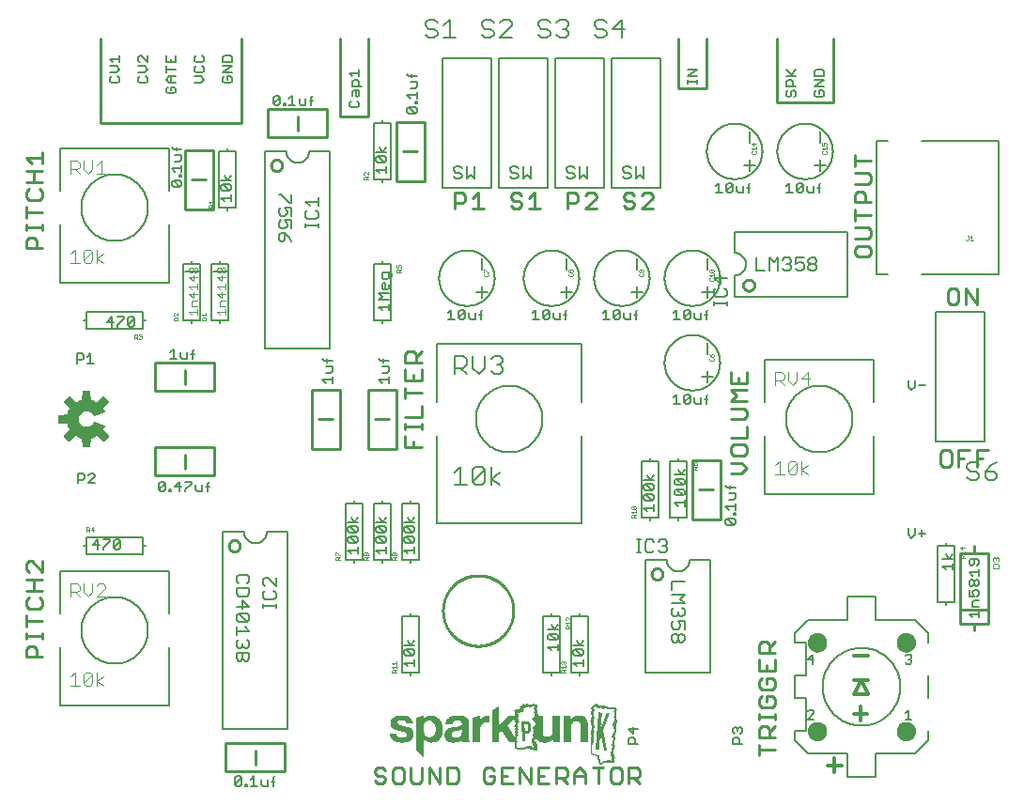
<source format=gbr>
G04 EAGLE Gerber RS-274X export*
G75*
%MOMM*%
%FSLAX34Y34*%
%LPD*%
%INSilkscreen Top*%
%IPPOS*%
%AMOC8*
5,1,8,0,0,1.08239X$1,22.5*%
G01*
%ADD10C,0.152400*%
%ADD11C,0.279400*%
%ADD12C,0.203200*%
%ADD13C,0.254000*%
%ADD14C,0.127000*%
%ADD15C,0.101600*%
%ADD16C,0.177800*%
%ADD17C,0.304800*%
%ADD18C,0.900000*%
%ADD19C,0.330200*%
%ADD20C,0.025400*%
%ADD21C,0.050800*%
%ADD22C,0.076200*%

G36*
X469465Y43758D02*
X469465Y43758D01*
X469488Y43761D01*
X469495Y43775D01*
X469499Y43778D01*
X469498Y43782D01*
X469504Y43793D01*
X469804Y46193D01*
X469803Y46195D01*
X469804Y46198D01*
X469904Y49698D01*
X469901Y49703D01*
X469899Y49724D01*
X469299Y50924D01*
X469296Y50926D01*
X469293Y50933D01*
X468993Y51333D01*
X468992Y51333D01*
X468992Y51335D01*
X467613Y53008D01*
X468599Y55178D01*
X468598Y55183D01*
X468604Y55195D01*
X468702Y56177D01*
X468957Y56460D01*
X469399Y55281D01*
X469400Y55280D01*
X469400Y55279D01*
X469700Y54579D01*
X469704Y54577D01*
X469706Y54568D01*
X470206Y53868D01*
X470207Y53868D01*
X470208Y53865D01*
X470708Y53265D01*
X470711Y53265D01*
X470712Y53264D01*
X470715Y53258D01*
X471315Y52758D01*
X471319Y52758D01*
X471323Y52753D01*
X472023Y52353D01*
X472024Y52353D01*
X472026Y52351D01*
X472826Y51951D01*
X472828Y51952D01*
X472831Y51949D01*
X473631Y51649D01*
X473634Y51650D01*
X473639Y51647D01*
X474639Y51447D01*
X474640Y51447D01*
X475740Y51247D01*
X475743Y51248D01*
X475750Y51246D01*
X477450Y51246D01*
X477453Y51248D01*
X477461Y51247D01*
X477955Y51346D01*
X478450Y51346D01*
X478453Y51348D01*
X478461Y51347D01*
X478961Y51447D01*
X478963Y51449D01*
X478970Y51450D01*
X479466Y51648D01*
X479961Y51747D01*
X479963Y51749D01*
X479970Y51750D01*
X480970Y52150D01*
X480973Y52153D01*
X480983Y52157D01*
X481380Y52455D01*
X481878Y52753D01*
X481879Y52755D01*
X481883Y52757D01*
X482683Y53357D01*
X482683Y53359D01*
X482688Y53362D01*
X483488Y54162D01*
X483489Y54166D01*
X483497Y54172D01*
X483795Y54670D01*
X484077Y55046D01*
X484096Y55046D01*
X484096Y51900D01*
X484110Y51881D01*
X484116Y51858D01*
X484129Y51853D01*
X484132Y51849D01*
X484137Y51850D01*
X484150Y51846D01*
X490250Y51846D01*
X490270Y51860D01*
X490292Y51866D01*
X490297Y51879D01*
X490301Y51882D01*
X490300Y51887D01*
X490304Y51900D01*
X490304Y75100D01*
X490290Y75120D01*
X490284Y75142D01*
X490271Y75147D01*
X490268Y75151D01*
X490263Y75150D01*
X490250Y75154D01*
X483850Y75154D01*
X483831Y75140D01*
X483808Y75134D01*
X483803Y75121D01*
X483799Y75118D01*
X483800Y75113D01*
X483796Y75100D01*
X483796Y61304D01*
X483697Y60611D01*
X483498Y59915D01*
X483499Y59913D01*
X483497Y59909D01*
X483397Y59315D01*
X483201Y58824D01*
X482903Y58328D01*
X482904Y58326D01*
X482901Y58324D01*
X482705Y57932D01*
X482014Y57241D01*
X481623Y56948D01*
X480634Y56552D01*
X480140Y56453D01*
X479546Y56354D01*
X478455Y56354D01*
X477468Y56552D01*
X476677Y56947D01*
X476385Y57142D01*
X475795Y57732D01*
X475402Y58518D01*
X475303Y59011D01*
X475301Y59013D01*
X475300Y59020D01*
X475103Y59515D01*
X475004Y60104D01*
X475004Y60700D01*
X475002Y60703D01*
X475004Y60709D01*
X474904Y61304D01*
X474904Y75100D01*
X474890Y75120D01*
X474884Y75142D01*
X474871Y75147D01*
X474868Y75151D01*
X474863Y75150D01*
X474850Y75154D01*
X470504Y75154D01*
X470504Y76800D01*
X470497Y76810D01*
X470499Y76823D01*
X470474Y76849D01*
X470284Y76944D01*
X469715Y77608D01*
X469798Y77774D01*
X470097Y78272D01*
X470096Y78273D01*
X470098Y78274D01*
X470099Y78284D01*
X470101Y78285D01*
X470100Y78288D01*
X470103Y78309D01*
X469603Y81209D01*
X469601Y81211D01*
X469588Y81238D01*
X469404Y81423D01*
X469404Y81500D01*
X469402Y81503D01*
X469395Y81530D01*
X469197Y81827D01*
X468913Y82396D01*
X469495Y83270D01*
X469495Y83272D01*
X469498Y83274D01*
X470098Y84374D01*
X470097Y84383D01*
X470103Y84389D01*
X470099Y84424D01*
X469701Y85220D01*
X469402Y86216D01*
X469383Y86230D01*
X469370Y86250D01*
X469357Y86251D01*
X469352Y86254D01*
X469348Y86251D01*
X469334Y86252D01*
X468347Y85956D01*
X467260Y86153D01*
X467258Y86153D01*
X467255Y86154D01*
X466055Y86254D01*
X466050Y86251D01*
X466034Y86252D01*
X465034Y85952D01*
X465032Y85949D01*
X465026Y85949D01*
X464637Y85754D01*
X464450Y85754D01*
X464447Y85752D01*
X464444Y85754D01*
X464412Y85738D01*
X464225Y85552D01*
X463357Y85455D01*
X460972Y86350D01*
X460174Y86749D01*
X460148Y86744D01*
X460121Y86746D01*
X460116Y86740D01*
X460112Y86739D01*
X460111Y86734D01*
X460099Y86717D01*
X460001Y86424D01*
X459808Y86135D01*
X459238Y85565D01*
X457672Y86250D01*
X457670Y86249D01*
X457669Y86251D01*
X457633Y86251D01*
X457333Y86151D01*
X457331Y86148D01*
X457322Y86147D01*
X456822Y85847D01*
X456822Y85846D01*
X456820Y85845D01*
X456220Y85445D01*
X456210Y85419D01*
X456196Y85394D01*
X456198Y85389D01*
X456197Y85387D01*
X456201Y85383D01*
X456212Y85362D01*
X456284Y85289D01*
X456201Y85124D01*
X456202Y85122D01*
X456199Y85117D01*
X456111Y84854D01*
X455850Y84854D01*
X455845Y84851D01*
X455829Y84850D01*
X455129Y84550D01*
X455127Y84547D01*
X455118Y84544D01*
X454418Y84044D01*
X454417Y84041D01*
X454412Y84038D01*
X454112Y83738D01*
X454110Y83726D01*
X454099Y83719D01*
X454099Y83683D01*
X454299Y83083D01*
X454300Y83082D01*
X454300Y83080D01*
X454656Y82188D01*
X453567Y82551D01*
X453536Y82542D01*
X453508Y82534D01*
X453507Y82533D01*
X453507Y82532D01*
X453496Y82500D01*
X453496Y80873D01*
X452566Y81152D01*
X452560Y81150D01*
X452539Y81153D01*
X452054Y81056D01*
X451467Y81251D01*
X451464Y81250D01*
X451435Y81252D01*
X448935Y80552D01*
X448920Y80534D01*
X448900Y80521D01*
X448899Y80508D01*
X448896Y80503D01*
X448899Y80499D01*
X448898Y80485D01*
X449495Y78394D01*
X449396Y76808D01*
X449298Y76415D01*
X449199Y76117D01*
X449200Y76112D01*
X449196Y76100D01*
X449196Y76010D01*
X448853Y75154D01*
X443550Y75154D01*
X443547Y75152D01*
X443543Y75154D01*
X443511Y75138D01*
X435604Y66934D01*
X435604Y83900D01*
X435601Y83904D01*
X435604Y83909D01*
X435584Y83929D01*
X435568Y83951D01*
X435563Y83950D01*
X435559Y83953D01*
X435524Y83948D01*
X429124Y80448D01*
X429119Y80437D01*
X429108Y80434D01*
X429096Y80400D01*
X429096Y51900D01*
X429110Y51881D01*
X429116Y51858D01*
X429129Y51853D01*
X429132Y51849D01*
X429137Y51850D01*
X429150Y51846D01*
X435550Y51846D01*
X435570Y51860D01*
X435592Y51866D01*
X435597Y51879D01*
X435601Y51882D01*
X435600Y51887D01*
X435604Y51900D01*
X435604Y59877D01*
X438039Y62214D01*
X444304Y51872D01*
X444313Y51868D01*
X444316Y51858D01*
X444350Y51846D01*
X449796Y51846D01*
X449796Y49600D01*
X449797Y49599D01*
X449796Y49596D01*
X449896Y48197D01*
X449996Y45598D01*
X450008Y45582D01*
X450010Y45563D01*
X450031Y45552D01*
X450034Y45548D01*
X450037Y45549D01*
X450042Y45546D01*
X452042Y45246D01*
X452047Y45249D01*
X452066Y45248D01*
X453049Y45543D01*
X454533Y45049D01*
X454538Y45050D01*
X454544Y45048D01*
X454550Y45046D01*
X454628Y45046D01*
X454712Y44962D01*
X454717Y44961D01*
X454731Y44949D01*
X455531Y44649D01*
X455532Y44649D01*
X455537Y44650D01*
X455550Y44646D01*
X455850Y44646D01*
X455854Y44648D01*
X455864Y44647D01*
X461643Y46142D01*
X462923Y45453D01*
X463422Y45153D01*
X463440Y45155D01*
X463456Y45146D01*
X463481Y45158D01*
X463485Y45158D01*
X463485Y45160D01*
X463488Y45162D01*
X463685Y45358D01*
X463975Y45552D01*
X464445Y45739D01*
X466021Y44754D01*
X466025Y44754D01*
X466030Y44749D01*
X468330Y43849D01*
X468335Y43851D01*
X468345Y43846D01*
X469445Y43746D01*
X469465Y43758D01*
G37*
G36*
X66655Y317355D02*
X66655Y317355D01*
X66762Y317368D01*
X66774Y317374D01*
X66788Y317376D01*
X66884Y317428D01*
X66981Y317475D01*
X66991Y317485D01*
X67003Y317491D01*
X67077Y317571D01*
X67154Y317647D01*
X67160Y317659D01*
X67170Y317670D01*
X67215Y317768D01*
X67263Y317866D01*
X67267Y317883D01*
X67271Y317892D01*
X67273Y317913D01*
X67292Y318010D01*
X68062Y325589D01*
X70306Y326307D01*
X70324Y326316D01*
X70420Y326355D01*
X72515Y327433D01*
X78419Y322619D01*
X78513Y322565D01*
X78605Y322508D01*
X78618Y322505D01*
X78630Y322498D01*
X78737Y322477D01*
X78842Y322452D01*
X78856Y322454D01*
X78870Y322451D01*
X78977Y322466D01*
X79085Y322476D01*
X79098Y322482D01*
X79112Y322484D01*
X79209Y322532D01*
X79308Y322577D01*
X79321Y322588D01*
X79330Y322592D01*
X79345Y322607D01*
X79422Y322670D01*
X83730Y326978D01*
X83793Y327066D01*
X83859Y327152D01*
X83864Y327165D01*
X83872Y327177D01*
X83903Y327280D01*
X83939Y327383D01*
X83939Y327397D01*
X83943Y327410D01*
X83939Y327518D01*
X83940Y327627D01*
X83935Y327640D01*
X83935Y327654D01*
X83897Y327755D01*
X83862Y327858D01*
X83853Y327873D01*
X83849Y327882D01*
X83835Y327899D01*
X83781Y327982D01*
X78967Y333885D01*
X80046Y335979D01*
X80063Y336032D01*
X80089Y336081D01*
X80100Y336147D01*
X80121Y336211D01*
X80120Y336267D01*
X80129Y336321D01*
X80118Y336388D01*
X80117Y336455D01*
X80099Y336507D01*
X80090Y336562D01*
X80058Y336621D01*
X80036Y336685D01*
X80001Y336729D01*
X79975Y336778D01*
X79926Y336823D01*
X79884Y336876D01*
X79837Y336907D01*
X79797Y336945D01*
X79692Y337001D01*
X79679Y337009D01*
X79674Y337010D01*
X79667Y337014D01*
X71005Y340602D01*
X70898Y340627D01*
X70792Y340656D01*
X70779Y340655D01*
X70767Y340658D01*
X70658Y340647D01*
X70548Y340640D01*
X70537Y340635D01*
X70524Y340634D01*
X70424Y340588D01*
X70323Y340547D01*
X70313Y340538D01*
X70302Y340533D01*
X70222Y340458D01*
X70139Y340386D01*
X70130Y340373D01*
X70124Y340366D01*
X70114Y340348D01*
X70057Y340263D01*
X69370Y338977D01*
X68492Y337908D01*
X67422Y337030D01*
X66202Y336377D01*
X64877Y335976D01*
X63502Y335840D01*
X62058Y335989D01*
X60677Y336429D01*
X59415Y337142D01*
X58325Y338098D01*
X57453Y339256D01*
X56837Y340568D01*
X56501Y341978D01*
X56460Y343427D01*
X56716Y344854D01*
X57258Y346198D01*
X58064Y347404D01*
X59098Y348419D01*
X60318Y349202D01*
X61673Y349719D01*
X63104Y349948D01*
X64552Y349881D01*
X65956Y349519D01*
X67256Y348878D01*
X68398Y347984D01*
X69333Y346877D01*
X70059Y345534D01*
X70125Y345449D01*
X70188Y345361D01*
X70200Y345352D01*
X70208Y345341D01*
X70298Y345281D01*
X70386Y345218D01*
X70400Y345214D01*
X70412Y345206D01*
X70516Y345179D01*
X70619Y345147D01*
X70634Y345148D01*
X70648Y345144D01*
X70756Y345152D01*
X70863Y345155D01*
X70881Y345160D01*
X70891Y345161D01*
X70912Y345170D01*
X71005Y345198D01*
X79667Y348786D01*
X79714Y348815D01*
X79766Y348836D01*
X79817Y348879D01*
X79874Y348915D01*
X79909Y348958D01*
X79952Y348994D01*
X79986Y349051D01*
X80029Y349103D01*
X80048Y349155D01*
X80077Y349203D01*
X80091Y349269D01*
X80115Y349332D01*
X80117Y349387D01*
X80128Y349442D01*
X80121Y349508D01*
X80123Y349575D01*
X80107Y349629D01*
X80100Y349684D01*
X80056Y349795D01*
X80052Y349809D01*
X80049Y349813D01*
X80046Y349821D01*
X78967Y351915D01*
X83781Y357819D01*
X83835Y357913D01*
X83892Y358005D01*
X83895Y358018D01*
X83902Y358030D01*
X83923Y358137D01*
X83948Y358242D01*
X83946Y358256D01*
X83949Y358270D01*
X83934Y358377D01*
X83924Y358485D01*
X83918Y358498D01*
X83916Y358512D01*
X83868Y358609D01*
X83823Y358708D01*
X83812Y358721D01*
X83808Y358730D01*
X83793Y358745D01*
X83730Y358822D01*
X79422Y363130D01*
X79334Y363193D01*
X79248Y363259D01*
X79235Y363264D01*
X79223Y363272D01*
X79120Y363303D01*
X79017Y363339D01*
X79003Y363339D01*
X78990Y363343D01*
X78882Y363339D01*
X78773Y363340D01*
X78760Y363335D01*
X78746Y363335D01*
X78645Y363297D01*
X78542Y363262D01*
X78527Y363253D01*
X78518Y363249D01*
X78501Y363235D01*
X78419Y363181D01*
X72515Y358367D01*
X70420Y359445D01*
X70401Y359452D01*
X70306Y359493D01*
X68062Y360211D01*
X67292Y367790D01*
X67264Y367894D01*
X67239Y368000D01*
X67232Y368012D01*
X67229Y368025D01*
X67168Y368115D01*
X67111Y368208D01*
X67100Y368216D01*
X67092Y368228D01*
X67006Y368294D01*
X66922Y368363D01*
X66909Y368367D01*
X66898Y368376D01*
X66795Y368410D01*
X66694Y368449D01*
X66676Y368450D01*
X66667Y368454D01*
X66646Y368453D01*
X66547Y368463D01*
X60453Y368463D01*
X60345Y368446D01*
X60238Y368432D01*
X60226Y368426D01*
X60212Y368424D01*
X60116Y368372D01*
X60019Y368325D01*
X60009Y368315D01*
X59997Y368309D01*
X59923Y368229D01*
X59846Y368153D01*
X59840Y368141D01*
X59830Y368131D01*
X59785Y368032D01*
X59737Y367934D01*
X59733Y367917D01*
X59729Y367908D01*
X59727Y367887D01*
X59708Y367790D01*
X58938Y360211D01*
X56694Y359493D01*
X56676Y359484D01*
X56580Y359445D01*
X54485Y358367D01*
X48582Y363181D01*
X48487Y363235D01*
X48395Y363292D01*
X48382Y363295D01*
X48370Y363302D01*
X48263Y363323D01*
X48158Y363348D01*
X48144Y363346D01*
X48130Y363349D01*
X48023Y363334D01*
X47915Y363324D01*
X47902Y363318D01*
X47889Y363316D01*
X47791Y363268D01*
X47692Y363223D01*
X47679Y363212D01*
X47670Y363208D01*
X47655Y363193D01*
X47578Y363130D01*
X43270Y358822D01*
X43207Y358734D01*
X43141Y358648D01*
X43136Y358635D01*
X43128Y358623D01*
X43097Y358520D01*
X43061Y358417D01*
X43061Y358403D01*
X43057Y358390D01*
X43061Y358282D01*
X43060Y358173D01*
X43065Y358160D01*
X43065Y358146D01*
X43103Y358045D01*
X43138Y357942D01*
X43147Y357927D01*
X43151Y357918D01*
X43165Y357901D01*
X43219Y357819D01*
X48033Y351915D01*
X46955Y349820D01*
X46948Y349801D01*
X46907Y349706D01*
X46189Y347462D01*
X38610Y346692D01*
X38506Y346664D01*
X38400Y346639D01*
X38388Y346632D01*
X38375Y346629D01*
X38285Y346568D01*
X38192Y346511D01*
X38184Y346500D01*
X38172Y346492D01*
X38106Y346406D01*
X38038Y346322D01*
X38033Y346309D01*
X38024Y346298D01*
X37990Y346195D01*
X37951Y346094D01*
X37950Y346076D01*
X37946Y346067D01*
X37947Y346046D01*
X37937Y345947D01*
X37937Y339853D01*
X37955Y339745D01*
X37968Y339638D01*
X37974Y339626D01*
X37976Y339612D01*
X38028Y339516D01*
X38075Y339419D01*
X38085Y339409D01*
X38091Y339397D01*
X38171Y339323D01*
X38247Y339246D01*
X38259Y339240D01*
X38270Y339230D01*
X38368Y339185D01*
X38466Y339137D01*
X38483Y339133D01*
X38492Y339129D01*
X38513Y339127D01*
X38610Y339108D01*
X46189Y338338D01*
X46907Y336094D01*
X46916Y336076D01*
X46955Y335980D01*
X48033Y333885D01*
X43219Y327982D01*
X43165Y327887D01*
X43108Y327795D01*
X43105Y327782D01*
X43098Y327770D01*
X43077Y327663D01*
X43052Y327558D01*
X43054Y327544D01*
X43051Y327530D01*
X43066Y327423D01*
X43076Y327315D01*
X43082Y327302D01*
X43084Y327289D01*
X43132Y327191D01*
X43177Y327092D01*
X43188Y327079D01*
X43192Y327070D01*
X43207Y327055D01*
X43270Y326978D01*
X47578Y322670D01*
X47666Y322607D01*
X47752Y322541D01*
X47765Y322536D01*
X47777Y322528D01*
X47880Y322497D01*
X47983Y322461D01*
X47997Y322461D01*
X48010Y322457D01*
X48118Y322461D01*
X48227Y322460D01*
X48240Y322465D01*
X48254Y322465D01*
X48355Y322503D01*
X48458Y322538D01*
X48473Y322547D01*
X48482Y322551D01*
X48499Y322565D01*
X48582Y322619D01*
X54485Y327433D01*
X56580Y326355D01*
X56599Y326348D01*
X56694Y326307D01*
X58938Y325589D01*
X59708Y318010D01*
X59736Y317906D01*
X59761Y317800D01*
X59768Y317788D01*
X59771Y317775D01*
X59832Y317685D01*
X59889Y317592D01*
X59900Y317584D01*
X59908Y317572D01*
X59994Y317506D01*
X60078Y317438D01*
X60091Y317433D01*
X60102Y317424D01*
X60205Y317390D01*
X60306Y317351D01*
X60324Y317350D01*
X60333Y317346D01*
X60354Y317347D01*
X60453Y317337D01*
X66547Y317337D01*
X66655Y317355D01*
G37*
G36*
X525861Y31150D02*
X525861Y31150D01*
X525874Y31151D01*
X526063Y31246D01*
X526150Y31246D01*
X526155Y31249D01*
X526174Y31251D01*
X526363Y31346D01*
X526550Y31346D01*
X526553Y31348D01*
X526556Y31346D01*
X526588Y31362D01*
X526673Y31446D01*
X526850Y31446D01*
X526855Y31449D01*
X526874Y31451D01*
X527063Y31546D01*
X527150Y31546D01*
X527155Y31549D01*
X527174Y31551D01*
X527363Y31646D01*
X527450Y31646D01*
X527455Y31649D01*
X527474Y31651D01*
X527663Y31746D01*
X527750Y31746D01*
X527755Y31749D01*
X527774Y31751D01*
X527974Y31851D01*
X527977Y31856D01*
X527988Y31862D01*
X528073Y31946D01*
X528250Y31946D01*
X528253Y31948D01*
X528256Y31946D01*
X528288Y31962D01*
X528373Y32046D01*
X528550Y32046D01*
X528570Y32060D01*
X528592Y32066D01*
X528597Y32079D01*
X528601Y32082D01*
X528600Y32087D01*
X528604Y32100D01*
X528604Y32146D01*
X528750Y32146D01*
X528770Y32160D01*
X528792Y32166D01*
X528797Y32179D01*
X528801Y32182D01*
X528800Y32187D01*
X528804Y32200D01*
X528804Y32246D01*
X528950Y32246D01*
X528953Y32248D01*
X528956Y32246D01*
X528988Y32262D01*
X529073Y32346D01*
X529150Y32346D01*
X529170Y32360D01*
X529192Y32366D01*
X529197Y32379D01*
X529201Y32382D01*
X529200Y32387D01*
X529204Y32400D01*
X529204Y32446D01*
X529350Y32446D01*
X529370Y32460D01*
X529392Y32466D01*
X529397Y32479D01*
X529401Y32482D01*
X529401Y32484D01*
X529400Y32488D01*
X529404Y32500D01*
X529404Y32546D01*
X529450Y32546D01*
X529470Y32560D01*
X529492Y32566D01*
X529497Y32579D01*
X529501Y32582D01*
X529500Y32587D01*
X529504Y32600D01*
X529504Y32646D01*
X529650Y32646D01*
X529670Y32660D01*
X529692Y32666D01*
X529697Y32679D01*
X529701Y32682D01*
X529700Y32687D01*
X529704Y32700D01*
X529704Y32746D01*
X529750Y32746D01*
X529770Y32760D01*
X529792Y32766D01*
X529797Y32779D01*
X529801Y32782D01*
X529800Y32787D01*
X529804Y32800D01*
X529804Y32846D01*
X529850Y32846D01*
X529870Y32860D01*
X529892Y32866D01*
X529897Y32879D01*
X529901Y32882D01*
X529900Y32887D01*
X529904Y32900D01*
X529904Y32946D01*
X529950Y32946D01*
X529953Y32948D01*
X529956Y32946D01*
X529988Y32962D01*
X530073Y33046D01*
X530350Y33046D01*
X530355Y33049D01*
X530374Y33051D01*
X530563Y33146D01*
X531128Y33146D01*
X531212Y33062D01*
X531215Y33061D01*
X531216Y33058D01*
X531250Y33046D01*
X531528Y33046D01*
X531612Y32962D01*
X531615Y32961D01*
X531616Y32958D01*
X531650Y32946D01*
X531937Y32946D01*
X532126Y32851D01*
X532131Y32852D01*
X532150Y32846D01*
X532450Y32846D01*
X532470Y32860D01*
X532492Y32866D01*
X532497Y32879D01*
X532501Y32882D01*
X532500Y32887D01*
X532504Y32900D01*
X532504Y32946D01*
X532550Y32946D01*
X532570Y32960D01*
X532592Y32966D01*
X532597Y32979D01*
X532601Y32982D01*
X532600Y32987D01*
X532604Y33000D01*
X532604Y33046D01*
X532650Y33046D01*
X532653Y33048D01*
X532656Y33046D01*
X532688Y33062D01*
X532773Y33146D01*
X532850Y33146D01*
X532870Y33160D01*
X532892Y33166D01*
X532897Y33179D01*
X532901Y33182D01*
X532900Y33187D01*
X532900Y33189D01*
X532901Y33189D01*
X532901Y33190D01*
X532904Y33200D01*
X532904Y33246D01*
X533050Y33246D01*
X533070Y33260D01*
X533092Y33266D01*
X533097Y33279D01*
X533101Y33282D01*
X533100Y33287D01*
X533104Y33300D01*
X533104Y33346D01*
X533250Y33346D01*
X533253Y33348D01*
X533256Y33346D01*
X533288Y33362D01*
X533373Y33446D01*
X533428Y33446D01*
X533512Y33362D01*
X533515Y33361D01*
X533516Y33358D01*
X533550Y33346D01*
X533796Y33346D01*
X533796Y33300D01*
X533810Y33281D01*
X533816Y33258D01*
X533829Y33253D01*
X533832Y33249D01*
X533837Y33250D01*
X533850Y33246D01*
X534128Y33246D01*
X534212Y33162D01*
X534215Y33161D01*
X534216Y33158D01*
X534250Y33146D01*
X534528Y33146D01*
X534612Y33062D01*
X534615Y33061D01*
X534616Y33058D01*
X534650Y33046D01*
X535028Y33046D01*
X535112Y32962D01*
X535115Y32961D01*
X535116Y32958D01*
X535150Y32946D01*
X535596Y32946D01*
X535596Y32900D01*
X535610Y32881D01*
X535616Y32858D01*
X535629Y32853D01*
X535632Y32849D01*
X535637Y32850D01*
X535650Y32846D01*
X536850Y32846D01*
X536855Y32849D01*
X536874Y32851D01*
X537063Y32946D01*
X537550Y32946D01*
X537555Y32949D01*
X537574Y32951D01*
X537763Y33046D01*
X538050Y33046D01*
X538055Y33049D01*
X538074Y33051D01*
X538263Y33146D01*
X538750Y33146D01*
X538755Y33149D01*
X538774Y33151D01*
X538963Y33246D01*
X539350Y33246D01*
X539370Y33260D01*
X539392Y33266D01*
X539397Y33279D01*
X539401Y33282D01*
X539400Y33287D01*
X539404Y33300D01*
X539404Y33778D01*
X539488Y33862D01*
X539489Y33865D01*
X539492Y33866D01*
X539504Y33900D01*
X539504Y34578D01*
X539588Y34662D01*
X539589Y34665D01*
X539592Y34666D01*
X539604Y34700D01*
X539604Y35587D01*
X539699Y35776D01*
X539698Y35781D01*
X539704Y35800D01*
X539704Y37646D01*
X539750Y37646D01*
X539770Y37660D01*
X539792Y37666D01*
X539797Y37679D01*
X539801Y37682D01*
X539800Y37687D01*
X539804Y37700D01*
X539804Y38300D01*
X539802Y38303D01*
X539804Y38306D01*
X539788Y38338D01*
X539704Y38423D01*
X539704Y38600D01*
X539702Y38603D01*
X539704Y38606D01*
X539688Y38638D01*
X539604Y38723D01*
X539604Y38900D01*
X539602Y38903D01*
X539604Y38906D01*
X539588Y38938D01*
X539504Y39023D01*
X539504Y39100D01*
X539502Y39103D01*
X539504Y39106D01*
X539488Y39138D01*
X539404Y39223D01*
X539404Y39500D01*
X539402Y39503D01*
X539404Y39506D01*
X539388Y39538D01*
X539304Y39623D01*
X539304Y40000D01*
X539290Y40020D01*
X539284Y40042D01*
X539271Y40047D01*
X539268Y40051D01*
X539263Y40050D01*
X539250Y40054D01*
X539204Y40054D01*
X539204Y40400D01*
X539190Y40420D01*
X539184Y40442D01*
X539171Y40447D01*
X539168Y40451D01*
X539163Y40450D01*
X539150Y40454D01*
X539104Y40454D01*
X539104Y40600D01*
X539102Y40603D01*
X539104Y40606D01*
X539088Y40638D01*
X539004Y40723D01*
X539004Y40800D01*
X539002Y40803D01*
X539004Y40806D01*
X538988Y40838D01*
X538904Y40923D01*
X538904Y41100D01*
X538890Y41120D01*
X538884Y41142D01*
X538871Y41147D01*
X538868Y41151D01*
X538863Y41150D01*
X538850Y41154D01*
X538804Y41154D01*
X538804Y41300D01*
X538802Y41303D01*
X538804Y41306D01*
X538788Y41338D01*
X538704Y41423D01*
X538704Y41500D01*
X538702Y41503D01*
X538704Y41506D01*
X538688Y41538D01*
X538604Y41623D01*
X538604Y41800D01*
X538602Y41803D01*
X538604Y41806D01*
X538588Y41838D01*
X538504Y41923D01*
X538504Y42100D01*
X538502Y42103D01*
X538504Y42106D01*
X538488Y42138D01*
X538304Y42323D01*
X538304Y42400D01*
X538302Y42403D01*
X538304Y42406D01*
X538288Y42438D01*
X538216Y42511D01*
X538299Y42676D01*
X538298Y42681D01*
X538304Y42700D01*
X538304Y42987D01*
X538399Y43176D01*
X538398Y43179D01*
X538401Y43181D01*
X538399Y43186D01*
X538404Y43200D01*
X538404Y43378D01*
X538488Y43462D01*
X538489Y43465D01*
X538492Y43466D01*
X538504Y43500D01*
X538504Y43687D01*
X538599Y43876D01*
X538598Y43881D01*
X538599Y43884D01*
X538601Y43886D01*
X538600Y43889D01*
X538604Y43900D01*
X538604Y43987D01*
X538699Y44176D01*
X538698Y44181D01*
X538704Y44200D01*
X538704Y44378D01*
X538788Y44462D01*
X538789Y44465D01*
X538792Y44466D01*
X538797Y44480D01*
X538801Y44483D01*
X538800Y44487D01*
X538804Y44500D01*
X538804Y44678D01*
X538888Y44762D01*
X538889Y44767D01*
X538899Y44776D01*
X538999Y44976D01*
X538998Y44981D01*
X539004Y45000D01*
X539004Y45146D01*
X539050Y45146D01*
X539070Y45160D01*
X539092Y45166D01*
X539097Y45179D01*
X539101Y45182D01*
X539100Y45187D01*
X539101Y45188D01*
X539101Y45190D01*
X539104Y45200D01*
X539104Y46178D01*
X539188Y46262D01*
X539189Y46265D01*
X539192Y46266D01*
X539204Y46300D01*
X539204Y46378D01*
X539388Y46562D01*
X539389Y46565D01*
X539392Y46566D01*
X539404Y46600D01*
X539404Y46778D01*
X539488Y46862D01*
X539489Y46865D01*
X539492Y46866D01*
X539504Y46900D01*
X539504Y46946D01*
X539550Y46946D01*
X539570Y46960D01*
X539592Y46966D01*
X539597Y46979D01*
X539601Y46982D01*
X539600Y46987D01*
X539604Y47000D01*
X539604Y47078D01*
X539688Y47162D01*
X539689Y47165D01*
X539692Y47166D01*
X539704Y47200D01*
X539704Y47378D01*
X539888Y47562D01*
X539889Y47565D01*
X539892Y47566D01*
X539904Y47600D01*
X539904Y47800D01*
X539902Y47803D01*
X539904Y47806D01*
X539888Y47838D01*
X539804Y47923D01*
X539804Y48000D01*
X539802Y48003D01*
X539804Y48006D01*
X539788Y48038D01*
X539704Y48123D01*
X539704Y48200D01*
X539702Y48203D01*
X539704Y48206D01*
X539688Y48238D01*
X539604Y48323D01*
X539604Y48400D01*
X539602Y48403D01*
X539604Y48406D01*
X539588Y48438D01*
X539404Y48623D01*
X539404Y48700D01*
X539402Y48703D01*
X539404Y48706D01*
X539388Y48738D01*
X539304Y48823D01*
X539304Y48900D01*
X539302Y48903D01*
X539304Y48906D01*
X539288Y48938D01*
X539104Y49123D01*
X539104Y49200D01*
X539102Y49203D01*
X539104Y49206D01*
X539088Y49238D01*
X539004Y49323D01*
X539004Y49378D01*
X539088Y49462D01*
X539089Y49465D01*
X539092Y49466D01*
X539104Y49500D01*
X539104Y49878D01*
X539188Y49962D01*
X539189Y49965D01*
X539192Y49966D01*
X539204Y50000D01*
X539204Y50578D01*
X539288Y50662D01*
X539289Y50665D01*
X539292Y50666D01*
X539304Y50700D01*
X539304Y51078D01*
X539388Y51162D01*
X539389Y51165D01*
X539392Y51166D01*
X539404Y51200D01*
X539404Y52846D01*
X539450Y52846D01*
X539470Y52860D01*
X539492Y52866D01*
X539497Y52879D01*
X539501Y52882D01*
X539500Y52887D01*
X539504Y52900D01*
X539504Y52978D01*
X539588Y53062D01*
X539589Y53065D01*
X539592Y53066D01*
X539604Y53100D01*
X539604Y53146D01*
X539650Y53146D01*
X539670Y53160D01*
X539692Y53166D01*
X539697Y53179D01*
X539701Y53182D01*
X539700Y53187D01*
X539704Y53200D01*
X539704Y53278D01*
X539888Y53462D01*
X539889Y53465D01*
X539892Y53466D01*
X539900Y53487D01*
X539901Y53488D01*
X539901Y53490D01*
X539904Y53500D01*
X539904Y53546D01*
X539950Y53546D01*
X539970Y53560D01*
X539992Y53566D01*
X539997Y53579D01*
X540001Y53582D01*
X540000Y53587D01*
X540004Y53600D01*
X540004Y53678D01*
X540088Y53762D01*
X540089Y53765D01*
X540092Y53766D01*
X540104Y53800D01*
X540104Y54000D01*
X540101Y54005D01*
X540099Y54024D01*
X540004Y54213D01*
X540004Y55700D01*
X540001Y55705D01*
X539999Y55724D01*
X539904Y55913D01*
X539904Y56300D01*
X539901Y56305D01*
X539899Y56324D01*
X539799Y56524D01*
X539794Y56527D01*
X539788Y56538D01*
X539695Y56632D01*
X539599Y56824D01*
X539594Y56827D01*
X539588Y56838D01*
X539504Y56923D01*
X539504Y56987D01*
X539599Y57176D01*
X539598Y57177D01*
X539599Y57177D01*
X539598Y57181D01*
X539604Y57200D01*
X539604Y57287D01*
X539699Y57476D01*
X539698Y57481D01*
X539704Y57500D01*
X539704Y57578D01*
X539788Y57662D01*
X539789Y57665D01*
X539792Y57666D01*
X539804Y57700D01*
X539804Y57878D01*
X539888Y57962D01*
X539889Y57965D01*
X539892Y57966D01*
X539901Y57991D01*
X539904Y58000D01*
X539904Y58087D01*
X539999Y58276D01*
X539998Y58281D01*
X540004Y58300D01*
X540004Y58378D01*
X540188Y58562D01*
X540189Y58565D01*
X540192Y58566D01*
X540200Y58587D01*
X540201Y58588D01*
X540201Y58590D01*
X540204Y58600D01*
X540204Y58778D01*
X540388Y58962D01*
X540389Y58965D01*
X540392Y58966D01*
X540404Y59000D01*
X540404Y59278D01*
X540488Y59362D01*
X540489Y59365D01*
X540492Y59366D01*
X540504Y59400D01*
X540504Y59478D01*
X540588Y59562D01*
X540589Y59565D01*
X540592Y59566D01*
X540604Y59600D01*
X540604Y59778D01*
X540688Y59862D01*
X540689Y59865D01*
X540692Y59866D01*
X540701Y59889D01*
X540701Y59890D01*
X540701Y59891D01*
X540704Y59900D01*
X540704Y59978D01*
X540788Y60062D01*
X540789Y60065D01*
X540792Y60066D01*
X540804Y60100D01*
X540804Y60378D01*
X540888Y60462D01*
X540889Y60465D01*
X540892Y60466D01*
X540899Y60485D01*
X540901Y60487D01*
X540900Y60489D01*
X540904Y60500D01*
X540904Y60778D01*
X540988Y60862D01*
X540989Y60865D01*
X540992Y60866D01*
X541004Y60900D01*
X541004Y61046D01*
X541050Y61046D01*
X541070Y61060D01*
X541092Y61066D01*
X541097Y61079D01*
X541101Y61082D01*
X541101Y61083D01*
X541100Y61088D01*
X541104Y61100D01*
X541104Y62693D01*
X541203Y63087D01*
X541201Y63091D01*
X541204Y63100D01*
X541204Y65900D01*
X541202Y65904D01*
X541203Y65913D01*
X541104Y66307D01*
X541104Y66700D01*
X541101Y66704D01*
X541101Y66717D01*
X541002Y67015D01*
X540919Y67346D01*
X540950Y67346D01*
X540970Y67360D01*
X540992Y67366D01*
X540997Y67379D01*
X541001Y67382D01*
X541000Y67387D01*
X541004Y67400D01*
X541004Y67646D01*
X541050Y67646D01*
X541070Y67660D01*
X541092Y67666D01*
X541097Y67679D01*
X541101Y67682D01*
X541100Y67687D01*
X541104Y67700D01*
X541104Y67746D01*
X541250Y67746D01*
X541261Y67753D01*
X541274Y67751D01*
X541284Y67770D01*
X541301Y67782D01*
X541298Y67795D01*
X541304Y67806D01*
X541288Y67838D01*
X541204Y67923D01*
X541204Y67978D01*
X541288Y68062D01*
X541289Y68065D01*
X541292Y68066D01*
X541297Y68079D01*
X541301Y68082D01*
X541299Y68086D01*
X541304Y68100D01*
X541304Y68246D01*
X541350Y68246D01*
X541370Y68260D01*
X541392Y68266D01*
X541397Y68279D01*
X541401Y68282D01*
X541400Y68287D01*
X541404Y68300D01*
X541404Y68446D01*
X541450Y68446D01*
X541470Y68460D01*
X541492Y68466D01*
X541497Y68479D01*
X541501Y68482D01*
X541500Y68487D01*
X541504Y68500D01*
X541504Y71487D01*
X541599Y71676D01*
X541598Y71681D01*
X541604Y71700D01*
X541604Y72100D01*
X541590Y72120D01*
X541584Y72142D01*
X541571Y72147D01*
X541568Y72151D01*
X541563Y72150D01*
X541550Y72154D01*
X541504Y72154D01*
X541504Y72200D01*
X541490Y72220D01*
X541484Y72242D01*
X541471Y72247D01*
X541468Y72251D01*
X541463Y72250D01*
X541450Y72254D01*
X541404Y72254D01*
X541404Y72500D01*
X541402Y72503D01*
X541404Y72506D01*
X541388Y72538D01*
X541304Y72623D01*
X541304Y72800D01*
X541290Y72820D01*
X541284Y72842D01*
X541271Y72847D01*
X541268Y72851D01*
X541263Y72850D01*
X541250Y72854D01*
X541204Y72854D01*
X541204Y72900D01*
X541202Y72903D01*
X541204Y72906D01*
X541188Y72938D01*
X541104Y73023D01*
X541104Y73100D01*
X541090Y73120D01*
X541084Y73142D01*
X541071Y73147D01*
X541068Y73151D01*
X541063Y73150D01*
X541050Y73154D01*
X541004Y73154D01*
X541004Y73346D01*
X541050Y73346D01*
X541070Y73360D01*
X541092Y73366D01*
X541097Y73379D01*
X541101Y73382D01*
X541100Y73387D01*
X541104Y73400D01*
X541104Y73446D01*
X541150Y73446D01*
X541170Y73460D01*
X541192Y73466D01*
X541197Y73479D01*
X541201Y73482D01*
X541200Y73487D01*
X541204Y73500D01*
X541204Y73578D01*
X541288Y73662D01*
X541289Y73665D01*
X541292Y73666D01*
X541304Y73700D01*
X541304Y74500D01*
X541301Y74505D01*
X541299Y74524D01*
X541204Y74713D01*
X541204Y75200D01*
X541201Y75205D01*
X541199Y75224D01*
X541104Y75413D01*
X541104Y76300D01*
X541101Y76305D01*
X541099Y76324D01*
X541004Y76513D01*
X541004Y77187D01*
X541099Y77376D01*
X541098Y77381D01*
X541104Y77400D01*
X541104Y77600D01*
X541102Y77603D01*
X541104Y77606D01*
X541088Y77638D01*
X541004Y77723D01*
X541004Y77900D01*
X540990Y77920D01*
X540984Y77942D01*
X540971Y77947D01*
X540968Y77951D01*
X540963Y77950D01*
X540950Y77954D01*
X540904Y77954D01*
X540904Y78200D01*
X540890Y78220D01*
X540884Y78242D01*
X540871Y78247D01*
X540868Y78251D01*
X540863Y78250D01*
X540850Y78254D01*
X540804Y78254D01*
X540804Y78500D01*
X540790Y78520D01*
X540784Y78542D01*
X540771Y78547D01*
X540768Y78551D01*
X540763Y78550D01*
X540750Y78554D01*
X540704Y78554D01*
X540704Y78800D01*
X540702Y78803D01*
X540704Y78806D01*
X540688Y78838D01*
X540668Y78859D01*
X540670Y78860D01*
X540692Y78866D01*
X540697Y78879D01*
X540701Y78882D01*
X540700Y78887D01*
X540704Y78900D01*
X540704Y78946D01*
X540750Y78946D01*
X540770Y78960D01*
X540792Y78966D01*
X540797Y78979D01*
X540801Y78982D01*
X540800Y78985D01*
X540801Y78986D01*
X540800Y78989D01*
X540804Y79000D01*
X540804Y79046D01*
X540850Y79046D01*
X540870Y79060D01*
X540892Y79066D01*
X540897Y79079D01*
X540901Y79082D01*
X540900Y79087D01*
X540904Y79100D01*
X540904Y79246D01*
X540950Y79246D01*
X540970Y79260D01*
X540992Y79266D01*
X540997Y79279D01*
X541001Y79282D01*
X541000Y79287D01*
X541004Y79300D01*
X541004Y79446D01*
X541050Y79446D01*
X541070Y79460D01*
X541092Y79466D01*
X541097Y79479D01*
X541101Y79482D01*
X541100Y79487D01*
X541104Y79500D01*
X541104Y79746D01*
X541150Y79746D01*
X541170Y79760D01*
X541192Y79766D01*
X541197Y79779D01*
X541201Y79782D01*
X541200Y79787D01*
X541204Y79800D01*
X541204Y79978D01*
X541288Y80062D01*
X541289Y80065D01*
X541292Y80066D01*
X541304Y80100D01*
X541304Y80178D01*
X541388Y80262D01*
X541389Y80265D01*
X541392Y80266D01*
X541400Y80287D01*
X541401Y80288D01*
X541401Y80290D01*
X541404Y80300D01*
X541404Y80378D01*
X541488Y80462D01*
X541489Y80465D01*
X541492Y80466D01*
X541504Y80500D01*
X541504Y80546D01*
X541550Y80546D01*
X541570Y80560D01*
X541592Y80566D01*
X541597Y80579D01*
X541601Y80582D01*
X541600Y80587D01*
X541604Y80600D01*
X541604Y80700D01*
X541590Y80720D01*
X541584Y80742D01*
X541571Y80747D01*
X541568Y80751D01*
X541563Y80750D01*
X541550Y80754D01*
X541504Y80754D01*
X541504Y81400D01*
X541490Y81420D01*
X541484Y81442D01*
X541471Y81447D01*
X541468Y81451D01*
X541463Y81450D01*
X541450Y81454D01*
X541404Y81454D01*
X541404Y81900D01*
X541390Y81920D01*
X541384Y81942D01*
X541371Y81947D01*
X541368Y81951D01*
X541363Y81950D01*
X541350Y81954D01*
X541304Y81954D01*
X541304Y82700D01*
X541297Y82710D01*
X541299Y82723D01*
X541274Y82749D01*
X541074Y82849D01*
X541069Y82848D01*
X541050Y82854D01*
X540550Y82854D01*
X540547Y82852D01*
X540544Y82854D01*
X540512Y82838D01*
X540428Y82754D01*
X539273Y82754D01*
X539188Y82838D01*
X539185Y82839D01*
X539184Y82842D01*
X539150Y82854D01*
X538673Y82854D01*
X538588Y82938D01*
X538585Y82939D01*
X538584Y82942D01*
X538550Y82954D01*
X538273Y82954D01*
X538188Y83038D01*
X538185Y83039D01*
X538184Y83042D01*
X538150Y83054D01*
X537973Y83054D01*
X537888Y83138D01*
X537885Y83139D01*
X537884Y83142D01*
X537850Y83154D01*
X537604Y83154D01*
X537604Y83200D01*
X537590Y83220D01*
X537584Y83242D01*
X537571Y83247D01*
X537568Y83251D01*
X537563Y83250D01*
X537550Y83254D01*
X537273Y83254D01*
X537188Y83338D01*
X537185Y83339D01*
X537184Y83342D01*
X537150Y83354D01*
X536450Y83354D01*
X536447Y83352D01*
X536444Y83354D01*
X536412Y83338D01*
X536328Y83254D01*
X535150Y83254D01*
X535147Y83252D01*
X535144Y83254D01*
X535112Y83238D01*
X535028Y83154D01*
X534904Y83154D01*
X534904Y83200D01*
X534890Y83220D01*
X534884Y83242D01*
X534871Y83247D01*
X534868Y83251D01*
X534863Y83250D01*
X534850Y83254D01*
X534250Y83254D01*
X534247Y83252D01*
X534244Y83254D01*
X534212Y83238D01*
X534128Y83154D01*
X534004Y83154D01*
X534004Y83200D01*
X533995Y83213D01*
X533996Y83230D01*
X533968Y83250D01*
X533968Y83251D01*
X533967Y83251D01*
X533671Y83350D01*
X533274Y83549D01*
X533272Y83548D01*
X533267Y83551D01*
X532971Y83650D01*
X532574Y83849D01*
X532572Y83848D01*
X532567Y83851D01*
X532271Y83950D01*
X532074Y84049D01*
X532072Y84048D01*
X532067Y84051D01*
X531767Y84151D01*
X531762Y84150D01*
X531750Y84154D01*
X531559Y84154D01*
X531271Y84250D01*
X530874Y84449D01*
X530872Y84448D01*
X530867Y84451D01*
X530571Y84550D01*
X530382Y84645D01*
X530188Y84838D01*
X530175Y84841D01*
X530168Y84851D01*
X530148Y84845D01*
X530126Y84849D01*
X530120Y84837D01*
X530108Y84834D01*
X530096Y84800D01*
X530096Y84654D01*
X530050Y84654D01*
X530047Y84652D01*
X530044Y84654D01*
X530012Y84638D01*
X529928Y84554D01*
X529850Y84554D01*
X529831Y84540D01*
X529808Y84534D01*
X529803Y84521D01*
X529799Y84518D01*
X529800Y84513D01*
X529796Y84500D01*
X529796Y84454D01*
X529750Y84454D01*
X529747Y84452D01*
X529744Y84454D01*
X529712Y84438D01*
X529628Y84354D01*
X529450Y84354D01*
X529431Y84340D01*
X529408Y84334D01*
X529403Y84321D01*
X529399Y84318D01*
X529400Y84313D01*
X529396Y84300D01*
X529396Y84254D01*
X529350Y84254D01*
X529331Y84240D01*
X529308Y84234D01*
X529303Y84221D01*
X529299Y84218D01*
X529300Y84213D01*
X529296Y84200D01*
X529296Y84154D01*
X529073Y84154D01*
X528888Y84338D01*
X528885Y84339D01*
X528884Y84342D01*
X528850Y84354D01*
X528773Y84354D01*
X528688Y84438D01*
X528685Y84439D01*
X528684Y84442D01*
X528650Y84454D01*
X528573Y84454D01*
X528488Y84538D01*
X528485Y84539D01*
X528484Y84542D01*
X528450Y84554D01*
X528404Y84554D01*
X528404Y84600D01*
X528390Y84620D01*
X528384Y84642D01*
X528371Y84647D01*
X528368Y84651D01*
X528363Y84650D01*
X528350Y84654D01*
X528173Y84654D01*
X528088Y84738D01*
X528085Y84739D01*
X528084Y84742D01*
X528050Y84754D01*
X528004Y84754D01*
X528004Y84800D01*
X527990Y84820D01*
X527984Y84842D01*
X527971Y84847D01*
X527968Y84851D01*
X527963Y84850D01*
X527950Y84854D01*
X527650Y84854D01*
X527631Y84840D01*
X527608Y84834D01*
X527603Y84821D01*
X527599Y84818D01*
X527600Y84813D01*
X527596Y84800D01*
X527596Y84754D01*
X527250Y84754D01*
X527231Y84740D01*
X527208Y84734D01*
X527203Y84721D01*
X527199Y84718D01*
X527200Y84713D01*
X527196Y84700D01*
X527196Y84654D01*
X526750Y84654D01*
X526731Y84640D01*
X526708Y84634D01*
X526703Y84621D01*
X526699Y84618D01*
X526700Y84613D01*
X526699Y84610D01*
X526699Y84609D01*
X526696Y84600D01*
X526696Y84554D01*
X526150Y84554D01*
X526147Y84552D01*
X526144Y84554D01*
X526112Y84538D01*
X526028Y84454D01*
X525963Y84454D01*
X525381Y84745D01*
X523487Y86539D01*
X523477Y86541D01*
X523471Y86550D01*
X523435Y86552D01*
X520635Y85752D01*
X520627Y85743D01*
X520615Y85742D01*
X520597Y85711D01*
X520406Y84754D01*
X519550Y84754D01*
X519540Y84747D01*
X519527Y84749D01*
X519501Y84724D01*
X519201Y84124D01*
X519202Y84119D01*
X519200Y84113D01*
X519199Y84112D01*
X519199Y84110D01*
X519196Y84100D01*
X519196Y83913D01*
X518001Y81524D01*
X518005Y81501D01*
X518001Y81477D01*
X518010Y81467D01*
X518011Y81462D01*
X518016Y81461D01*
X518026Y81451D01*
X518218Y81355D01*
X518312Y81262D01*
X518315Y81261D01*
X518316Y81258D01*
X518350Y81246D01*
X518428Y81246D01*
X518712Y80962D01*
X518714Y80961D01*
X518715Y80959D01*
X518716Y80959D01*
X518716Y80958D01*
X518750Y80946D01*
X518828Y80946D01*
X518912Y80862D01*
X518915Y80861D01*
X518916Y80858D01*
X518950Y80846D01*
X518996Y80846D01*
X518996Y80800D01*
X519010Y80781D01*
X519016Y80758D01*
X519029Y80753D01*
X519032Y80749D01*
X519037Y80750D01*
X519050Y80746D01*
X519196Y80746D01*
X519196Y80623D01*
X519112Y80538D01*
X519111Y80535D01*
X519108Y80534D01*
X519096Y80500D01*
X519096Y80454D01*
X519050Y80454D01*
X519031Y80440D01*
X519008Y80434D01*
X519003Y80421D01*
X518999Y80418D01*
X519000Y80413D01*
X518996Y80400D01*
X518996Y80323D01*
X518812Y80138D01*
X518811Y80135D01*
X518808Y80134D01*
X518796Y80100D01*
X518796Y79654D01*
X518750Y79654D01*
X518731Y79640D01*
X518708Y79634D01*
X518703Y79621D01*
X518699Y79618D01*
X518700Y79613D01*
X518699Y79609D01*
X518696Y79600D01*
X518696Y79554D01*
X518650Y79554D01*
X518647Y79552D01*
X518644Y79554D01*
X518612Y79538D01*
X518512Y79438D01*
X518511Y79433D01*
X518501Y79424D01*
X518401Y79224D01*
X518402Y79219D01*
X518396Y79200D01*
X518396Y78513D01*
X518301Y78324D01*
X518303Y78317D01*
X518297Y78311D01*
X518301Y78276D01*
X518396Y78087D01*
X518396Y77500D01*
X518399Y77495D01*
X518401Y77476D01*
X518496Y77287D01*
X518496Y76900D01*
X518499Y76895D01*
X518501Y76876D01*
X518696Y76487D01*
X518696Y76300D01*
X518699Y76295D01*
X518701Y76276D01*
X518796Y76087D01*
X518796Y75807D01*
X518697Y75413D01*
X518699Y75409D01*
X518696Y75400D01*
X518696Y75109D01*
X518599Y74817D01*
X518600Y74812D01*
X518596Y74800D01*
X518596Y74409D01*
X518399Y73817D01*
X518400Y73812D01*
X518396Y73800D01*
X518396Y73507D01*
X518298Y73115D01*
X517799Y71617D01*
X517800Y71612D01*
X517796Y71600D01*
X517796Y71309D01*
X517699Y71017D01*
X517700Y71012D01*
X517696Y71000D01*
X517696Y70700D01*
X517699Y70696D01*
X517699Y70683D01*
X517799Y70383D01*
X517801Y70381D01*
X517801Y70376D01*
X517896Y70187D01*
X517896Y69900D01*
X517899Y69896D01*
X517899Y69883D01*
X518096Y69291D01*
X518096Y69100D01*
X518099Y69096D01*
X518099Y69083D01*
X518299Y68483D01*
X518301Y68481D01*
X518301Y68476D01*
X518396Y68287D01*
X518396Y68000D01*
X518399Y67996D01*
X518399Y67983D01*
X518496Y67691D01*
X518496Y67500D01*
X518499Y67496D01*
X518499Y67483D01*
X518596Y67191D01*
X518596Y66600D01*
X518610Y66581D01*
X518616Y66558D01*
X518629Y66553D01*
X518632Y66549D01*
X518637Y66550D01*
X518650Y66546D01*
X518696Y66546D01*
X518696Y66500D01*
X518698Y66497D01*
X518696Y66494D01*
X518712Y66462D01*
X518796Y66378D01*
X518796Y66300D01*
X518810Y66281D01*
X518816Y66258D01*
X518829Y66253D01*
X518832Y66249D01*
X518837Y66250D01*
X518850Y66246D01*
X518896Y66246D01*
X518896Y66000D01*
X518910Y65981D01*
X518916Y65958D01*
X518929Y65953D01*
X518932Y65949D01*
X518937Y65950D01*
X518950Y65946D01*
X518996Y65946D01*
X518996Y65823D01*
X518912Y65738D01*
X518910Y65726D01*
X518902Y65721D01*
X518905Y65710D01*
X518896Y65694D01*
X518902Y65682D01*
X518901Y65676D01*
X518906Y65674D01*
X518912Y65662D01*
X518996Y65578D01*
X518996Y65500D01*
X519010Y65481D01*
X519016Y65458D01*
X519029Y65453D01*
X519032Y65449D01*
X519037Y65450D01*
X519050Y65446D01*
X519096Y65446D01*
X519096Y65200D01*
X519110Y65181D01*
X519116Y65158D01*
X519129Y65153D01*
X519132Y65149D01*
X519137Y65150D01*
X519150Y65146D01*
X519196Y65146D01*
X519196Y64900D01*
X519198Y64897D01*
X519196Y64894D01*
X519212Y64862D01*
X519284Y64789D01*
X519201Y64624D01*
X519202Y64622D01*
X519199Y64617D01*
X519100Y64321D01*
X519001Y64124D01*
X519002Y64122D01*
X518999Y64117D01*
X518900Y63821D01*
X518601Y63224D01*
X518602Y63222D01*
X518599Y63217D01*
X518500Y62921D01*
X518101Y62124D01*
X518102Y62122D01*
X518099Y62117D01*
X518000Y61821D01*
X517901Y61624D01*
X517902Y61622D01*
X517899Y61617D01*
X517800Y61321D01*
X517701Y61124D01*
X517704Y61108D01*
X517696Y61094D01*
X517711Y61063D01*
X517711Y61062D01*
X517712Y61062D01*
X517796Y60978D01*
X517796Y60900D01*
X517798Y60897D01*
X517796Y60894D01*
X517812Y60862D01*
X518212Y60462D01*
X518215Y60461D01*
X518216Y60458D01*
X518250Y60446D01*
X518296Y60446D01*
X518296Y60400D01*
X518310Y60381D01*
X518316Y60358D01*
X518329Y60353D01*
X518332Y60349D01*
X518337Y60350D01*
X518350Y60346D01*
X518428Y60346D01*
X518512Y60262D01*
X518515Y60261D01*
X518516Y60258D01*
X518550Y60246D01*
X518628Y60246D01*
X518712Y60162D01*
X518715Y60161D01*
X518716Y60158D01*
X518727Y60154D01*
X518712Y60138D01*
X518711Y60135D01*
X518708Y60134D01*
X518696Y60100D01*
X518696Y60054D01*
X518650Y60054D01*
X518631Y60040D01*
X518608Y60034D01*
X518603Y60021D01*
X518599Y60018D01*
X518600Y60013D01*
X518596Y60000D01*
X518596Y59923D01*
X518528Y59854D01*
X518450Y59854D01*
X518431Y59840D01*
X518408Y59834D01*
X518403Y59821D01*
X518399Y59818D01*
X518400Y59813D01*
X518396Y59800D01*
X518396Y59723D01*
X518312Y59638D01*
X518311Y59635D01*
X518308Y59634D01*
X518296Y59600D01*
X518296Y59554D01*
X518250Y59554D01*
X518231Y59540D01*
X518208Y59534D01*
X518203Y59521D01*
X518199Y59518D01*
X518200Y59513D01*
X518196Y59500D01*
X518196Y59423D01*
X518112Y59338D01*
X518111Y59335D01*
X518108Y59334D01*
X518103Y59322D01*
X518100Y59319D01*
X518101Y59316D01*
X518096Y59300D01*
X518096Y59254D01*
X518050Y59254D01*
X518031Y59240D01*
X518008Y59234D01*
X518003Y59221D01*
X517999Y59218D01*
X518000Y59213D01*
X518000Y59212D01*
X517999Y59211D01*
X517999Y59210D01*
X517996Y59200D01*
X517996Y59123D01*
X517912Y59038D01*
X517909Y59025D01*
X517899Y59018D01*
X517905Y58998D01*
X517901Y58976D01*
X517913Y58970D01*
X517916Y58958D01*
X517950Y58946D01*
X517996Y58946D01*
X517996Y58900D01*
X517998Y58897D01*
X517996Y58894D01*
X518012Y58862D01*
X518096Y58778D01*
X518096Y58700D01*
X518110Y58681D01*
X518116Y58658D01*
X518129Y58653D01*
X518132Y58649D01*
X518137Y58650D01*
X518150Y58646D01*
X518196Y58646D01*
X518196Y58600D01*
X518210Y58581D01*
X518216Y58558D01*
X518229Y58553D01*
X518232Y58549D01*
X518237Y58550D01*
X518250Y58546D01*
X518296Y58546D01*
X518296Y58400D01*
X518310Y58381D01*
X518316Y58358D01*
X518329Y58353D01*
X518332Y58349D01*
X518337Y58350D01*
X518350Y58346D01*
X518396Y58346D01*
X518396Y58300D01*
X518398Y58297D01*
X518396Y58294D01*
X518412Y58262D01*
X518712Y57962D01*
X518715Y57961D01*
X518716Y57958D01*
X518750Y57946D01*
X518796Y57946D01*
X518796Y57900D01*
X518810Y57881D01*
X518816Y57858D01*
X518829Y57853D01*
X518832Y57849D01*
X518837Y57850D01*
X518850Y57846D01*
X518896Y57846D01*
X518896Y57813D01*
X518801Y57624D01*
X518802Y57619D01*
X518796Y57600D01*
X518796Y57513D01*
X518701Y57324D01*
X518702Y57319D01*
X518700Y57313D01*
X518699Y57312D01*
X518699Y57310D01*
X518696Y57300D01*
X518696Y57223D01*
X518612Y57138D01*
X518611Y57135D01*
X518608Y57134D01*
X518596Y57100D01*
X518596Y57013D01*
X518501Y56824D01*
X518502Y56819D01*
X518496Y56800D01*
X518496Y56723D01*
X518412Y56638D01*
X518411Y56635D01*
X518408Y56634D01*
X518396Y56600D01*
X518396Y56523D01*
X518312Y56438D01*
X518311Y56435D01*
X518308Y56434D01*
X518296Y56400D01*
X518296Y56313D01*
X518205Y56132D01*
X518112Y56038D01*
X518111Y56035D01*
X518108Y56034D01*
X518100Y56011D01*
X518099Y56010D01*
X518099Y56009D01*
X518096Y56000D01*
X518096Y55823D01*
X518012Y55738D01*
X518011Y55735D01*
X518008Y55734D01*
X517996Y55700D01*
X517996Y55554D01*
X517950Y55554D01*
X517931Y55540D01*
X517908Y55534D01*
X517903Y55521D01*
X517899Y55518D01*
X517900Y55513D01*
X517896Y55500D01*
X517896Y55354D01*
X517850Y55354D01*
X517831Y55340D01*
X517808Y55334D01*
X517803Y55321D01*
X517799Y55318D01*
X517800Y55313D01*
X517796Y55300D01*
X517796Y55100D01*
X517810Y55081D01*
X517816Y55058D01*
X517829Y55053D01*
X517832Y55049D01*
X517837Y55050D01*
X517850Y55046D01*
X517896Y55046D01*
X517896Y55000D01*
X517898Y54997D01*
X517896Y54994D01*
X517912Y54962D01*
X517996Y54878D01*
X517996Y54700D01*
X518010Y54681D01*
X518016Y54658D01*
X518029Y54653D01*
X518032Y54649D01*
X518037Y54650D01*
X518050Y54646D01*
X518096Y54646D01*
X518096Y54500D01*
X518110Y54481D01*
X518116Y54458D01*
X518129Y54453D01*
X518132Y54449D01*
X518137Y54450D01*
X518150Y54446D01*
X518196Y54446D01*
X518196Y54300D01*
X518210Y54281D01*
X518216Y54258D01*
X518229Y54253D01*
X518232Y54249D01*
X518237Y54250D01*
X518250Y54246D01*
X518296Y54246D01*
X518296Y54100D01*
X518310Y54081D01*
X518316Y54058D01*
X518329Y54053D01*
X518332Y54049D01*
X518337Y54050D01*
X518350Y54046D01*
X518396Y54046D01*
X518396Y53900D01*
X518410Y53881D01*
X518416Y53858D01*
X518429Y53853D01*
X518432Y53849D01*
X518437Y53850D01*
X518450Y53846D01*
X518496Y53846D01*
X518496Y53800D01*
X518510Y53781D01*
X518516Y53758D01*
X518529Y53753D01*
X518532Y53749D01*
X518537Y53750D01*
X518550Y53746D01*
X518596Y53746D01*
X518596Y53600D01*
X518610Y53581D01*
X518616Y53558D01*
X518629Y53553D01*
X518632Y53549D01*
X518637Y53550D01*
X518650Y53546D01*
X518696Y53546D01*
X518696Y53523D01*
X518612Y53438D01*
X518611Y53435D01*
X518608Y53434D01*
X518596Y53400D01*
X518596Y53223D01*
X518512Y53138D01*
X518511Y53135D01*
X518508Y53134D01*
X518496Y53100D01*
X518496Y52923D01*
X518412Y52838D01*
X518411Y52835D01*
X518408Y52834D01*
X518399Y52810D01*
X518399Y52809D01*
X518396Y52800D01*
X518396Y52523D01*
X518312Y52438D01*
X518311Y52435D01*
X518308Y52434D01*
X518296Y52400D01*
X518296Y52000D01*
X518298Y51997D01*
X518296Y51994D01*
X518312Y51962D01*
X518396Y51878D01*
X518396Y51700D01*
X518410Y51681D01*
X518416Y51658D01*
X518429Y51653D01*
X518432Y51649D01*
X518437Y51650D01*
X518450Y51646D01*
X518496Y51646D01*
X518496Y51023D01*
X518412Y50938D01*
X518411Y50935D01*
X518408Y50934D01*
X518400Y50911D01*
X518399Y50911D01*
X518399Y50910D01*
X518396Y50900D01*
X518396Y50723D01*
X518312Y50638D01*
X518311Y50635D01*
X518308Y50634D01*
X518296Y50600D01*
X518296Y50323D01*
X518212Y50238D01*
X518211Y50235D01*
X518208Y50234D01*
X518196Y50200D01*
X518196Y50023D01*
X518012Y49838D01*
X518011Y49835D01*
X518008Y49834D01*
X517996Y49800D01*
X517996Y49723D01*
X517912Y49638D01*
X517909Y49625D01*
X517899Y49618D01*
X517905Y49598D01*
X517901Y49576D01*
X517913Y49570D01*
X517916Y49558D01*
X517950Y49546D01*
X517996Y49546D01*
X517996Y49054D01*
X517950Y49054D01*
X517931Y49040D01*
X517908Y49034D01*
X517903Y49021D01*
X517899Y49018D01*
X517900Y49013D01*
X517899Y49012D01*
X517899Y49010D01*
X517896Y49000D01*
X517896Y47854D01*
X517850Y47854D01*
X517831Y47840D01*
X517808Y47834D01*
X517803Y47821D01*
X517799Y47818D01*
X517800Y47813D01*
X517796Y47800D01*
X517796Y47500D01*
X517798Y47497D01*
X517796Y47494D01*
X517812Y47462D01*
X517896Y47378D01*
X517896Y45700D01*
X517899Y45695D01*
X517901Y45676D01*
X517996Y45487D01*
X517996Y43300D01*
X518010Y43281D01*
X518016Y43258D01*
X518029Y43253D01*
X518032Y43249D01*
X518037Y43250D01*
X518050Y43246D01*
X518096Y43246D01*
X518096Y42323D01*
X518012Y42238D01*
X518011Y42235D01*
X518008Y42234D01*
X517996Y42200D01*
X517996Y41000D01*
X518010Y40981D01*
X518016Y40958D01*
X518029Y40953D01*
X518032Y40949D01*
X518037Y40950D01*
X518050Y40946D01*
X518137Y40946D01*
X518326Y40851D01*
X518331Y40852D01*
X518350Y40846D01*
X518428Y40846D01*
X518512Y40762D01*
X518514Y40761D01*
X518514Y40760D01*
X518516Y40759D01*
X518516Y40758D01*
X518550Y40746D01*
X518728Y40746D01*
X518812Y40662D01*
X518815Y40661D01*
X518816Y40658D01*
X518850Y40646D01*
X518928Y40646D01*
X519012Y40562D01*
X519015Y40561D01*
X519016Y40558D01*
X519050Y40546D01*
X519228Y40546D01*
X519312Y40462D01*
X519315Y40461D01*
X519316Y40458D01*
X519350Y40446D01*
X519437Y40446D01*
X519626Y40351D01*
X519631Y40352D01*
X519650Y40346D01*
X519837Y40346D01*
X520026Y40251D01*
X520031Y40252D01*
X520050Y40246D01*
X520140Y40246D01*
X520630Y40050D01*
X520631Y40050D01*
X520633Y40049D01*
X520933Y39949D01*
X520938Y39950D01*
X520950Y39946D01*
X521196Y39946D01*
X521196Y39900D01*
X521210Y39881D01*
X521216Y39858D01*
X521229Y39853D01*
X521232Y39849D01*
X521237Y39850D01*
X521250Y39846D01*
X521496Y39846D01*
X521496Y39800D01*
X521510Y39781D01*
X521516Y39758D01*
X521529Y39753D01*
X521532Y39749D01*
X521537Y39750D01*
X521550Y39746D01*
X521828Y39746D01*
X521912Y39662D01*
X521915Y39661D01*
X521916Y39658D01*
X521950Y39646D01*
X522028Y39646D01*
X522112Y39562D01*
X522115Y39561D01*
X522116Y39558D01*
X522150Y39546D01*
X522328Y39546D01*
X522412Y39462D01*
X522415Y39461D01*
X522416Y39458D01*
X522450Y39446D01*
X522596Y39446D01*
X522596Y39400D01*
X522610Y39381D01*
X522616Y39358D01*
X522629Y39353D01*
X522632Y39349D01*
X522637Y39350D01*
X522650Y39346D01*
X522828Y39346D01*
X522912Y39262D01*
X522915Y39261D01*
X522916Y39258D01*
X522950Y39246D01*
X523028Y39246D01*
X523112Y39162D01*
X523115Y39161D01*
X523116Y39158D01*
X523150Y39146D01*
X523396Y39146D01*
X523396Y39100D01*
X523410Y39081D01*
X523416Y39058D01*
X523429Y39053D01*
X523432Y39049D01*
X523437Y39050D01*
X523450Y39046D01*
X523596Y39046D01*
X523596Y39000D01*
X523610Y38981D01*
X523616Y38958D01*
X523629Y38953D01*
X523632Y38949D01*
X523637Y38950D01*
X523650Y38946D01*
X523696Y38946D01*
X523696Y38900D01*
X523710Y38881D01*
X523716Y38858D01*
X523729Y38853D01*
X523732Y38849D01*
X523737Y38850D01*
X523750Y38846D01*
X523896Y38846D01*
X523896Y38800D01*
X523910Y38781D01*
X523916Y38758D01*
X523929Y38753D01*
X523932Y38749D01*
X523937Y38750D01*
X523950Y38746D01*
X524396Y38746D01*
X524396Y38700D01*
X524410Y38681D01*
X524416Y38658D01*
X524429Y38653D01*
X524432Y38649D01*
X524437Y38650D01*
X524450Y38646D01*
X524496Y38646D01*
X524496Y38023D01*
X524412Y37938D01*
X524411Y37935D01*
X524408Y37934D01*
X524396Y37900D01*
X524396Y36000D01*
X524410Y35981D01*
X524416Y35958D01*
X524429Y35953D01*
X524432Y35949D01*
X524437Y35950D01*
X524450Y35946D01*
X524496Y35946D01*
X524496Y35800D01*
X524498Y35797D01*
X524496Y35794D01*
X524512Y35762D01*
X524596Y35678D01*
X524596Y35400D01*
X524610Y35381D01*
X524616Y35358D01*
X524629Y35353D01*
X524632Y35349D01*
X524637Y35350D01*
X524650Y35346D01*
X524696Y35346D01*
X524696Y35200D01*
X524699Y35196D01*
X524699Y35183D01*
X524796Y34891D01*
X524796Y34800D01*
X524798Y34797D01*
X524796Y34794D01*
X524812Y34762D01*
X524896Y34678D01*
X524896Y34300D01*
X524910Y34281D01*
X524916Y34258D01*
X524929Y34253D01*
X524932Y34249D01*
X524937Y34250D01*
X524950Y34246D01*
X524996Y34246D01*
X524996Y33900D01*
X524999Y33895D01*
X525001Y33876D01*
X525096Y33687D01*
X525096Y33600D01*
X525099Y33595D01*
X525101Y33576D01*
X525196Y33387D01*
X525196Y33200D01*
X525199Y33195D01*
X525201Y33176D01*
X525296Y32987D01*
X525296Y32900D01*
X525299Y32895D01*
X525301Y32876D01*
X525396Y32687D01*
X525396Y32500D01*
X525399Y32495D01*
X525401Y32476D01*
X525496Y32287D01*
X525496Y32000D01*
X525499Y31995D01*
X525501Y31976D01*
X525596Y31787D01*
X525596Y31700D01*
X525599Y31695D01*
X525601Y31676D01*
X525696Y31487D01*
X525696Y31400D01*
X525699Y31395D01*
X525701Y31376D01*
X525801Y31176D01*
X525823Y31165D01*
X525839Y31147D01*
X525852Y31149D01*
X525857Y31146D01*
X525861Y31150D01*
G37*
%LPC*%
G36*
X527104Y33154D02*
X527104Y33154D01*
X527104Y33300D01*
X527102Y33303D01*
X527104Y33306D01*
X527088Y33338D01*
X527004Y33423D01*
X527004Y33900D01*
X526990Y33920D01*
X526984Y33942D01*
X526971Y33947D01*
X526968Y33951D01*
X526963Y33950D01*
X526950Y33954D01*
X526904Y33954D01*
X526904Y34400D01*
X526890Y34420D01*
X526884Y34442D01*
X526871Y34447D01*
X526868Y34451D01*
X526863Y34450D01*
X526850Y34454D01*
X526804Y34454D01*
X526804Y34800D01*
X526802Y34803D01*
X526804Y34806D01*
X526788Y34838D01*
X526704Y34923D01*
X526704Y35200D01*
X526690Y35220D01*
X526684Y35242D01*
X526671Y35247D01*
X526668Y35251D01*
X526663Y35250D01*
X526650Y35254D01*
X526604Y35254D01*
X526604Y35600D01*
X526590Y35620D01*
X526584Y35642D01*
X526571Y35647D01*
X526568Y35651D01*
X526563Y35650D01*
X526550Y35654D01*
X526504Y35654D01*
X526504Y35900D01*
X526490Y35920D01*
X526484Y35942D01*
X526471Y35947D01*
X526468Y35951D01*
X526463Y35950D01*
X526450Y35954D01*
X526404Y35954D01*
X526404Y36100D01*
X526390Y36120D01*
X526384Y36142D01*
X526371Y36147D01*
X526368Y36151D01*
X526363Y36150D01*
X526350Y36154D01*
X526304Y36154D01*
X526304Y36300D01*
X526302Y36303D01*
X526304Y36306D01*
X526288Y36338D01*
X526204Y36423D01*
X526204Y36600D01*
X526190Y36620D01*
X526184Y36642D01*
X526171Y36647D01*
X526168Y36651D01*
X526163Y36650D01*
X526150Y36654D01*
X526104Y36654D01*
X526104Y36700D01*
X526102Y36703D01*
X526104Y36706D01*
X526088Y36738D01*
X526004Y36823D01*
X526004Y36900D01*
X526002Y36903D01*
X526004Y36906D01*
X525988Y36938D01*
X525804Y37123D01*
X525804Y37200D01*
X525803Y37202D01*
X525804Y37208D01*
X525704Y37904D01*
X525704Y37978D01*
X525788Y38062D01*
X525789Y38065D01*
X525792Y38066D01*
X525804Y38100D01*
X525804Y38478D01*
X525888Y38562D01*
X525889Y38565D01*
X525892Y38566D01*
X525904Y38600D01*
X525904Y39246D01*
X525950Y39246D01*
X525970Y39260D01*
X525992Y39266D01*
X525997Y39279D01*
X526001Y39282D01*
X526000Y39287D01*
X526004Y39300D01*
X526004Y39646D01*
X526050Y39646D01*
X526070Y39660D01*
X526092Y39666D01*
X526097Y39679D01*
X526101Y39682D01*
X526100Y39687D01*
X526104Y39700D01*
X526104Y39800D01*
X526102Y39803D01*
X526104Y39806D01*
X526088Y39838D01*
X526004Y39923D01*
X526004Y40000D01*
X525990Y40020D01*
X525984Y40042D01*
X525971Y40047D01*
X525968Y40051D01*
X525963Y40050D01*
X525950Y40054D01*
X525104Y40054D01*
X525104Y40100D01*
X525090Y40120D01*
X525084Y40142D01*
X525071Y40147D01*
X525068Y40151D01*
X525063Y40150D01*
X525050Y40154D01*
X523673Y40154D01*
X523588Y40238D01*
X523585Y40239D01*
X523584Y40242D01*
X523550Y40254D01*
X523304Y40254D01*
X523304Y40300D01*
X523290Y40320D01*
X523284Y40342D01*
X523271Y40347D01*
X523268Y40351D01*
X523263Y40350D01*
X523250Y40354D01*
X523004Y40354D01*
X523004Y40400D01*
X522990Y40420D01*
X522984Y40442D01*
X522971Y40447D01*
X522968Y40451D01*
X522963Y40450D01*
X522950Y40454D01*
X522673Y40454D01*
X522588Y40538D01*
X522585Y40539D01*
X522584Y40542D01*
X522550Y40554D01*
X522273Y40554D01*
X522188Y40638D01*
X522185Y40639D01*
X522184Y40642D01*
X522150Y40654D01*
X521973Y40654D01*
X521888Y40738D01*
X521885Y40739D01*
X521884Y40742D01*
X521850Y40754D01*
X521773Y40754D01*
X521688Y40838D01*
X521685Y40839D01*
X521684Y40842D01*
X521650Y40854D01*
X521473Y40854D01*
X521388Y40938D01*
X521385Y40939D01*
X521384Y40942D01*
X521350Y40954D01*
X521204Y40954D01*
X521204Y41000D01*
X521190Y41020D01*
X521184Y41042D01*
X521171Y41047D01*
X521168Y41051D01*
X521163Y41050D01*
X521150Y41054D01*
X520873Y41054D01*
X520788Y41138D01*
X520785Y41139D01*
X520784Y41142D01*
X520750Y41154D01*
X520673Y41154D01*
X520588Y41238D01*
X520585Y41239D01*
X520584Y41242D01*
X520550Y41254D01*
X520373Y41254D01*
X520288Y41338D01*
X520285Y41339D01*
X520284Y41342D01*
X520250Y41354D01*
X520173Y41354D01*
X520088Y41438D01*
X520086Y41439D01*
X520085Y41441D01*
X520084Y41442D01*
X520050Y41454D01*
X519973Y41454D01*
X519888Y41538D01*
X519885Y41539D01*
X519884Y41542D01*
X519850Y41554D01*
X519773Y41554D01*
X519688Y41638D01*
X519685Y41639D01*
X519684Y41642D01*
X519650Y41654D01*
X519404Y41654D01*
X519404Y41700D01*
X519390Y41720D01*
X519384Y41742D01*
X519371Y41747D01*
X519368Y41751D01*
X519363Y41750D01*
X519350Y41754D01*
X519173Y41754D01*
X519104Y41823D01*
X519104Y44000D01*
X519090Y44020D01*
X519084Y44042D01*
X519071Y44047D01*
X519068Y44051D01*
X519063Y44050D01*
X519050Y44054D01*
X519004Y44054D01*
X519004Y46587D01*
X519099Y46776D01*
X519098Y46781D01*
X519104Y46800D01*
X519104Y47787D01*
X519199Y47976D01*
X519198Y47981D01*
X519204Y48000D01*
X519204Y48387D01*
X519299Y48576D01*
X519298Y48581D01*
X519304Y48600D01*
X519304Y48946D01*
X519350Y48946D01*
X519370Y48960D01*
X519392Y48966D01*
X519397Y48979D01*
X519401Y48982D01*
X519400Y48987D01*
X519404Y49000D01*
X519404Y49178D01*
X519488Y49262D01*
X519489Y49267D01*
X519499Y49276D01*
X519599Y49476D01*
X519598Y49481D01*
X519604Y49500D01*
X519604Y49587D01*
X519795Y49968D01*
X519888Y50062D01*
X519889Y50065D01*
X519892Y50066D01*
X519904Y50100D01*
X519904Y50278D01*
X519988Y50362D01*
X519989Y50367D01*
X519999Y50376D01*
X520095Y50568D01*
X520188Y50662D01*
X520189Y50665D01*
X520192Y50666D01*
X520204Y50700D01*
X520204Y50878D01*
X520288Y50962D01*
X520289Y50967D01*
X520299Y50976D01*
X520395Y51168D01*
X520488Y51262D01*
X520489Y51267D01*
X520499Y51276D01*
X520595Y51468D01*
X520688Y51562D01*
X520689Y51565D01*
X520692Y51566D01*
X520697Y51578D01*
X520699Y51580D01*
X520698Y51583D01*
X520704Y51600D01*
X520704Y51678D01*
X520788Y51762D01*
X520789Y51765D01*
X520792Y51766D01*
X520804Y51800D01*
X520804Y52300D01*
X520802Y52303D01*
X520804Y52306D01*
X520788Y52338D01*
X520704Y52423D01*
X520704Y52500D01*
X520702Y52503D01*
X520704Y52506D01*
X520688Y52538D01*
X520604Y52623D01*
X520604Y52800D01*
X520602Y52803D01*
X520604Y52806D01*
X520588Y52838D01*
X520504Y52923D01*
X520504Y53000D01*
X520502Y53003D01*
X520504Y53006D01*
X520488Y53038D01*
X520304Y53223D01*
X520304Y53300D01*
X520302Y53303D01*
X520304Y53306D01*
X520288Y53338D01*
X520227Y53400D01*
X520288Y53462D01*
X520289Y53465D01*
X520292Y53466D01*
X520296Y53478D01*
X520298Y53479D01*
X520297Y53481D01*
X520304Y53500D01*
X520304Y53778D01*
X520388Y53862D01*
X520389Y53865D01*
X520392Y53866D01*
X520404Y53900D01*
X520404Y54078D01*
X520488Y54162D01*
X520489Y54165D01*
X520492Y54166D01*
X520498Y54182D01*
X520501Y54184D01*
X520500Y54188D01*
X520504Y54200D01*
X520504Y54478D01*
X520588Y54562D01*
X520589Y54565D01*
X520592Y54566D01*
X520604Y54600D01*
X520604Y54678D01*
X520688Y54762D01*
X520689Y54765D01*
X520692Y54766D01*
X520697Y54779D01*
X520700Y54781D01*
X520699Y54785D01*
X520704Y54800D01*
X520704Y54878D01*
X520788Y54962D01*
X520792Y54985D01*
X520804Y55006D01*
X520798Y55018D01*
X520799Y55024D01*
X520794Y55026D01*
X520788Y55038D01*
X520604Y55223D01*
X520604Y55300D01*
X520590Y55320D01*
X520584Y55342D01*
X520571Y55347D01*
X520568Y55351D01*
X520563Y55350D01*
X520550Y55354D01*
X520504Y55354D01*
X520504Y55400D01*
X520490Y55420D01*
X520484Y55442D01*
X520471Y55447D01*
X520468Y55451D01*
X520463Y55450D01*
X520450Y55454D01*
X520404Y55454D01*
X520404Y55500D01*
X520390Y55520D01*
X520384Y55542D01*
X520371Y55547D01*
X520368Y55551D01*
X520363Y55550D01*
X520350Y55554D01*
X520273Y55554D01*
X520204Y55623D01*
X520204Y55700D01*
X520190Y55720D01*
X520184Y55742D01*
X520171Y55747D01*
X520168Y55751D01*
X520163Y55750D01*
X520150Y55754D01*
X520104Y55754D01*
X520104Y55800D01*
X520090Y55820D01*
X520084Y55842D01*
X520071Y55847D01*
X520068Y55851D01*
X520063Y55850D01*
X520050Y55854D01*
X520038Y55854D01*
X520099Y55976D01*
X520098Y55981D01*
X520104Y56000D01*
X520104Y56087D01*
X520195Y56268D01*
X520288Y56362D01*
X520289Y56365D01*
X520292Y56366D01*
X520304Y56400D01*
X520304Y56587D01*
X520399Y56776D01*
X520398Y56781D01*
X520400Y56787D01*
X520401Y56788D01*
X520401Y56790D01*
X520404Y56800D01*
X520404Y56887D01*
X520499Y57076D01*
X520498Y57081D01*
X520504Y57100D01*
X520504Y57478D01*
X520588Y57562D01*
X520589Y57565D01*
X520592Y57566D01*
X520604Y57600D01*
X520604Y57787D01*
X520699Y57976D01*
X520698Y57979D01*
X520701Y57982D01*
X520700Y57987D01*
X520704Y58000D01*
X520704Y58387D01*
X520799Y58576D01*
X520798Y58578D01*
X520799Y58578D01*
X520798Y58583D01*
X520804Y58600D01*
X520804Y59100D01*
X520790Y59120D01*
X520784Y59142D01*
X520771Y59147D01*
X520768Y59151D01*
X520763Y59150D01*
X520750Y59154D01*
X520704Y59154D01*
X520704Y59200D01*
X520702Y59203D01*
X520704Y59206D01*
X520688Y59238D01*
X520604Y59323D01*
X520604Y59400D01*
X520602Y59403D01*
X520604Y59406D01*
X520588Y59438D01*
X520504Y59523D01*
X520504Y59600D01*
X520490Y59620D01*
X520484Y59642D01*
X520471Y59647D01*
X520468Y59651D01*
X520463Y59650D01*
X520450Y59654D01*
X520373Y59654D01*
X520316Y59711D01*
X520399Y59876D01*
X520398Y59879D01*
X520400Y59880D01*
X520399Y59885D01*
X520404Y59900D01*
X520404Y59978D01*
X520488Y60062D01*
X520489Y60065D01*
X520492Y60066D01*
X520504Y60100D01*
X520504Y60178D01*
X520588Y60262D01*
X520589Y60265D01*
X520592Y60266D01*
X520604Y60300D01*
X520604Y60478D01*
X520788Y60662D01*
X520789Y60665D01*
X520792Y60666D01*
X520804Y60700D01*
X520804Y60778D01*
X520888Y60862D01*
X520889Y60865D01*
X520892Y60866D01*
X520904Y60900D01*
X520904Y60978D01*
X520988Y61062D01*
X520989Y61065D01*
X520992Y61066D01*
X521004Y61100D01*
X521004Y61278D01*
X521188Y61462D01*
X521189Y61465D01*
X521192Y61466D01*
X521204Y61500D01*
X521204Y61700D01*
X521190Y61720D01*
X521184Y61742D01*
X521171Y61747D01*
X521168Y61751D01*
X521163Y61750D01*
X521150Y61754D01*
X521104Y61754D01*
X521104Y61800D01*
X521090Y61820D01*
X521084Y61842D01*
X521071Y61847D01*
X521068Y61851D01*
X521063Y61850D01*
X521050Y61854D01*
X520873Y61854D01*
X520788Y61938D01*
X520785Y61939D01*
X520784Y61942D01*
X520750Y61954D01*
X520704Y61954D01*
X520704Y62000D01*
X520690Y62020D01*
X520684Y62042D01*
X520671Y62047D01*
X520668Y62051D01*
X520663Y62050D01*
X520650Y62054D01*
X520604Y62054D01*
X520604Y62100D01*
X520602Y62103D01*
X520604Y62106D01*
X520588Y62138D01*
X520488Y62238D01*
X520485Y62239D01*
X520484Y62242D01*
X520450Y62254D01*
X520338Y62254D01*
X520399Y62376D01*
X520398Y62381D01*
X520404Y62400D01*
X520404Y62687D01*
X520599Y63076D01*
X520598Y63079D01*
X520601Y63081D01*
X520599Y63086D01*
X520604Y63100D01*
X520604Y63291D01*
X520700Y63579D01*
X520899Y63976D01*
X520898Y63981D01*
X520904Y64000D01*
X520904Y64287D01*
X521199Y64876D01*
X521198Y64881D01*
X521204Y64900D01*
X521204Y65187D01*
X521399Y65576D01*
X521398Y65577D01*
X521398Y65581D01*
X521404Y65600D01*
X521404Y66200D01*
X521401Y66204D01*
X521401Y66217D01*
X521204Y66809D01*
X521204Y67200D01*
X521201Y67204D01*
X521201Y67217D01*
X521004Y67809D01*
X521004Y68200D01*
X521001Y68204D01*
X521001Y68217D01*
X520904Y68509D01*
X520904Y68800D01*
X520901Y68804D01*
X520901Y68817D01*
X520804Y69109D01*
X520804Y70491D01*
X520901Y70783D01*
X520901Y70784D01*
X520901Y70785D01*
X520900Y70788D01*
X520904Y70800D01*
X520904Y71246D01*
X520950Y71246D01*
X520970Y71260D01*
X520992Y71266D01*
X520997Y71279D01*
X521001Y71282D01*
X521000Y71287D01*
X521004Y71300D01*
X521004Y71346D01*
X521050Y71346D01*
X521070Y71360D01*
X521092Y71366D01*
X521097Y71379D01*
X521101Y71382D01*
X521100Y71387D01*
X521104Y71400D01*
X521104Y72891D01*
X521201Y73183D01*
X521200Y73188D01*
X521204Y73200D01*
X521204Y74700D01*
X521201Y74704D01*
X521201Y74717D01*
X521104Y75009D01*
X521104Y75400D01*
X521101Y75404D01*
X521101Y75417D01*
X521004Y75709D01*
X521004Y76100D01*
X521001Y76104D01*
X521001Y76117D01*
X520604Y77309D01*
X520604Y77891D01*
X520701Y78183D01*
X520700Y78188D01*
X520704Y78200D01*
X520704Y78387D01*
X520799Y78576D01*
X520798Y78579D01*
X520801Y78583D01*
X520900Y78879D01*
X521595Y80268D01*
X521788Y80462D01*
X521789Y80467D01*
X521799Y80476D01*
X521899Y80676D01*
X521896Y80692D01*
X521904Y80706D01*
X521889Y80737D01*
X521889Y80738D01*
X521888Y80738D01*
X521504Y81123D01*
X521504Y81200D01*
X521502Y81203D01*
X521504Y81206D01*
X521488Y81238D01*
X521004Y81723D01*
X521004Y81800D01*
X521002Y81803D01*
X521004Y81806D01*
X520988Y81838D01*
X520527Y82300D01*
X520588Y82362D01*
X520589Y82365D01*
X520592Y82366D01*
X520604Y82400D01*
X520604Y82446D01*
X520650Y82446D01*
X520670Y82460D01*
X520692Y82466D01*
X520697Y82479D01*
X520701Y82482D01*
X520700Y82487D01*
X520704Y82500D01*
X520704Y82646D01*
X520750Y82646D01*
X520770Y82660D01*
X520792Y82666D01*
X520797Y82679D01*
X520801Y82682D01*
X520800Y82687D01*
X520804Y82700D01*
X520804Y82878D01*
X520888Y82962D01*
X520889Y82967D01*
X520900Y82979D01*
X521194Y83664D01*
X521480Y83855D01*
X521488Y83875D01*
X521503Y83891D01*
X521498Y83902D01*
X521503Y83913D01*
X521486Y83928D01*
X521476Y83947D01*
X521459Y83950D01*
X521455Y83954D01*
X521448Y83952D01*
X521441Y83954D01*
X520800Y83847D01*
X522535Y84241D01*
X523514Y83360D01*
X523519Y83359D01*
X523521Y83357D01*
X523522Y83356D01*
X523525Y83355D01*
X523532Y83349D01*
X526032Y82449D01*
X526037Y82450D01*
X526057Y82446D01*
X527539Y82644D01*
X529223Y81653D01*
X529231Y81654D01*
X529237Y81647D01*
X529272Y81651D01*
X531254Y82542D01*
X531931Y82349D01*
X533827Y81451D01*
X533832Y81452D01*
X533850Y81446D01*
X536350Y81446D01*
X536353Y81448D01*
X536356Y81446D01*
X536388Y81462D01*
X536473Y81546D01*
X537050Y81546D01*
X537053Y81548D01*
X537056Y81546D01*
X537088Y81562D01*
X537173Y81646D01*
X537250Y81646D01*
X537253Y81648D01*
X537256Y81646D01*
X537288Y81662D01*
X537373Y81746D01*
X537496Y81746D01*
X537496Y81700D01*
X537510Y81681D01*
X537516Y81658D01*
X537529Y81653D01*
X537532Y81649D01*
X537537Y81650D01*
X537550Y81646D01*
X537796Y81646D01*
X537796Y81600D01*
X537810Y81581D01*
X537816Y81558D01*
X537829Y81553D01*
X537832Y81549D01*
X537837Y81550D01*
X537850Y81546D01*
X538028Y81546D01*
X538112Y81462D01*
X538115Y81461D01*
X538116Y81458D01*
X538150Y81446D01*
X538328Y81446D01*
X538412Y81362D01*
X538415Y81361D01*
X538416Y81358D01*
X538450Y81346D01*
X539596Y81346D01*
X539596Y81054D01*
X539550Y81054D01*
X539531Y81040D01*
X539508Y81034D01*
X539503Y81021D01*
X539499Y81018D01*
X539500Y81013D01*
X539496Y81000D01*
X539496Y80854D01*
X539450Y80854D01*
X539431Y80840D01*
X539408Y80834D01*
X539403Y80821D01*
X539399Y80818D01*
X539400Y80813D01*
X539399Y80812D01*
X539399Y80810D01*
X539396Y80800D01*
X539396Y80654D01*
X539350Y80654D01*
X539331Y80640D01*
X539308Y80634D01*
X539303Y80621D01*
X539299Y80618D01*
X539300Y80613D01*
X539296Y80600D01*
X539296Y80454D01*
X539250Y80454D01*
X539231Y80440D01*
X539208Y80434D01*
X539203Y80421D01*
X539199Y80418D01*
X539200Y80413D01*
X539196Y80400D01*
X539196Y80354D01*
X539150Y80354D01*
X539131Y80340D01*
X539108Y80334D01*
X539103Y80321D01*
X539099Y80318D01*
X539100Y80313D01*
X539096Y80300D01*
X539096Y80254D01*
X539050Y80254D01*
X539031Y80240D01*
X539008Y80234D01*
X539003Y80221D01*
X538999Y80218D01*
X538999Y80216D01*
X538999Y80215D01*
X539000Y80212D01*
X538996Y80200D01*
X538996Y80123D01*
X538612Y79738D01*
X538610Y79728D01*
X538608Y79727D01*
X538608Y79725D01*
X538599Y79718D01*
X538605Y79698D01*
X538601Y79676D01*
X538613Y79670D01*
X538616Y79658D01*
X538650Y79646D01*
X538696Y79646D01*
X538696Y79600D01*
X538710Y79581D01*
X538716Y79558D01*
X538729Y79553D01*
X538732Y79549D01*
X538737Y79550D01*
X538750Y79546D01*
X538796Y79546D01*
X538796Y79300D01*
X538810Y79281D01*
X538816Y79258D01*
X538829Y79253D01*
X538832Y79249D01*
X538837Y79250D01*
X538850Y79246D01*
X538896Y79246D01*
X538896Y79000D01*
X538910Y78981D01*
X538916Y78958D01*
X538929Y78953D01*
X538932Y78949D01*
X538937Y78950D01*
X538950Y78946D01*
X538996Y78946D01*
X538996Y78800D01*
X538998Y78797D01*
X538996Y78794D01*
X539012Y78762D01*
X539096Y78678D01*
X539096Y78500D01*
X539110Y78481D01*
X539116Y78458D01*
X539129Y78453D01*
X539132Y78449D01*
X539137Y78450D01*
X539150Y78446D01*
X539196Y78446D01*
X539196Y78300D01*
X539210Y78281D01*
X539216Y78258D01*
X539229Y78253D01*
X539232Y78249D01*
X539237Y78250D01*
X539250Y78246D01*
X539296Y78246D01*
X539296Y78100D01*
X539298Y78097D01*
X539296Y78094D01*
X539312Y78062D01*
X539396Y77978D01*
X539396Y77900D01*
X539399Y77895D01*
X539401Y77876D01*
X539496Y77687D01*
X539496Y75523D01*
X539412Y75438D01*
X539411Y75435D01*
X539408Y75434D01*
X539396Y75400D01*
X539396Y75223D01*
X539312Y75138D01*
X539311Y75135D01*
X539308Y75134D01*
X539302Y75118D01*
X539299Y75116D01*
X539300Y75112D01*
X539296Y75100D01*
X539296Y75023D01*
X539212Y74938D01*
X539211Y74935D01*
X539208Y74934D01*
X539196Y74900D01*
X539196Y74854D01*
X539150Y74854D01*
X539131Y74840D01*
X539108Y74834D01*
X539103Y74821D01*
X539099Y74818D01*
X539100Y74813D01*
X539096Y74800D01*
X539096Y74723D01*
X539012Y74638D01*
X539011Y74635D01*
X539008Y74634D01*
X538996Y74600D01*
X538996Y74554D01*
X538950Y74554D01*
X538947Y74552D01*
X538944Y74554D01*
X538912Y74538D01*
X538812Y74438D01*
X538811Y74435D01*
X538808Y74434D01*
X538800Y74411D01*
X538799Y74410D01*
X538796Y74400D01*
X538796Y74000D01*
X538810Y73981D01*
X538816Y73958D01*
X538829Y73953D01*
X538832Y73949D01*
X538837Y73950D01*
X538850Y73946D01*
X538896Y73946D01*
X538896Y73900D01*
X538910Y73881D01*
X538916Y73858D01*
X538929Y73853D01*
X538932Y73849D01*
X538937Y73850D01*
X538950Y73846D01*
X538996Y73846D01*
X538996Y73800D01*
X538998Y73797D01*
X538996Y73794D01*
X539012Y73762D01*
X539096Y73678D01*
X539096Y73600D01*
X539098Y73597D01*
X539096Y73594D01*
X539112Y73562D01*
X539196Y73478D01*
X539196Y73400D01*
X539198Y73397D01*
X539196Y73394D01*
X539212Y73362D01*
X539296Y73278D01*
X539296Y73100D01*
X539310Y73081D01*
X539316Y73058D01*
X539329Y73053D01*
X539332Y73049D01*
X539337Y73050D01*
X539350Y73046D01*
X539396Y73046D01*
X539396Y73000D01*
X539398Y72997D01*
X539396Y72994D01*
X539412Y72962D01*
X539496Y72878D01*
X539496Y72800D01*
X539510Y72781D01*
X539516Y72758D01*
X539527Y72754D01*
X539512Y72738D01*
X539511Y72735D01*
X539508Y72734D01*
X539496Y72700D01*
X539496Y72423D01*
X539412Y72338D01*
X539411Y72335D01*
X539408Y72334D01*
X539396Y72300D01*
X539396Y71723D01*
X539312Y71638D01*
X539311Y71635D01*
X539308Y71634D01*
X539296Y71600D01*
X539296Y70623D01*
X539212Y70538D01*
X539211Y70533D01*
X539201Y70524D01*
X539110Y70340D01*
X538926Y70249D01*
X538925Y70247D01*
X538901Y70224D01*
X538705Y69832D01*
X538412Y69538D01*
X538411Y69533D01*
X538401Y69524D01*
X538205Y69132D01*
X538012Y68938D01*
X538011Y68933D01*
X538001Y68924D01*
X537505Y67932D01*
X537312Y67738D01*
X537309Y67722D01*
X537297Y67711D01*
X537301Y67677D01*
X537301Y67676D01*
X538600Y65079D01*
X538699Y64783D01*
X538701Y64781D01*
X538701Y64776D01*
X538896Y64387D01*
X538896Y64100D01*
X538899Y64095D01*
X538901Y64076D01*
X538996Y63887D01*
X538996Y62800D01*
X538998Y62797D01*
X538996Y62794D01*
X539012Y62762D01*
X539096Y62678D01*
X539096Y61500D01*
X539098Y61497D01*
X539096Y61494D01*
X539112Y61462D01*
X539196Y61378D01*
X539196Y61023D01*
X539112Y60938D01*
X539111Y60935D01*
X539108Y60934D01*
X539096Y60900D01*
X539096Y60823D01*
X538912Y60638D01*
X538911Y60635D01*
X538908Y60634D01*
X538896Y60600D01*
X538896Y60554D01*
X538850Y60554D01*
X538831Y60540D01*
X538808Y60534D01*
X538803Y60521D01*
X538799Y60518D01*
X538800Y60513D01*
X538796Y60500D01*
X538796Y60454D01*
X538750Y60454D01*
X538731Y60440D01*
X538708Y60434D01*
X538703Y60421D01*
X538699Y60418D01*
X538700Y60415D01*
X538699Y60414D01*
X538700Y60411D01*
X538696Y60400D01*
X538696Y60223D01*
X538612Y60138D01*
X538611Y60135D01*
X538608Y60134D01*
X538596Y60100D01*
X538596Y60023D01*
X538528Y59954D01*
X538450Y59954D01*
X538431Y59940D01*
X538408Y59934D01*
X538403Y59921D01*
X538399Y59918D01*
X538400Y59913D01*
X538396Y59900D01*
X538396Y59854D01*
X538350Y59854D01*
X538331Y59840D01*
X538308Y59834D01*
X538303Y59821D01*
X538299Y59818D01*
X538299Y59817D01*
X538300Y59813D01*
X538296Y59800D01*
X538296Y59754D01*
X538250Y59754D01*
X538247Y59752D01*
X538244Y59754D01*
X538212Y59738D01*
X538112Y59638D01*
X538111Y59635D01*
X538108Y59634D01*
X538096Y59600D01*
X538096Y59554D01*
X538050Y59554D01*
X538031Y59540D01*
X538008Y59534D01*
X538003Y59521D01*
X537999Y59518D01*
X538000Y59513D01*
X537996Y59500D01*
X537996Y59354D01*
X537950Y59354D01*
X537931Y59340D01*
X537908Y59334D01*
X537903Y59321D01*
X537899Y59318D01*
X537900Y59313D01*
X537896Y59300D01*
X537896Y59154D01*
X537850Y59154D01*
X537831Y59140D01*
X537808Y59134D01*
X537803Y59121D01*
X537799Y59118D01*
X537800Y59113D01*
X537799Y59112D01*
X537799Y59110D01*
X537796Y59100D01*
X537796Y58854D01*
X537750Y58854D01*
X537731Y58840D01*
X537708Y58834D01*
X537703Y58821D01*
X537699Y58818D01*
X537700Y58813D01*
X537696Y58800D01*
X537696Y58723D01*
X537612Y58638D01*
X537611Y58635D01*
X537608Y58634D01*
X537596Y58600D01*
X537596Y58523D01*
X537512Y58438D01*
X537511Y58435D01*
X537508Y58434D01*
X537496Y58400D01*
X537496Y58323D01*
X537412Y58238D01*
X537411Y58235D01*
X537408Y58234D01*
X537396Y58200D01*
X537396Y58123D01*
X537212Y57938D01*
X537211Y57935D01*
X537208Y57934D01*
X537203Y57921D01*
X537199Y57918D01*
X537201Y57914D01*
X537196Y57900D01*
X537196Y57823D01*
X537112Y57738D01*
X537111Y57735D01*
X537108Y57734D01*
X537096Y57700D01*
X537096Y57523D01*
X537012Y57438D01*
X537011Y57435D01*
X537008Y57434D01*
X536996Y57400D01*
X536996Y57323D01*
X536812Y57138D01*
X536808Y57115D01*
X536796Y57094D01*
X536802Y57082D01*
X536801Y57076D01*
X536806Y57074D01*
X536812Y57062D01*
X536905Y56968D01*
X537001Y56776D01*
X537006Y56773D01*
X537012Y56762D01*
X537105Y56668D01*
X537196Y56487D01*
X537196Y56300D01*
X537198Y56297D01*
X537196Y56294D01*
X537212Y56262D01*
X537305Y56168D01*
X537401Y55976D01*
X537406Y55973D01*
X537412Y55962D01*
X537605Y55768D01*
X537701Y55576D01*
X537706Y55573D01*
X537712Y55562D01*
X537805Y55468D01*
X537901Y55276D01*
X537906Y55273D01*
X537912Y55262D01*
X538296Y54878D01*
X538296Y54454D01*
X538250Y54454D01*
X538231Y54440D01*
X538208Y54434D01*
X538203Y54421D01*
X538199Y54418D01*
X538200Y54413D01*
X538196Y54400D01*
X538196Y54323D01*
X537528Y53654D01*
X537450Y53654D01*
X537431Y53640D01*
X537408Y53634D01*
X537403Y53621D01*
X537399Y53618D01*
X537400Y53613D01*
X537396Y53600D01*
X537396Y53500D01*
X537399Y53495D01*
X537401Y53476D01*
X537496Y53287D01*
X537496Y52600D01*
X537498Y52597D01*
X537496Y52594D01*
X537512Y52562D01*
X537596Y52478D01*
X537596Y51854D01*
X537550Y51854D01*
X537531Y51840D01*
X537508Y51834D01*
X537503Y51821D01*
X537499Y51818D01*
X537500Y51813D01*
X537496Y51800D01*
X537496Y51308D01*
X537298Y50615D01*
X537299Y50610D01*
X537296Y50600D01*
X537296Y50054D01*
X537250Y50054D01*
X537231Y50040D01*
X537208Y50034D01*
X537203Y50021D01*
X537199Y50018D01*
X537200Y50013D01*
X537196Y50000D01*
X537196Y49354D01*
X537150Y49354D01*
X537131Y49340D01*
X537108Y49334D01*
X537103Y49321D01*
X537099Y49318D01*
X537100Y49313D01*
X537096Y49300D01*
X537096Y48754D01*
X537050Y48754D01*
X537031Y48740D01*
X537008Y48734D01*
X537003Y48721D01*
X536999Y48718D01*
X537000Y48713D01*
X536996Y48700D01*
X536996Y48400D01*
X536998Y48397D01*
X536996Y48394D01*
X537012Y48362D01*
X537096Y48278D01*
X537096Y48200D01*
X537110Y48181D01*
X537116Y48158D01*
X537129Y48153D01*
X537132Y48149D01*
X537137Y48150D01*
X537150Y48146D01*
X537196Y48146D01*
X537196Y48100D01*
X537198Y48097D01*
X537196Y48094D01*
X537212Y48062D01*
X537296Y47978D01*
X537296Y47900D01*
X537310Y47881D01*
X537316Y47858D01*
X537329Y47853D01*
X537332Y47849D01*
X537337Y47850D01*
X537350Y47846D01*
X537396Y47846D01*
X537396Y47800D01*
X537398Y47797D01*
X537396Y47794D01*
X537412Y47762D01*
X537496Y47678D01*
X537496Y47600D01*
X537510Y47581D01*
X537516Y47558D01*
X537529Y47553D01*
X537532Y47549D01*
X537537Y47550D01*
X537550Y47546D01*
X537596Y47546D01*
X537596Y47523D01*
X537512Y47438D01*
X537511Y47435D01*
X537508Y47434D01*
X537496Y47400D01*
X537496Y47323D01*
X537412Y47238D01*
X537411Y47235D01*
X537408Y47234D01*
X537396Y47200D01*
X537396Y47054D01*
X537350Y47054D01*
X537331Y47040D01*
X537308Y47034D01*
X537303Y47021D01*
X537299Y47018D01*
X537300Y47015D01*
X537299Y47014D01*
X537300Y47011D01*
X537296Y47000D01*
X537296Y46854D01*
X537250Y46854D01*
X537231Y46840D01*
X537208Y46834D01*
X537203Y46821D01*
X537199Y46818D01*
X537200Y46813D01*
X537196Y46800D01*
X537196Y46723D01*
X537112Y46638D01*
X537111Y46635D01*
X537108Y46634D01*
X537096Y46600D01*
X537096Y46213D01*
X537001Y46024D01*
X537002Y46019D01*
X536996Y46000D01*
X536996Y45713D01*
X536901Y45524D01*
X536902Y45519D01*
X536896Y45500D01*
X536896Y45113D01*
X536701Y44724D01*
X536702Y44719D01*
X536696Y44700D01*
X536696Y44513D01*
X536601Y44324D01*
X536602Y44319D01*
X536596Y44300D01*
X536596Y44113D01*
X536301Y43524D01*
X536302Y43519D01*
X536296Y43500D01*
X536296Y43123D01*
X536212Y43038D01*
X536211Y43035D01*
X536208Y43034D01*
X536196Y43000D01*
X536196Y42423D01*
X536112Y42338D01*
X536111Y42335D01*
X536108Y42334D01*
X536096Y42300D01*
X536096Y41823D01*
X536012Y41738D01*
X536011Y41735D01*
X536008Y41734D01*
X535996Y41700D01*
X535996Y41423D01*
X535912Y41338D01*
X535911Y41335D01*
X535908Y41334D01*
X535903Y41321D01*
X535899Y41318D01*
X535900Y41313D01*
X535896Y41300D01*
X535896Y40600D01*
X535899Y40595D01*
X535901Y40576D01*
X535996Y40387D01*
X535996Y40300D01*
X535998Y40297D01*
X535996Y40294D01*
X536012Y40262D01*
X536096Y40178D01*
X536096Y39900D01*
X536098Y39897D01*
X536096Y39894D01*
X536112Y39862D01*
X536196Y39778D01*
X536196Y39700D01*
X536199Y39695D01*
X536201Y39676D01*
X536296Y39487D01*
X536296Y39300D01*
X536299Y39295D01*
X536301Y39276D01*
X536396Y39087D01*
X536396Y38900D01*
X536398Y38897D01*
X536396Y38894D01*
X536412Y38862D01*
X536496Y38778D01*
X536496Y38600D01*
X536498Y38597D01*
X536496Y38594D01*
X536512Y38562D01*
X536596Y38478D01*
X536596Y38100D01*
X536598Y38097D01*
X536596Y38094D01*
X536612Y38062D01*
X536696Y37978D01*
X536696Y37600D01*
X536710Y37581D01*
X536716Y37558D01*
X536729Y37553D01*
X536732Y37549D01*
X536737Y37550D01*
X536750Y37546D01*
X536796Y37546D01*
X536796Y37400D01*
X536799Y37396D01*
X536799Y37383D01*
X536999Y36783D01*
X537001Y36781D01*
X537001Y36776D01*
X537084Y36611D01*
X537012Y36538D01*
X537011Y36535D01*
X537008Y36534D01*
X536996Y36500D01*
X536996Y36100D01*
X536998Y36097D01*
X536996Y36094D01*
X537012Y36062D01*
X537096Y35978D01*
X537096Y35254D01*
X537050Y35254D01*
X537031Y35240D01*
X537008Y35234D01*
X537003Y35221D01*
X536999Y35218D01*
X537000Y35213D01*
X536996Y35200D01*
X536996Y35154D01*
X536750Y35154D01*
X536747Y35152D01*
X536744Y35154D01*
X536712Y35138D01*
X536628Y35054D01*
X536350Y35054D01*
X536347Y35052D01*
X536344Y35054D01*
X536312Y35038D01*
X536228Y34954D01*
X536004Y34954D01*
X536004Y35000D01*
X536002Y35003D01*
X536004Y35006D01*
X535988Y35038D01*
X535904Y35123D01*
X535904Y35200D01*
X535890Y35220D01*
X535884Y35242D01*
X535871Y35247D01*
X535868Y35251D01*
X535863Y35250D01*
X535850Y35254D01*
X535804Y35254D01*
X535804Y35300D01*
X535790Y35320D01*
X535784Y35342D01*
X535771Y35347D01*
X535768Y35351D01*
X535763Y35350D01*
X535750Y35354D01*
X535704Y35354D01*
X535704Y35400D01*
X535690Y35420D01*
X535684Y35442D01*
X535671Y35447D01*
X535668Y35451D01*
X535663Y35450D01*
X535650Y35454D01*
X535604Y35454D01*
X535604Y35500D01*
X535590Y35520D01*
X535584Y35542D01*
X535571Y35547D01*
X535568Y35551D01*
X535563Y35550D01*
X535550Y35554D01*
X535504Y35554D01*
X535504Y35600D01*
X535490Y35620D01*
X535484Y35642D01*
X535471Y35647D01*
X535468Y35651D01*
X535463Y35650D01*
X535450Y35654D01*
X535373Y35654D01*
X535288Y35738D01*
X535285Y35739D01*
X535284Y35742D01*
X535250Y35754D01*
X535204Y35754D01*
X535204Y35800D01*
X535190Y35820D01*
X535184Y35842D01*
X535171Y35847D01*
X535168Y35851D01*
X535163Y35850D01*
X535150Y35854D01*
X535104Y35854D01*
X535104Y35900D01*
X535090Y35920D01*
X535084Y35942D01*
X535071Y35947D01*
X535068Y35951D01*
X535063Y35950D01*
X535050Y35954D01*
X534973Y35954D01*
X534704Y36223D01*
X534704Y36300D01*
X534702Y36303D01*
X534704Y36307D01*
X534689Y36323D01*
X534684Y36342D01*
X534671Y36346D01*
X534668Y36351D01*
X534664Y36350D01*
X534661Y36353D01*
X534654Y36352D01*
X534650Y36354D01*
X534649Y36354D01*
X534645Y36351D01*
X534626Y36349D01*
X534426Y36249D01*
X534423Y36244D01*
X534412Y36238D01*
X534328Y36154D01*
X534150Y36154D01*
X534147Y36152D01*
X534144Y36154D01*
X534112Y36138D01*
X533918Y35945D01*
X533737Y35854D01*
X533650Y35854D01*
X533645Y35851D01*
X533626Y35849D01*
X533426Y35749D01*
X533423Y35744D01*
X533412Y35738D01*
X533218Y35545D01*
X533026Y35449D01*
X533023Y35444D01*
X533012Y35438D01*
X532928Y35354D01*
X532850Y35354D01*
X532845Y35351D01*
X532826Y35349D01*
X532626Y35249D01*
X532623Y35244D01*
X532612Y35238D01*
X532518Y35145D01*
X532404Y35088D01*
X532404Y35100D01*
X532390Y35120D01*
X532384Y35142D01*
X532371Y35147D01*
X532368Y35151D01*
X532363Y35150D01*
X532350Y35154D01*
X531904Y35154D01*
X531904Y35200D01*
X531890Y35220D01*
X531884Y35242D01*
X531871Y35247D01*
X531868Y35251D01*
X531863Y35250D01*
X531850Y35254D01*
X531350Y35254D01*
X531347Y35252D01*
X531344Y35254D01*
X531312Y35238D01*
X531228Y35154D01*
X530950Y35154D01*
X530945Y35151D01*
X530926Y35149D01*
X530737Y35054D01*
X530650Y35054D01*
X530647Y35052D01*
X530644Y35054D01*
X530612Y35038D01*
X530528Y34954D01*
X530350Y34954D01*
X530347Y34952D01*
X530344Y34954D01*
X530312Y34938D01*
X530228Y34854D01*
X529950Y34854D01*
X529947Y34852D01*
X529944Y34854D01*
X529912Y34838D01*
X529828Y34754D01*
X529650Y34754D01*
X529647Y34752D01*
X529644Y34754D01*
X529612Y34738D01*
X529528Y34654D01*
X529350Y34654D01*
X529331Y34640D01*
X529308Y34634D01*
X529303Y34621D01*
X529299Y34618D01*
X529300Y34613D01*
X529296Y34600D01*
X529296Y34554D01*
X529250Y34554D01*
X529231Y34540D01*
X529208Y34534D01*
X529203Y34521D01*
X529199Y34518D01*
X529200Y34513D01*
X529196Y34500D01*
X529196Y34454D01*
X529150Y34454D01*
X529131Y34440D01*
X529108Y34434D01*
X529103Y34421D01*
X529099Y34418D01*
X529100Y34413D01*
X529096Y34400D01*
X529096Y34323D01*
X529028Y34254D01*
X528950Y34254D01*
X528931Y34240D01*
X528908Y34234D01*
X528903Y34221D01*
X528899Y34218D01*
X528900Y34213D01*
X528896Y34200D01*
X528896Y34154D01*
X528850Y34154D01*
X528831Y34140D01*
X528808Y34134D01*
X528803Y34121D01*
X528799Y34118D01*
X528800Y34113D01*
X528796Y34100D01*
X528796Y34023D01*
X528728Y33954D01*
X528650Y33954D01*
X528631Y33940D01*
X528608Y33934D01*
X528603Y33921D01*
X528599Y33918D01*
X528600Y33913D01*
X528596Y33900D01*
X528596Y33854D01*
X528550Y33854D01*
X528531Y33840D01*
X528508Y33834D01*
X528503Y33821D01*
X528499Y33818D01*
X528500Y33813D01*
X528496Y33800D01*
X528496Y33754D01*
X528450Y33754D01*
X528431Y33740D01*
X528408Y33734D01*
X528403Y33721D01*
X528399Y33718D01*
X528400Y33714D01*
X528399Y33713D01*
X528400Y33711D01*
X528396Y33700D01*
X528396Y33654D01*
X528350Y33654D01*
X528331Y33640D01*
X528308Y33634D01*
X528303Y33621D01*
X528299Y33618D01*
X528300Y33613D01*
X528296Y33600D01*
X528296Y33554D01*
X528150Y33554D01*
X528131Y33540D01*
X528108Y33534D01*
X528103Y33521D01*
X528099Y33518D01*
X528100Y33513D01*
X528096Y33500D01*
X528096Y33454D01*
X527950Y33454D01*
X527947Y33452D01*
X527944Y33454D01*
X527912Y33438D01*
X527828Y33354D01*
X527750Y33354D01*
X527731Y33340D01*
X527708Y33334D01*
X527703Y33321D01*
X527699Y33318D01*
X527700Y33313D01*
X527696Y33300D01*
X527696Y33254D01*
X527550Y33254D01*
X527547Y33252D01*
X527544Y33254D01*
X527512Y33238D01*
X527428Y33154D01*
X527104Y33154D01*
G37*
%LPD*%
G36*
X367354Y38055D02*
X367354Y38055D01*
X367376Y38052D01*
X367381Y38063D01*
X367392Y38066D01*
X367404Y38100D01*
X367404Y54746D01*
X367423Y54746D01*
X367707Y54367D01*
X367709Y54367D01*
X367712Y54362D01*
X368109Y53964D01*
X368407Y53567D01*
X368411Y53566D01*
X368417Y53557D01*
X370017Y52357D01*
X370021Y52357D01*
X370026Y52351D01*
X370426Y52151D01*
X370427Y52152D01*
X370430Y52150D01*
X370928Y51950D01*
X371326Y51751D01*
X371330Y51752D01*
X371339Y51747D01*
X371834Y51648D01*
X372330Y51450D01*
X372333Y51450D01*
X372339Y51447D01*
X372839Y51347D01*
X372843Y51348D01*
X372850Y51346D01*
X373345Y51346D01*
X373839Y51247D01*
X373843Y51248D01*
X373850Y51246D01*
X374650Y51246D01*
X374670Y51260D01*
X374692Y51266D01*
X374697Y51279D01*
X374701Y51282D01*
X374700Y51287D01*
X374704Y51300D01*
X374704Y51346D01*
X374850Y51346D01*
X374851Y51347D01*
X374855Y51346D01*
X376055Y51446D01*
X376056Y51447D01*
X376060Y51447D01*
X377160Y51647D01*
X377162Y51649D01*
X377170Y51650D01*
X378170Y52050D01*
X378171Y52050D01*
X378172Y52050D01*
X379072Y52450D01*
X379073Y52452D01*
X379076Y52453D01*
X379976Y52953D01*
X379978Y52956D01*
X379986Y52959D01*
X380786Y53659D01*
X380786Y53661D01*
X380788Y53662D01*
X381488Y54362D01*
X381489Y54363D01*
X381491Y54364D01*
X382191Y55164D01*
X382191Y55166D01*
X382193Y55167D01*
X382793Y55967D01*
X382793Y55970D01*
X382797Y55974D01*
X383297Y56874D01*
X383297Y56876D01*
X383300Y56880D01*
X383700Y57880D01*
X383700Y57882D01*
X383702Y57884D01*
X384002Y58884D01*
X384002Y58885D01*
X384002Y58886D01*
X384302Y59986D01*
X384302Y59987D01*
X384303Y59989D01*
X384503Y60989D01*
X384502Y60991D01*
X384504Y60995D01*
X384604Y62095D01*
X384603Y62097D01*
X384604Y62100D01*
X384604Y64400D01*
X384603Y64401D01*
X384604Y64405D01*
X384504Y65605D01*
X384503Y65606D01*
X384503Y65610D01*
X384303Y66710D01*
X384302Y66711D01*
X384302Y66714D01*
X384002Y67814D01*
X384002Y67815D01*
X384002Y67816D01*
X383702Y68816D01*
X383701Y68817D01*
X383700Y68820D01*
X383300Y69820D01*
X383299Y69821D01*
X383299Y69824D01*
X382799Y70824D01*
X382796Y70826D01*
X382793Y70833D01*
X381593Y72433D01*
X381591Y72433D01*
X381588Y72438D01*
X380888Y73138D01*
X380887Y73139D01*
X380886Y73141D01*
X380086Y73841D01*
X380082Y73841D01*
X380076Y73847D01*
X379176Y74347D01*
X379175Y74347D01*
X379174Y74349D01*
X378174Y74849D01*
X378173Y74848D01*
X378170Y74850D01*
X377170Y75250D01*
X377167Y75250D01*
X377160Y75253D01*
X376060Y75453D01*
X376059Y75453D01*
X376059Y75454D01*
X374859Y75654D01*
X374856Y75652D01*
X374850Y75654D01*
X374504Y75654D01*
X374504Y75700D01*
X374490Y75720D01*
X374484Y75742D01*
X374471Y75747D01*
X374468Y75751D01*
X374463Y75750D01*
X374450Y75754D01*
X372950Y75754D01*
X372947Y75752D01*
X372939Y75753D01*
X371439Y75453D01*
X371439Y75452D01*
X371437Y75453D01*
X371037Y75353D01*
X371035Y75351D01*
X371030Y75350D01*
X370530Y75150D01*
X370529Y75149D01*
X370526Y75149D01*
X370126Y74949D01*
X370125Y74947D01*
X370122Y74947D01*
X369624Y74648D01*
X369226Y74449D01*
X369224Y74446D01*
X369217Y74443D01*
X368417Y73843D01*
X368416Y73839D01*
X368407Y73833D01*
X368109Y73436D01*
X367712Y73038D01*
X367711Y73036D01*
X367707Y73033D01*
X367407Y72633D01*
X367407Y72630D01*
X367403Y72628D01*
X367119Y72154D01*
X367104Y72154D01*
X367104Y75100D01*
X367090Y75121D01*
X367084Y75141D01*
X367078Y75143D01*
X367076Y75148D01*
X367070Y75149D01*
X367068Y75151D01*
X367063Y75150D01*
X367055Y75151D01*
X367050Y75153D01*
X367044Y75153D01*
X367040Y75153D01*
X361040Y74053D01*
X361026Y74039D01*
X361008Y74034D01*
X361000Y74012D01*
X360996Y74008D01*
X360998Y74006D01*
X360996Y74000D01*
X360996Y43800D01*
X360999Y43796D01*
X360996Y43791D01*
X361014Y43760D01*
X367314Y38060D01*
X367325Y38058D01*
X367332Y38049D01*
X367354Y38055D01*
G37*
%LPC*%
G36*
X455254Y46654D02*
X455254Y46654D01*
X454676Y46751D01*
X454193Y47234D01*
X453897Y47728D01*
X453875Y47737D01*
X453857Y47754D01*
X453844Y47751D01*
X453839Y47753D01*
X453835Y47749D01*
X453822Y47747D01*
X452826Y47149D01*
X452040Y46854D01*
X451396Y46854D01*
X451304Y47404D01*
X451304Y50500D01*
X451303Y50502D01*
X451304Y50507D01*
X451204Y51307D01*
X451132Y51846D01*
X452050Y51846D01*
X452056Y51850D01*
X452063Y51847D01*
X452080Y51867D01*
X452101Y51882D01*
X452099Y51889D01*
X452104Y51895D01*
X452095Y51930D01*
X451055Y53507D01*
X451204Y55593D01*
X451301Y56076D01*
X452892Y58066D01*
X452893Y58080D01*
X452903Y58089D01*
X452899Y58124D01*
X452211Y59499D01*
X452898Y60774D01*
X452895Y60797D01*
X452901Y60819D01*
X452891Y60831D01*
X452890Y60837D01*
X452885Y60838D01*
X452878Y60847D01*
X451918Y61423D01*
X452800Y63579D01*
X452800Y63581D01*
X452801Y63583D01*
X452901Y63883D01*
X452897Y63897D01*
X452903Y63910D01*
X452886Y63941D01*
X452125Y64607D01*
X453292Y66066D01*
X453293Y66075D01*
X453299Y66079D01*
X453294Y66094D01*
X453300Y66121D01*
X453296Y66126D01*
X453296Y66129D01*
X453291Y66131D01*
X453276Y66147D01*
X452376Y66647D01*
X452371Y66647D01*
X452350Y66654D01*
X452036Y66654D01*
X453399Y69476D01*
X453399Y69477D01*
X453403Y69513D01*
X452412Y73676D01*
X452680Y73855D01*
X452683Y73864D01*
X452692Y73866D01*
X452701Y73891D01*
X452704Y73900D01*
X452704Y76200D01*
X452701Y76205D01*
X452700Y76221D01*
X451901Y78119D01*
X451819Y78363D01*
X452451Y78544D01*
X453226Y78350D01*
X454417Y77457D01*
X454448Y77456D01*
X454480Y77454D01*
X454480Y77455D01*
X454481Y77456D01*
X454501Y77483D01*
X455185Y79533D01*
X456434Y79148D01*
X456437Y79149D01*
X456441Y79147D01*
X457037Y79047D01*
X457333Y78949D01*
X457342Y78951D01*
X457349Y78946D01*
X457369Y78960D01*
X457393Y78967D01*
X457393Y78976D01*
X457401Y78981D01*
X457401Y79017D01*
X457025Y80146D01*
X458350Y80146D01*
X458356Y80150D01*
X458363Y80147D01*
X458380Y80167D01*
X458401Y80182D01*
X458399Y80189D01*
X458404Y80195D01*
X458395Y80230D01*
X458195Y80530D01*
X458193Y80531D01*
X458192Y80534D01*
X457794Y81032D01*
X457232Y81874D01*
X457660Y82046D01*
X458250Y82046D01*
X458258Y82052D01*
X458268Y82049D01*
X458296Y82071D01*
X458770Y82829D01*
X458926Y82751D01*
X458930Y82752D01*
X458932Y82749D01*
X458941Y82752D01*
X458950Y82752D01*
X458956Y82756D01*
X458959Y82757D01*
X458988Y82761D01*
X458989Y82765D01*
X458992Y82766D01*
X459000Y82787D01*
X459001Y82788D01*
X459001Y82790D01*
X459004Y82800D01*
X459004Y83184D01*
X459169Y83430D01*
X459318Y83355D01*
X459712Y82962D01*
X459714Y82961D01*
X459717Y82957D01*
X460107Y82664D01*
X460201Y82476D01*
X460213Y82470D01*
X460217Y82457D01*
X460238Y82456D01*
X460257Y82446D01*
X460266Y82455D01*
X460280Y82454D01*
X460301Y82483D01*
X460401Y82783D01*
X460400Y82787D01*
X460401Y82788D01*
X460401Y82790D01*
X460404Y82800D01*
X460404Y82978D01*
X460688Y83262D01*
X460689Y83263D01*
X460691Y83264D01*
X461367Y84037D01*
X461931Y83849D01*
X463528Y83150D01*
X463530Y83151D01*
X463562Y83147D01*
X464462Y83347D01*
X464464Y83350D01*
X464471Y83350D01*
X465171Y83650D01*
X465174Y83654D01*
X465183Y83657D01*
X465580Y83955D01*
X466055Y84240D01*
X466530Y84050D01*
X466535Y84051D01*
X466550Y84046D01*
X467143Y84046D01*
X467484Y83961D01*
X467400Y83625D01*
X466410Y82437D01*
X466212Y82238D01*
X466210Y82228D01*
X466208Y82227D01*
X466209Y82223D01*
X466207Y82208D01*
X466201Y82177D01*
X466201Y82176D01*
X466202Y82176D01*
X466226Y82151D01*
X466424Y82052D01*
X466916Y81757D01*
X467405Y81268D01*
X467499Y81081D01*
X467596Y80693D01*
X467596Y79521D01*
X466809Y78636D01*
X466809Y78630D01*
X466799Y78617D01*
X466699Y78317D01*
X466704Y78300D01*
X466698Y78284D01*
X466716Y78260D01*
X466717Y78257D01*
X466718Y78257D01*
X466720Y78255D01*
X467015Y78058D01*
X467793Y77280D01*
X467598Y75626D01*
X465112Y73239D01*
X465110Y73227D01*
X465102Y73221D01*
X465105Y73212D01*
X465096Y73198D01*
X465102Y73183D01*
X465101Y73177D01*
X465105Y73175D01*
X465109Y73165D01*
X467302Y70573D01*
X467796Y69089D01*
X467894Y67918D01*
X467213Y67140D01*
X466317Y66443D01*
X466315Y66437D01*
X466301Y66424D01*
X466104Y66029D01*
X465107Y64733D01*
X465106Y64711D01*
X465096Y64691D01*
X465105Y64676D01*
X465105Y64670D01*
X465109Y64669D01*
X465114Y64660D01*
X467096Y62876D01*
X467096Y62630D01*
X466021Y61946D01*
X466015Y61931D01*
X466001Y61923D01*
X465997Y61888D01*
X466295Y60599D01*
X466198Y60116D01*
X466000Y59620D01*
X466001Y59615D01*
X465996Y59600D01*
X465996Y59304D01*
X465897Y58610D01*
X465697Y57813D01*
X465702Y57800D01*
X465697Y57787D01*
X465717Y57757D01*
X466575Y57090D01*
X466007Y56333D01*
X466006Y56327D01*
X465999Y56317D01*
X465099Y53617D01*
X465098Y53616D01*
X464598Y52016D01*
X464600Y52011D01*
X464599Y52010D01*
X464599Y52009D01*
X464596Y52000D01*
X464596Y51600D01*
X464599Y51596D01*
X464603Y51573D01*
X465602Y49874D01*
X465701Y49676D01*
X465706Y49673D01*
X465712Y49662D01*
X465808Y49565D01*
X466004Y49271D01*
X466397Y48583D01*
X466589Y46854D01*
X466273Y46854D01*
X465190Y47937D01*
X464292Y49034D01*
X464283Y49037D01*
X464280Y49045D01*
X464255Y49044D01*
X464231Y49051D01*
X464226Y49043D01*
X464217Y49043D01*
X464197Y49013D01*
X464099Y48621D01*
X463839Y48188D01*
X463688Y48338D01*
X463685Y48339D01*
X463680Y48345D01*
X463380Y48545D01*
X463376Y48545D01*
X463350Y48554D01*
X462950Y48554D01*
X462949Y48553D01*
X462946Y48554D01*
X461546Y48454D01*
X461543Y48452D01*
X461516Y48443D01*
X460126Y47350D01*
X459340Y47153D01*
X455547Y46654D01*
X455254Y46654D01*
G37*
%LPD*%
G36*
X395154Y51249D02*
X395154Y51249D01*
X395167Y51249D01*
X395459Y51346D01*
X396050Y51346D01*
X396054Y51349D01*
X396067Y51349D01*
X396359Y51446D01*
X396650Y51446D01*
X396655Y51449D01*
X396674Y51451D01*
X396863Y51546D01*
X397150Y51546D01*
X397154Y51549D01*
X397167Y51549D01*
X397759Y51746D01*
X397950Y51746D01*
X397954Y51749D01*
X397967Y51749D01*
X398867Y52049D01*
X398869Y52051D01*
X398874Y52051D01*
X399471Y52350D01*
X399767Y52449D01*
X399769Y52451D01*
X399774Y52451D01*
X400374Y52751D01*
X400377Y52756D01*
X400388Y52762D01*
X400582Y52955D01*
X400974Y53151D01*
X400977Y53156D01*
X400988Y53162D01*
X401182Y53355D01*
X401374Y53451D01*
X401377Y53456D01*
X401388Y53462D01*
X401582Y53655D01*
X401774Y53751D01*
X401777Y53756D01*
X401788Y53762D01*
X401988Y53962D01*
X401989Y53967D01*
X401999Y53976D01*
X402050Y54079D01*
X402096Y53987D01*
X402096Y53300D01*
X402098Y53297D01*
X402096Y53294D01*
X402112Y53262D01*
X402196Y53178D01*
X402196Y52900D01*
X402199Y52895D01*
X402201Y52876D01*
X402296Y52687D01*
X402296Y52500D01*
X402299Y52495D01*
X402301Y52476D01*
X402396Y52287D01*
X402396Y52200D01*
X402398Y52197D01*
X402396Y52194D01*
X402412Y52162D01*
X402496Y52078D01*
X402496Y51900D01*
X402510Y51881D01*
X402516Y51858D01*
X402529Y51853D01*
X402532Y51849D01*
X402537Y51850D01*
X402550Y51846D01*
X409050Y51846D01*
X409053Y51848D01*
X409057Y51846D01*
X409078Y51866D01*
X409101Y51882D01*
X409100Y51886D01*
X409103Y51889D01*
X409099Y51924D01*
X408900Y52321D01*
X408801Y52617D01*
X408799Y52619D01*
X408799Y52624D01*
X408700Y52821D01*
X408604Y53109D01*
X408604Y53400D01*
X408601Y53404D01*
X408601Y53417D01*
X408502Y53715D01*
X408404Y54107D01*
X408404Y54800D01*
X408401Y54804D01*
X408401Y54817D01*
X408304Y55109D01*
X408304Y69100D01*
X408303Y69102D01*
X408304Y69105D01*
X408204Y70105D01*
X408202Y70107D01*
X408203Y70112D01*
X408003Y71012D01*
X408001Y71014D01*
X408001Y71019D01*
X407701Y71819D01*
X407698Y71821D01*
X407697Y71827D01*
X407297Y72527D01*
X407294Y72528D01*
X407292Y72535D01*
X406292Y73735D01*
X406286Y73736D01*
X406277Y73747D01*
X404877Y74547D01*
X404874Y74547D01*
X404869Y74551D01*
X403269Y75151D01*
X403267Y75150D01*
X403263Y75153D01*
X402463Y75353D01*
X402463Y75352D01*
X402462Y75353D01*
X401562Y75553D01*
X401560Y75552D01*
X401556Y75554D01*
X399756Y75754D01*
X399754Y75753D01*
X399750Y75754D01*
X397050Y75754D01*
X397048Y75753D01*
X397045Y75754D01*
X396045Y75654D01*
X396044Y75654D01*
X395144Y75554D01*
X394145Y75454D01*
X394142Y75451D01*
X394133Y75451D01*
X392333Y74851D01*
X392332Y74851D01*
X392331Y74851D01*
X391531Y74551D01*
X391530Y74549D01*
X391526Y74549D01*
X390726Y74149D01*
X390724Y74146D01*
X390718Y74144D01*
X390018Y73644D01*
X390018Y73642D01*
X390015Y73641D01*
X389315Y73041D01*
X389314Y73040D01*
X389312Y73038D01*
X388712Y72438D01*
X388711Y72435D01*
X388706Y72432D01*
X388206Y71732D01*
X388206Y71729D01*
X388201Y71724D01*
X387801Y70924D01*
X387802Y70923D01*
X387800Y70922D01*
X387400Y70022D01*
X387401Y70018D01*
X387397Y70011D01*
X387197Y69011D01*
X387198Y69009D01*
X387196Y69005D01*
X387096Y67905D01*
X387109Y67882D01*
X387116Y67858D01*
X387125Y67854D01*
X387128Y67851D01*
X387133Y67852D01*
X387150Y67846D01*
X393450Y67846D01*
X393466Y67857D01*
X393485Y67859D01*
X393497Y67879D01*
X393501Y67882D01*
X393500Y67885D01*
X393502Y67886D01*
X393502Y67887D01*
X393503Y67889D01*
X393603Y68388D01*
X393900Y69578D01*
X394292Y70165D01*
X394785Y70658D01*
X395074Y70851D01*
X395367Y70949D01*
X395370Y70952D01*
X395380Y70955D01*
X395672Y71150D01*
X396457Y71346D01*
X396850Y71346D01*
X396854Y71348D01*
X396863Y71347D01*
X397257Y71446D01*
X398143Y71446D01*
X398537Y71347D01*
X398541Y71349D01*
X398550Y71346D01*
X399243Y71346D01*
X399635Y71248D01*
X399933Y71149D01*
X399934Y71149D01*
X399937Y71147D01*
X400328Y71050D01*
X400615Y70858D01*
X400812Y70662D01*
X400815Y70661D01*
X400820Y70655D01*
X401111Y70461D01*
X401501Y69876D01*
X401598Y69585D01*
X401796Y68793D01*
X401796Y67813D01*
X401505Y67232D01*
X401312Y67038D01*
X401311Y67033D01*
X401301Y67024D01*
X401210Y66840D01*
X401026Y66749D01*
X401023Y66744D01*
X401012Y66738D01*
X400821Y66547D01*
X400533Y66451D01*
X400531Y66449D01*
X400526Y66449D01*
X400329Y66350D01*
X399441Y66054D01*
X399150Y66054D01*
X399146Y66051D01*
X399133Y66051D01*
X398838Y65953D01*
X397944Y65854D01*
X397942Y65852D01*
X397938Y65853D01*
X397041Y65654D01*
X395045Y65454D01*
X393945Y65354D01*
X393943Y65353D01*
X393939Y65353D01*
X391939Y64953D01*
X391938Y64952D01*
X391934Y64952D01*
X390934Y64652D01*
X390933Y64650D01*
X390928Y64650D01*
X390028Y64250D01*
X390027Y64247D01*
X390021Y64246D01*
X388421Y63246D01*
X388420Y63242D01*
X388412Y63238D01*
X387712Y62538D01*
X387711Y62534D01*
X387704Y62529D01*
X387204Y61729D01*
X387204Y61727D01*
X387201Y61724D01*
X386701Y60724D01*
X386702Y60719D01*
X386697Y60709D01*
X386497Y59509D01*
X386497Y59507D01*
X386496Y59504D01*
X386396Y58204D01*
X386397Y58203D01*
X386396Y58200D01*
X386396Y57400D01*
X386397Y57398D01*
X386396Y57393D01*
X386496Y56593D01*
X386498Y56592D01*
X386497Y56587D01*
X386697Y55787D01*
X386700Y55785D01*
X386700Y55779D01*
X387000Y55079D01*
X387001Y55078D01*
X387001Y55076D01*
X387301Y54476D01*
X387304Y54475D01*
X387305Y54470D01*
X387705Y53870D01*
X387707Y53869D01*
X387708Y53866D01*
X388108Y53366D01*
X388112Y53365D01*
X388120Y53355D01*
X388718Y52956D01*
X389216Y52558D01*
X389218Y52558D01*
X389220Y52555D01*
X389820Y52155D01*
X389825Y52155D01*
X389835Y52148D01*
X390532Y51949D01*
X391229Y51650D01*
X391231Y51651D01*
X391235Y51648D01*
X391935Y51448D01*
X391938Y51449D01*
X391942Y51446D01*
X392642Y51346D01*
X392643Y51346D01*
X393443Y51246D01*
X393445Y51247D01*
X393450Y51246D01*
X395150Y51246D01*
X395154Y51249D01*
G37*
G36*
X500170Y51860D02*
X500170Y51860D01*
X500192Y51866D01*
X500197Y51879D01*
X500201Y51882D01*
X500200Y51887D01*
X500204Y51900D01*
X500204Y64897D01*
X500304Y65693D01*
X500303Y65695D01*
X500304Y65700D01*
X500304Y66392D01*
X500502Y67085D01*
X500501Y67087D01*
X500504Y67091D01*
X500603Y67685D01*
X500799Y68176D01*
X501095Y68670D01*
X501691Y69464D01*
X501986Y69759D01*
X502377Y70052D01*
X503366Y70448D01*
X503860Y70547D01*
X504454Y70646D01*
X505545Y70646D01*
X506532Y70448D01*
X507323Y70053D01*
X507615Y69858D01*
X508205Y69268D01*
X508598Y68482D01*
X508697Y67989D01*
X508699Y67987D01*
X508700Y67980D01*
X508897Y67485D01*
X508996Y66896D01*
X508996Y66300D01*
X508998Y66297D01*
X508997Y66291D01*
X509096Y65696D01*
X509096Y51900D01*
X509110Y51881D01*
X509116Y51858D01*
X509129Y51853D01*
X509132Y51849D01*
X509137Y51850D01*
X509150Y51846D01*
X515550Y51846D01*
X515570Y51860D01*
X515592Y51866D01*
X515597Y51879D01*
X515601Y51882D01*
X515600Y51887D01*
X515604Y51900D01*
X515604Y66200D01*
X515603Y66202D01*
X515604Y66205D01*
X515504Y67203D01*
X515504Y68200D01*
X515503Y68202D01*
X515504Y68205D01*
X515404Y69205D01*
X515402Y69207D01*
X515403Y69212D01*
X515203Y70112D01*
X515203Y70113D01*
X515003Y70913D01*
X515001Y70915D01*
X515001Y70919D01*
X514701Y71719D01*
X514698Y71721D01*
X514697Y71727D01*
X513897Y73127D01*
X513893Y73129D01*
X513888Y73138D01*
X513288Y73738D01*
X513287Y73739D01*
X513285Y73742D01*
X512685Y74242D01*
X512683Y74242D01*
X512682Y74244D01*
X511982Y74744D01*
X511978Y74744D01*
X511971Y74750D01*
X511271Y75050D01*
X511270Y75050D01*
X511267Y75051D01*
X510367Y75351D01*
X510365Y75351D01*
X510361Y75353D01*
X509361Y75553D01*
X509360Y75553D01*
X508260Y75753D01*
X508257Y75752D01*
X508250Y75754D01*
X506050Y75754D01*
X506047Y75752D01*
X506039Y75753D01*
X504539Y75453D01*
X504537Y75451D01*
X504530Y75450D01*
X503030Y74850D01*
X503027Y74847D01*
X503017Y74843D01*
X502620Y74545D01*
X502122Y74247D01*
X502121Y74245D01*
X502117Y74243D01*
X501317Y73643D01*
X501317Y73641D01*
X501312Y73638D01*
X500912Y73238D01*
X500911Y73236D01*
X500907Y73233D01*
X500607Y72833D01*
X500208Y72334D01*
X500208Y72333D01*
X500207Y72333D01*
X499923Y71954D01*
X499904Y71954D01*
X499904Y75100D01*
X499890Y75120D01*
X499884Y75142D01*
X499871Y75147D01*
X499868Y75151D01*
X499863Y75150D01*
X499850Y75154D01*
X493750Y75154D01*
X493731Y75140D01*
X493708Y75134D01*
X493703Y75121D01*
X493699Y75118D01*
X493700Y75113D01*
X493696Y75100D01*
X493696Y51900D01*
X493710Y51881D01*
X493716Y51858D01*
X493729Y51853D01*
X493732Y51849D01*
X493737Y51850D01*
X493750Y51846D01*
X500150Y51846D01*
X500170Y51860D01*
G37*
G36*
X348852Y51247D02*
X348852Y51247D01*
X348855Y51246D01*
X350855Y51446D01*
X350857Y51448D01*
X350862Y51447D01*
X352662Y51847D01*
X352663Y51849D01*
X352667Y51849D01*
X353567Y52149D01*
X353569Y52151D01*
X353574Y52151D01*
X355174Y52951D01*
X355176Y52954D01*
X355182Y52956D01*
X355882Y53456D01*
X355882Y53458D01*
X355885Y53459D01*
X356585Y54059D01*
X356586Y54063D01*
X356594Y54068D01*
X357594Y55468D01*
X357594Y55472D01*
X357600Y55478D01*
X358000Y56378D01*
X357999Y56380D01*
X358000Y56381D01*
X358001Y56382D01*
X358001Y56383D01*
X358301Y57283D01*
X358301Y57285D01*
X358303Y57289D01*
X358503Y58289D01*
X358502Y58293D01*
X358504Y58300D01*
X358504Y60100D01*
X358503Y60102D01*
X358504Y60108D01*
X358404Y60808D01*
X358402Y60810D01*
X358402Y60815D01*
X358202Y61515D01*
X358199Y61517D01*
X358199Y61524D01*
X357899Y62124D01*
X357897Y62125D01*
X357897Y62128D01*
X357597Y62628D01*
X357594Y62629D01*
X357592Y62634D01*
X357192Y63134D01*
X357189Y63135D01*
X357184Y63142D01*
X355684Y64342D01*
X355680Y64343D01*
X355674Y64349D01*
X355074Y64649D01*
X355072Y64648D01*
X355067Y64651D01*
X354471Y64850D01*
X353874Y65149D01*
X353871Y65148D01*
X353865Y65152D01*
X353166Y65352D01*
X352567Y65551D01*
X352566Y65551D01*
X352565Y65552D01*
X351165Y65952D01*
X351162Y65951D01*
X351158Y65954D01*
X350461Y66053D01*
X349765Y66252D01*
X349763Y66251D01*
X349759Y66254D01*
X349159Y66354D01*
X349159Y66353D01*
X349158Y66354D01*
X348462Y66453D01*
X347867Y66651D01*
X347864Y66651D01*
X347859Y66654D01*
X347263Y66753D01*
X346667Y66951D01*
X346665Y66951D01*
X346661Y66953D01*
X346166Y67052D01*
X345672Y67250D01*
X345279Y67446D01*
X344883Y67743D01*
X344881Y67743D01*
X344880Y67745D01*
X344585Y67942D01*
X344292Y68235D01*
X344100Y68522D01*
X343906Y69300D01*
X344003Y69687D01*
X344001Y69691D01*
X344004Y69700D01*
X344004Y69978D01*
X344188Y70162D01*
X344189Y70167D01*
X344201Y70183D01*
X344297Y70471D01*
X344482Y70655D01*
X344674Y70751D01*
X344677Y70756D01*
X344688Y70762D01*
X344879Y70953D01*
X345467Y71149D01*
X345469Y71151D01*
X345474Y71151D01*
X345671Y71250D01*
X345959Y71346D01*
X346550Y71346D01*
X346554Y71349D01*
X346567Y71349D01*
X346859Y71446D01*
X347843Y71446D01*
X348237Y71347D01*
X348241Y71349D01*
X348250Y71346D01*
X348643Y71346D01*
X349435Y71148D01*
X349733Y71049D01*
X349734Y71049D01*
X349737Y71047D01*
X350128Y70950D01*
X350415Y70758D01*
X350612Y70562D01*
X350615Y70561D01*
X350620Y70555D01*
X350911Y70361D01*
X351105Y70070D01*
X351108Y70069D01*
X351112Y70062D01*
X351305Y69868D01*
X351500Y69479D01*
X351598Y69185D01*
X351696Y68793D01*
X351696Y68300D01*
X351710Y68281D01*
X351716Y68258D01*
X351729Y68253D01*
X351732Y68249D01*
X351737Y68250D01*
X351750Y68246D01*
X357850Y68246D01*
X357873Y68262D01*
X357898Y68275D01*
X357899Y68281D01*
X357901Y68282D01*
X357900Y68287D01*
X357903Y68311D01*
X357503Y70311D01*
X357501Y70313D01*
X357501Y70319D01*
X357201Y71119D01*
X357199Y71120D01*
X357199Y71124D01*
X356799Y71924D01*
X356796Y71926D01*
X356794Y71932D01*
X356294Y72632D01*
X356293Y72632D01*
X356292Y72635D01*
X355792Y73235D01*
X355787Y73236D01*
X355782Y73244D01*
X355083Y73743D01*
X354485Y74242D01*
X354481Y74242D01*
X354477Y74247D01*
X353777Y74647D01*
X353774Y74647D01*
X353769Y74651D01*
X352169Y75251D01*
X352166Y75250D01*
X352162Y75253D01*
X351262Y75453D01*
X351260Y75452D01*
X351256Y75454D01*
X348556Y75754D01*
X348554Y75753D01*
X348550Y75754D01*
X346650Y75754D01*
X346648Y75753D01*
X346644Y75754D01*
X343944Y75454D01*
X343942Y75452D01*
X343938Y75453D01*
X343038Y75253D01*
X343036Y75251D01*
X343031Y75251D01*
X341431Y74651D01*
X341429Y74648D01*
X341423Y74647D01*
X340023Y73847D01*
X340021Y73843D01*
X340012Y73838D01*
X338812Y72638D01*
X338811Y72634D01*
X338803Y72627D01*
X338003Y71227D01*
X338003Y71223D01*
X337999Y71217D01*
X337699Y70317D01*
X337699Y70315D01*
X337697Y70311D01*
X337497Y69311D01*
X337498Y69307D01*
X337496Y69300D01*
X337496Y67500D01*
X337498Y67497D01*
X337497Y67491D01*
X337597Y66891D01*
X337599Y66889D01*
X337599Y66883D01*
X337799Y66283D01*
X337801Y66281D01*
X337801Y66276D01*
X338101Y65676D01*
X338103Y65675D01*
X338103Y65672D01*
X338403Y65172D01*
X338406Y65171D01*
X338408Y65166D01*
X338808Y64666D01*
X338812Y64665D01*
X338816Y64658D01*
X339316Y64258D01*
X339319Y64257D01*
X339322Y64253D01*
X339819Y63955D01*
X340316Y63558D01*
X340320Y63557D01*
X340326Y63551D01*
X340926Y63251D01*
X340929Y63252D01*
X340933Y63249D01*
X341529Y63050D01*
X342126Y62751D01*
X342129Y62752D01*
X342135Y62748D01*
X343535Y62348D01*
X343537Y62349D01*
X343541Y62347D01*
X344138Y62247D01*
X344835Y62048D01*
X344836Y62048D01*
X344838Y62047D01*
X345737Y61847D01*
X346435Y61648D01*
X346438Y61649D01*
X346443Y61646D01*
X347239Y61547D01*
X347934Y61348D01*
X348533Y61149D01*
X348536Y61149D01*
X348541Y61147D01*
X349137Y61047D01*
X349729Y60850D01*
X350126Y60651D01*
X350127Y60652D01*
X350130Y60650D01*
X350623Y60452D01*
X351017Y60157D01*
X351019Y60157D01*
X351020Y60155D01*
X351315Y59958D01*
X351803Y59471D01*
X351998Y58885D01*
X352094Y58500D01*
X351898Y57715D01*
X351703Y57129D01*
X351215Y56642D01*
X350326Y56049D01*
X350035Y55952D01*
X349637Y55853D01*
X349636Y55851D01*
X349633Y55851D01*
X349335Y55752D01*
X348943Y55654D01*
X347055Y55654D01*
X346562Y55753D01*
X345769Y55951D01*
X344577Y56547D01*
X344285Y56742D01*
X343695Y57332D01*
X343301Y58119D01*
X343203Y58512D01*
X343104Y59005D01*
X343104Y59500D01*
X343090Y59520D01*
X343084Y59542D01*
X343071Y59547D01*
X343068Y59551D01*
X343063Y59550D01*
X343050Y59554D01*
X336950Y59554D01*
X336929Y59539D01*
X336905Y59530D01*
X336902Y59521D01*
X336899Y59518D01*
X336900Y59513D01*
X336900Y59510D01*
X336900Y59509D01*
X336896Y59496D01*
X336996Y58296D01*
X336998Y58293D01*
X336998Y58284D01*
X337298Y57284D01*
X337299Y57284D01*
X337299Y57283D01*
X337599Y56383D01*
X337601Y56381D01*
X337601Y56376D01*
X338001Y55576D01*
X338003Y55575D01*
X338004Y55571D01*
X338504Y54771D01*
X338508Y54770D01*
X338512Y54762D01*
X339712Y53562D01*
X339716Y53561D01*
X339721Y53554D01*
X340520Y53055D01*
X341218Y52556D01*
X341223Y52556D01*
X341233Y52549D01*
X342131Y52249D01*
X343028Y51850D01*
X343032Y51851D01*
X343038Y51847D01*
X343938Y51647D01*
X343939Y51647D01*
X344939Y51447D01*
X344941Y51448D01*
X344944Y51446D01*
X345844Y51346D01*
X345845Y51346D01*
X346845Y51246D01*
X346846Y51247D01*
X346850Y51246D01*
X348850Y51246D01*
X348852Y51247D01*
G37*
G36*
X418170Y51860D02*
X418170Y51860D01*
X418192Y51866D01*
X418197Y51879D01*
X418201Y51882D01*
X418200Y51887D01*
X418204Y51900D01*
X418204Y63097D01*
X418304Y63892D01*
X418503Y65288D01*
X418700Y65879D01*
X419298Y67074D01*
X419595Y67569D01*
X419990Y68064D01*
X420385Y68458D01*
X420979Y68854D01*
X421475Y69152D01*
X422168Y69449D01*
X422861Y69647D01*
X423653Y69746D01*
X425528Y69746D01*
X425612Y69662D01*
X425615Y69661D01*
X425616Y69658D01*
X425650Y69646D01*
X426337Y69646D01*
X426526Y69551D01*
X426531Y69552D01*
X426550Y69546D01*
X426750Y69546D01*
X426770Y69560D01*
X426792Y69566D01*
X426797Y69579D01*
X426801Y69582D01*
X426800Y69587D01*
X426804Y69600D01*
X426804Y75500D01*
X426790Y75520D01*
X426784Y75542D01*
X426771Y75547D01*
X426768Y75551D01*
X426763Y75550D01*
X426750Y75554D01*
X426573Y75554D01*
X426488Y75638D01*
X426485Y75639D01*
X426484Y75642D01*
X426450Y75654D01*
X426173Y75654D01*
X426088Y75738D01*
X426085Y75739D01*
X426084Y75742D01*
X426050Y75754D01*
X424750Y75754D01*
X424747Y75752D01*
X424741Y75754D01*
X423541Y75554D01*
X423541Y75553D01*
X423539Y75553D01*
X423039Y75453D01*
X423038Y75451D01*
X423033Y75451D01*
X422433Y75251D01*
X422431Y75248D01*
X422422Y75247D01*
X421926Y74949D01*
X421430Y74750D01*
X421427Y74746D01*
X421416Y74742D01*
X420919Y74345D01*
X420422Y74047D01*
X420421Y74044D01*
X420416Y74042D01*
X419916Y73642D01*
X419916Y73640D01*
X419912Y73638D01*
X419112Y72838D01*
X419111Y72834D01*
X419103Y72828D01*
X418805Y72331D01*
X418408Y71834D01*
X418407Y71831D01*
X418403Y71828D01*
X418103Y71328D01*
X418104Y71325D01*
X418100Y71320D01*
X417913Y70854D01*
X417904Y70854D01*
X417904Y75100D01*
X417888Y75123D01*
X417876Y75148D01*
X417870Y75149D01*
X417868Y75151D01*
X417863Y75150D01*
X417840Y75153D01*
X411840Y74053D01*
X411826Y74039D01*
X411808Y74034D01*
X411800Y74012D01*
X411796Y74008D01*
X411798Y74006D01*
X411796Y74000D01*
X411796Y51900D01*
X411810Y51881D01*
X411816Y51858D01*
X411829Y51853D01*
X411832Y51849D01*
X411837Y51850D01*
X411850Y51846D01*
X418150Y51846D01*
X418170Y51860D01*
G37*
G36*
X532771Y44061D02*
X532771Y44061D01*
X532798Y44074D01*
X532798Y44077D01*
X532800Y44078D01*
X532799Y44082D01*
X532803Y44110D01*
X529506Y62595D01*
X535101Y77681D01*
X535093Y77710D01*
X535087Y77740D01*
X535085Y77741D01*
X535085Y77742D01*
X535082Y77742D01*
X535054Y77754D01*
X532354Y77954D01*
X532351Y77952D01*
X532349Y77952D01*
X532341Y77946D01*
X532339Y77945D01*
X532322Y77946D01*
X532303Y77923D01*
X532300Y77922D01*
X532301Y77920D01*
X532299Y77919D01*
X532239Y77753D01*
X532179Y77590D01*
X532120Y77427D01*
X532061Y77265D01*
X531804Y76559D01*
X531745Y76397D01*
X531685Y76234D01*
X531626Y76071D01*
X531429Y75529D01*
X531369Y75366D01*
X531310Y75203D01*
X531251Y75040D01*
X531191Y74878D01*
X530994Y74335D01*
X530935Y74172D01*
X530875Y74010D01*
X530816Y73847D01*
X530757Y73684D01*
X530559Y73142D01*
X530500Y72979D01*
X530441Y72816D01*
X530381Y72653D01*
X530322Y72491D01*
X530124Y71948D01*
X530065Y71785D01*
X530006Y71623D01*
X529947Y71460D01*
X529887Y71297D01*
X529690Y70755D01*
X529630Y70592D01*
X529571Y70429D01*
X529512Y70266D01*
X529255Y69561D01*
X529196Y69398D01*
X529136Y69236D01*
X529077Y69073D01*
X528820Y68368D01*
X528761Y68205D01*
X528702Y68042D01*
X528642Y67879D01*
X528445Y67337D01*
X528386Y67174D01*
X528326Y67011D01*
X528267Y66849D01*
X528208Y66686D01*
X528010Y66143D01*
X527951Y65981D01*
X527892Y65818D01*
X527832Y65655D01*
X527773Y65492D01*
X527575Y64950D01*
X527516Y64787D01*
X527457Y64624D01*
X527398Y64462D01*
X527338Y64299D01*
X527141Y63756D01*
X527081Y63594D01*
X527022Y63431D01*
X526963Y63268D01*
X526932Y63183D01*
X528004Y78196D01*
X527992Y78217D01*
X527987Y78240D01*
X527974Y78245D01*
X527972Y78250D01*
X527966Y78249D01*
X527954Y78254D01*
X525154Y78454D01*
X525133Y78442D01*
X525110Y78437D01*
X525105Y78424D01*
X525100Y78422D01*
X525101Y78416D01*
X525096Y78404D01*
X522696Y44804D01*
X522708Y44783D01*
X522713Y44760D01*
X522726Y44755D01*
X522728Y44750D01*
X522734Y44751D01*
X522746Y44746D01*
X525546Y44546D01*
X525566Y44558D01*
X525590Y44563D01*
X525595Y44576D01*
X525600Y44578D01*
X525599Y44584D01*
X525604Y44596D01*
X526872Y61571D01*
X529997Y44290D01*
X530009Y44278D01*
X530013Y44260D01*
X530039Y44249D01*
X530041Y44246D01*
X530043Y44247D01*
X530046Y44246D01*
X532746Y44046D01*
X532771Y44061D01*
G37*
%LPC*%
G36*
X371958Y56154D02*
X371958Y56154D01*
X371266Y56352D01*
X370073Y56750D01*
X369584Y57043D01*
X369190Y57436D01*
X368395Y58431D01*
X368100Y58923D01*
X367503Y60712D01*
X367404Y61408D01*
X367403Y61408D01*
X367404Y61409D01*
X367304Y62008D01*
X367204Y62704D01*
X367204Y64096D01*
X367504Y66192D01*
X367603Y66788D01*
X367801Y67480D01*
X368098Y68074D01*
X368695Y69069D01*
X369089Y69561D01*
X369581Y69955D01*
X370572Y70550D01*
X371261Y70747D01*
X371954Y70846D01*
X373528Y70846D01*
X373612Y70762D01*
X373615Y70761D01*
X373616Y70758D01*
X373650Y70746D01*
X373828Y70746D01*
X373912Y70662D01*
X373914Y70661D01*
X373915Y70661D01*
X373916Y70658D01*
X373950Y70646D01*
X374228Y70646D01*
X374312Y70562D01*
X374315Y70561D01*
X374316Y70558D01*
X374350Y70546D01*
X374428Y70546D01*
X374512Y70462D01*
X374515Y70461D01*
X374516Y70458D01*
X374550Y70446D01*
X374728Y70446D01*
X374812Y70362D01*
X374817Y70361D01*
X374826Y70351D01*
X375221Y70154D01*
X376014Y69559D01*
X376309Y69264D01*
X377202Y68073D01*
X377598Y67084D01*
X377697Y66589D01*
X377699Y66587D01*
X377700Y66580D01*
X377898Y66084D01*
X378096Y65095D01*
X378096Y64500D01*
X378098Y64497D01*
X378097Y64489D01*
X378196Y63995D01*
X378196Y62904D01*
X378097Y62309D01*
X378098Y62306D01*
X378096Y62300D01*
X378096Y61805D01*
X377997Y61311D01*
X377997Y61310D01*
X377997Y61309D01*
X377897Y60710D01*
X377798Y60216D01*
X377600Y59722D01*
X377401Y59324D01*
X377402Y59323D01*
X377400Y59320D01*
X377202Y58827D01*
X376907Y58433D01*
X376907Y58429D01*
X376901Y58424D01*
X376707Y58036D01*
X376317Y57743D01*
X376317Y57741D01*
X376312Y57738D01*
X376014Y57441D01*
X375221Y56846D01*
X374826Y56649D01*
X374823Y56644D01*
X374812Y56638D01*
X374728Y56554D01*
X374550Y56554D01*
X374547Y56552D01*
X374544Y56554D01*
X374512Y56538D01*
X374428Y56454D01*
X374250Y56454D01*
X374247Y56452D01*
X374244Y56454D01*
X374212Y56438D01*
X374128Y56354D01*
X373950Y56354D01*
X373947Y56352D01*
X373944Y56354D01*
X373912Y56338D01*
X373828Y56254D01*
X373450Y56254D01*
X373445Y56251D01*
X373426Y56249D01*
X373237Y56154D01*
X371958Y56154D01*
G37*
%LPD*%
G36*
X458670Y52560D02*
X458670Y52560D01*
X458692Y52566D01*
X458697Y52579D01*
X458701Y52582D01*
X458700Y52587D01*
X458704Y52600D01*
X458704Y52646D01*
X458750Y52646D01*
X458770Y52660D01*
X458792Y52666D01*
X458797Y52679D01*
X458801Y52682D01*
X458800Y52687D01*
X458801Y52690D01*
X458801Y52691D01*
X458804Y52700D01*
X458804Y52900D01*
X458804Y52901D01*
X458804Y52902D01*
X458604Y59101D01*
X458604Y59178D01*
X458673Y59246D01*
X458750Y59246D01*
X458770Y59260D01*
X458792Y59266D01*
X458797Y59279D01*
X458801Y59282D01*
X458800Y59287D01*
X458804Y59300D01*
X458804Y59346D01*
X459750Y59346D01*
X459751Y59346D01*
X459753Y59346D01*
X461851Y59446D01*
X462050Y59446D01*
X462070Y59460D01*
X462092Y59466D01*
X462097Y59479D01*
X462101Y59482D01*
X462100Y59487D01*
X462101Y59490D01*
X462101Y59491D01*
X462104Y59500D01*
X462104Y59546D01*
X462150Y59546D01*
X462153Y59548D01*
X462156Y59546D01*
X462188Y59562D01*
X462288Y59662D01*
X462289Y59663D01*
X464189Y61663D01*
X464190Y61665D01*
X464192Y61666D01*
X464204Y61700D01*
X464204Y61746D01*
X464250Y61746D01*
X464270Y61760D01*
X464292Y61766D01*
X464297Y61779D01*
X464301Y61782D01*
X464300Y61787D01*
X464304Y61800D01*
X464304Y61946D01*
X464350Y61946D01*
X464370Y61960D01*
X464392Y61966D01*
X464397Y61979D01*
X464401Y61982D01*
X464400Y61985D01*
X464401Y61986D01*
X464400Y61989D01*
X464404Y62000D01*
X464404Y62200D01*
X464404Y62201D01*
X464404Y62203D01*
X464104Y68002D01*
X464104Y68300D01*
X464102Y68303D01*
X464104Y68306D01*
X464088Y68338D01*
X464004Y68423D01*
X464004Y68500D01*
X463990Y68520D01*
X463984Y68542D01*
X463971Y68547D01*
X463968Y68551D01*
X463963Y68550D01*
X463950Y68554D01*
X463872Y68554D01*
X461887Y70439D01*
X461885Y70440D01*
X461884Y70442D01*
X461850Y70454D01*
X461773Y70454D01*
X461688Y70538D01*
X461685Y70539D01*
X461684Y70542D01*
X461650Y70554D01*
X459750Y70554D01*
X459749Y70554D01*
X459747Y70554D01*
X455848Y70354D01*
X455750Y70354D01*
X455731Y70340D01*
X455708Y70334D01*
X455703Y70321D01*
X455699Y70318D01*
X455700Y70313D01*
X455696Y70300D01*
X455696Y70254D01*
X455650Y70254D01*
X455631Y70240D01*
X455608Y70234D01*
X455603Y70221D01*
X455599Y70218D01*
X455600Y70213D01*
X455596Y70200D01*
X455596Y70000D01*
X455596Y69999D01*
X455596Y69998D01*
X456296Y52799D01*
X456296Y52700D01*
X456298Y52697D01*
X456296Y52694D01*
X456312Y52662D01*
X456412Y52562D01*
X456415Y52561D01*
X456416Y52558D01*
X456450Y52546D01*
X458650Y52546D01*
X458670Y52560D01*
G37*
%LPC*%
G36*
X442420Y66592D02*
X442420Y66592D01*
X448576Y72538D01*
X449600Y69980D01*
X449604Y69977D01*
X449612Y69962D01*
X450173Y69400D01*
X450112Y69338D01*
X450109Y69322D01*
X450100Y69315D01*
X450101Y69313D01*
X450096Y69308D01*
X450102Y69280D01*
X450101Y69276D01*
X450102Y69276D01*
X450103Y69273D01*
X450487Y68601D01*
X448604Y65629D01*
X448604Y65627D01*
X448604Y65626D01*
X448606Y65602D01*
X448601Y65576D01*
X448607Y65570D01*
X448607Y65566D01*
X448613Y65565D01*
X448627Y65551D01*
X450053Y64885D01*
X449014Y63940D01*
X449008Y63914D01*
X448997Y63889D01*
X449001Y63882D01*
X449000Y63879D01*
X449005Y63876D01*
X449015Y63858D01*
X449615Y63358D01*
X449620Y63358D01*
X449629Y63350D01*
X450272Y63074D01*
X449304Y61428D01*
X449303Y61428D01*
X449003Y60928D01*
X449005Y60910D01*
X448996Y60894D01*
X449008Y60869D01*
X449008Y60865D01*
X449010Y60865D01*
X449012Y60862D01*
X449210Y60664D01*
X449608Y60166D01*
X449610Y60166D01*
X449612Y60162D01*
X450188Y59585D01*
X449799Y58417D01*
X449800Y58414D01*
X449797Y58411D01*
X449801Y58376D01*
X449999Y57981D01*
X450092Y57608D01*
X449403Y56427D01*
X449405Y56410D01*
X449396Y56394D01*
X449408Y56368D01*
X449409Y56365D01*
X449410Y56364D01*
X449412Y56362D01*
X449588Y56185D01*
X449487Y55883D01*
X442420Y66592D01*
G37*
%LPD*%
%LPC*%
G36*
X395557Y55654D02*
X395557Y55654D01*
X395165Y55752D01*
X394274Y56049D01*
X393980Y56245D01*
X393978Y56245D01*
X393974Y56249D01*
X393782Y56345D01*
X393297Y56829D01*
X393201Y57117D01*
X393198Y57120D01*
X393195Y57130D01*
X392999Y57424D01*
X392904Y57709D01*
X392904Y58100D01*
X392902Y58104D01*
X392903Y58113D01*
X392806Y58500D01*
X392903Y58887D01*
X392901Y58891D01*
X392904Y58900D01*
X392904Y59293D01*
X393002Y59685D01*
X393099Y59976D01*
X393292Y60265D01*
X393488Y60462D01*
X393489Y60465D01*
X393495Y60470D01*
X393689Y60761D01*
X393974Y60951D01*
X394267Y61049D01*
X394270Y61053D01*
X394288Y61062D01*
X394478Y61251D01*
X394863Y61347D01*
X394867Y61351D01*
X394880Y61355D01*
X395174Y61551D01*
X395465Y61648D01*
X395857Y61746D01*
X396150Y61746D01*
X396154Y61748D01*
X396163Y61747D01*
X396557Y61846D01*
X396650Y61846D01*
X396655Y61849D01*
X396674Y61851D01*
X396863Y61946D01*
X397250Y61946D01*
X397255Y61949D01*
X397274Y61951D01*
X397463Y62046D01*
X397950Y62046D01*
X397955Y62049D01*
X397974Y62051D01*
X398163Y62146D01*
X398850Y62146D01*
X398855Y62149D01*
X398874Y62151D01*
X399063Y62246D01*
X399250Y62246D01*
X399255Y62249D01*
X399274Y62251D01*
X399463Y62346D01*
X399950Y62346D01*
X399955Y62349D01*
X399974Y62351D01*
X400363Y62546D01*
X400550Y62546D01*
X400555Y62549D01*
X400574Y62551D01*
X400763Y62646D01*
X400950Y62646D01*
X400953Y62648D01*
X400956Y62646D01*
X400988Y62662D01*
X401082Y62755D01*
X401474Y62951D01*
X401477Y62956D01*
X401488Y62962D01*
X401582Y63055D01*
X401774Y63151D01*
X401777Y63156D01*
X401788Y63162D01*
X401796Y63169D01*
X401796Y60109D01*
X401699Y59817D01*
X401699Y59816D01*
X401697Y59813D01*
X401597Y59413D01*
X401599Y59409D01*
X401596Y59400D01*
X401596Y59107D01*
X401500Y58722D01*
X401305Y58430D01*
X401305Y58428D01*
X401301Y58424D01*
X401103Y58027D01*
X400706Y57432D01*
X400409Y57036D01*
X400118Y56745D01*
X399726Y56549D01*
X399725Y56547D01*
X399722Y56547D01*
X399224Y56248D01*
X398837Y56054D01*
X398650Y56054D01*
X398647Y56052D01*
X398644Y56054D01*
X398612Y56038D01*
X398528Y55954D01*
X398350Y55954D01*
X398347Y55952D01*
X398344Y55954D01*
X398312Y55938D01*
X398228Y55854D01*
X398150Y55854D01*
X398145Y55851D01*
X398126Y55849D01*
X397937Y55754D01*
X397750Y55754D01*
X397745Y55751D01*
X397726Y55749D01*
X397537Y55654D01*
X395557Y55654D01*
G37*
%LPD*%
%LPC*%
G36*
X458673Y61854D02*
X458673Y61854D01*
X458588Y61938D01*
X458585Y61939D01*
X458584Y61942D01*
X458550Y61954D01*
X458504Y61954D01*
X458504Y62100D01*
X458504Y62101D01*
X458504Y62103D01*
X458204Y67702D01*
X458204Y67746D01*
X458250Y67746D01*
X458270Y67760D01*
X458292Y67766D01*
X458297Y67779D01*
X458301Y67782D01*
X458300Y67787D01*
X458304Y67800D01*
X458304Y67846D01*
X458450Y67846D01*
X458451Y67847D01*
X458454Y67846D01*
X459752Y67946D01*
X460728Y67946D01*
X460812Y67862D01*
X460815Y67861D01*
X460816Y67858D01*
X460850Y67846D01*
X460928Y67846D01*
X461396Y67378D01*
X461396Y67300D01*
X461410Y67281D01*
X461416Y67258D01*
X461429Y67253D01*
X461432Y67249D01*
X461437Y67250D01*
X461450Y67246D01*
X461496Y67246D01*
X461496Y67100D01*
X461510Y67081D01*
X461516Y67058D01*
X461529Y67053D01*
X461532Y67049D01*
X461537Y67050D01*
X461550Y67046D01*
X461596Y67046D01*
X461596Y66900D01*
X461596Y66899D01*
X461596Y66897D01*
X461796Y63199D01*
X461796Y63023D01*
X461712Y62938D01*
X461711Y62935D01*
X461708Y62934D01*
X461696Y62900D01*
X461696Y62754D01*
X461650Y62754D01*
X461645Y62751D01*
X461639Y62753D01*
X461608Y62735D01*
X461110Y62137D01*
X461028Y62054D01*
X460850Y62054D01*
X460831Y62040D01*
X460808Y62034D01*
X460803Y62021D01*
X460799Y62018D01*
X460800Y62013D01*
X460796Y62000D01*
X460796Y61954D01*
X459750Y61954D01*
X459748Y61953D01*
X459745Y61954D01*
X458747Y61854D01*
X458673Y61854D01*
G37*
%LPD*%
%LPC*%
G36*
X468312Y58515D02*
X468312Y58515D01*
X468496Y59066D01*
X468496Y58800D01*
X468498Y58797D01*
X468497Y58789D01*
X468612Y58215D01*
X468312Y58515D01*
G37*
%LPD*%
D10*
X139192Y402764D02*
X142073Y405645D01*
X142073Y397002D01*
X139192Y397002D02*
X144954Y397002D01*
X148547Y398443D02*
X148547Y402764D01*
X148547Y398443D02*
X149988Y397002D01*
X154309Y397002D01*
X154309Y402764D01*
X159343Y404205D02*
X159343Y397002D01*
X159343Y404205D02*
X160784Y405645D01*
X160784Y401324D02*
X157902Y401324D01*
X129032Y284825D02*
X129032Y279063D01*
X129032Y284825D02*
X130473Y286265D01*
X133354Y286265D01*
X134794Y284825D01*
X134794Y279063D01*
X133354Y277622D01*
X130473Y277622D01*
X129032Y279063D01*
X134794Y284825D01*
X138387Y279063D02*
X138387Y277622D01*
X138387Y279063D02*
X139828Y279063D01*
X139828Y277622D01*
X138387Y277622D01*
X147386Y277622D02*
X147386Y286265D01*
X143065Y281944D01*
X148827Y281944D01*
X152420Y286265D02*
X158182Y286265D01*
X158182Y284825D01*
X152420Y279063D01*
X152420Y277622D01*
X161775Y279063D02*
X161775Y283384D01*
X161775Y279063D02*
X163216Y277622D01*
X167537Y277622D01*
X167537Y283384D01*
X172571Y284825D02*
X172571Y277622D01*
X172571Y284825D02*
X174011Y286265D01*
X174011Y281944D02*
X171130Y281944D01*
X276345Y378293D02*
X279226Y375412D01*
X276345Y378293D02*
X284988Y378293D01*
X284988Y375412D02*
X284988Y381174D01*
X283547Y384767D02*
X279226Y384767D01*
X283547Y384767D02*
X284988Y386208D01*
X284988Y390529D01*
X279226Y390529D01*
X277785Y395563D02*
X284988Y395563D01*
X277785Y395563D02*
X276345Y397004D01*
X280666Y397004D02*
X280666Y394122D01*
X327145Y378293D02*
X330026Y375412D01*
X327145Y378293D02*
X335788Y378293D01*
X335788Y375412D02*
X335788Y381174D01*
X334347Y384767D02*
X330026Y384767D01*
X334347Y384767D02*
X335788Y386208D01*
X335788Y390529D01*
X330026Y390529D01*
X328585Y395563D02*
X335788Y395563D01*
X328585Y395563D02*
X327145Y397004D01*
X331466Y397004D02*
X331466Y394122D01*
X641005Y247142D02*
X646767Y247142D01*
X641005Y247142D02*
X639565Y248583D01*
X639565Y251464D01*
X641005Y252904D01*
X646767Y252904D01*
X648208Y251464D01*
X648208Y248583D01*
X646767Y247142D01*
X641005Y252904D01*
X646767Y256497D02*
X648208Y256497D01*
X646767Y256497D02*
X646767Y257938D01*
X648208Y257938D01*
X648208Y256497D01*
X642446Y261175D02*
X639565Y264056D01*
X648208Y264056D01*
X648208Y261175D02*
X648208Y266937D01*
X646767Y270530D02*
X642446Y270530D01*
X646767Y270530D02*
X648208Y271971D01*
X648208Y276292D01*
X642446Y276292D01*
X641005Y281326D02*
X648208Y281326D01*
X641005Y281326D02*
X639565Y282766D01*
X643886Y282766D02*
X643886Y279885D01*
D11*
X669404Y44497D02*
X684403Y44497D01*
X669404Y39497D02*
X669404Y49496D01*
X669404Y55869D02*
X684403Y55869D01*
X669404Y55869D02*
X669404Y63368D01*
X671904Y65868D01*
X676904Y65868D01*
X679403Y63368D01*
X679403Y55869D01*
X679403Y60868D02*
X684403Y65868D01*
X684403Y72240D02*
X684403Y77240D01*
X684403Y74740D02*
X669404Y74740D01*
X669404Y72240D02*
X669404Y77240D01*
X669404Y90654D02*
X671904Y93154D01*
X669404Y90654D02*
X669404Y85654D01*
X671904Y83155D01*
X681903Y83155D01*
X684403Y85654D01*
X684403Y90654D01*
X681903Y93154D01*
X676904Y93154D01*
X676904Y88154D01*
X669404Y107025D02*
X671904Y109525D01*
X669404Y107025D02*
X669404Y102026D01*
X671904Y99526D01*
X681903Y99526D01*
X684403Y102026D01*
X684403Y107025D01*
X681903Y109525D01*
X676904Y109525D01*
X676904Y104526D01*
X669404Y115898D02*
X669404Y125897D01*
X669404Y115898D02*
X684403Y115898D01*
X684403Y125897D01*
X676904Y120897D02*
X676904Y115898D01*
X684403Y132269D02*
X669404Y132269D01*
X669404Y139769D01*
X671904Y142268D01*
X676904Y142268D01*
X679403Y139769D01*
X679403Y132269D01*
X679403Y137269D02*
X684403Y142268D01*
X755764Y491577D02*
X755764Y496576D01*
X755764Y491577D02*
X758264Y489077D01*
X768263Y489077D01*
X770763Y491577D01*
X770763Y496576D01*
X768263Y499076D01*
X758264Y499076D01*
X755764Y496576D01*
X755764Y505449D02*
X768263Y505449D01*
X770763Y507948D01*
X770763Y512948D01*
X768263Y515448D01*
X755764Y515448D01*
X755764Y526820D02*
X770763Y526820D01*
X755764Y521820D02*
X755764Y531819D01*
X755764Y538192D02*
X770763Y538192D01*
X755764Y538192D02*
X755764Y545691D01*
X758264Y548191D01*
X763264Y548191D01*
X765763Y545691D01*
X765763Y538192D01*
X768263Y554563D02*
X755764Y554563D01*
X768263Y554563D02*
X770763Y557063D01*
X770763Y562063D01*
X768263Y564562D01*
X755764Y564562D01*
X755764Y575934D02*
X770763Y575934D01*
X755764Y570935D02*
X755764Y580934D01*
X654003Y293497D02*
X644004Y293497D01*
X654003Y293497D02*
X659003Y298497D01*
X654003Y303496D01*
X644004Y303496D01*
X644004Y312368D02*
X644004Y317368D01*
X644004Y312368D02*
X646504Y309869D01*
X656503Y309869D01*
X659003Y312368D01*
X659003Y317368D01*
X656503Y319868D01*
X646504Y319868D01*
X644004Y317368D01*
X644004Y326240D02*
X659003Y326240D01*
X659003Y336239D01*
X656503Y342612D02*
X644004Y342612D01*
X656503Y342612D02*
X659003Y345111D01*
X659003Y350111D01*
X656503Y352611D01*
X644004Y352611D01*
X644004Y358983D02*
X659003Y358983D01*
X649004Y363983D02*
X644004Y358983D01*
X649004Y363983D02*
X644004Y368982D01*
X659003Y368982D01*
X644004Y375355D02*
X644004Y385354D01*
X644004Y375355D02*
X659003Y375355D01*
X659003Y385354D01*
X651504Y380354D02*
X651504Y375355D01*
X24003Y496697D02*
X9004Y496697D01*
X9004Y504196D01*
X11504Y506696D01*
X16504Y506696D01*
X19003Y504196D01*
X19003Y496697D01*
X24003Y513069D02*
X24003Y518068D01*
X24003Y515568D02*
X9004Y515568D01*
X9004Y513069D02*
X9004Y518068D01*
X9004Y528983D02*
X24003Y528983D01*
X9004Y523983D02*
X9004Y533982D01*
X9004Y547854D02*
X11504Y550354D01*
X9004Y547854D02*
X9004Y542854D01*
X11504Y540355D01*
X21503Y540355D01*
X24003Y542854D01*
X24003Y547854D01*
X21503Y550354D01*
X24003Y556726D02*
X9004Y556726D01*
X16504Y556726D02*
X16504Y566725D01*
X24003Y566725D02*
X9004Y566725D01*
X14004Y573098D02*
X9004Y578097D01*
X24003Y578097D01*
X24003Y573098D02*
X24003Y583097D01*
X24003Y128397D02*
X9004Y128397D01*
X9004Y135896D01*
X11504Y138396D01*
X16504Y138396D01*
X19003Y135896D01*
X19003Y128397D01*
X24003Y144769D02*
X24003Y149768D01*
X24003Y147268D02*
X9004Y147268D01*
X9004Y144769D02*
X9004Y149768D01*
X9004Y160683D02*
X24003Y160683D01*
X9004Y155683D02*
X9004Y165682D01*
X9004Y179554D02*
X11504Y182054D01*
X9004Y179554D02*
X9004Y174554D01*
X11504Y172055D01*
X21503Y172055D01*
X24003Y174554D01*
X24003Y179554D01*
X21503Y182054D01*
X24003Y188426D02*
X9004Y188426D01*
X16504Y188426D02*
X16504Y198425D01*
X24003Y198425D02*
X9004Y198425D01*
X24003Y204798D02*
X24003Y214797D01*
X24003Y204798D02*
X14004Y214797D01*
X11504Y214797D01*
X9004Y212297D01*
X9004Y207297D01*
X11504Y204798D01*
X350634Y317627D02*
X365633Y317627D01*
X350634Y317627D02*
X350634Y327626D01*
X358134Y322627D02*
X358134Y317627D01*
X365633Y333999D02*
X365633Y338998D01*
X365633Y336498D02*
X350634Y336498D01*
X350634Y333999D02*
X350634Y338998D01*
X350634Y344913D02*
X365633Y344913D01*
X365633Y354912D01*
X365633Y366284D02*
X350634Y366284D01*
X350634Y361285D02*
X350634Y371284D01*
X350634Y377656D02*
X350634Y387655D01*
X350634Y377656D02*
X365633Y377656D01*
X365633Y387655D01*
X358134Y382656D02*
X358134Y377656D01*
X365633Y394028D02*
X350634Y394028D01*
X350634Y401527D01*
X353134Y404027D01*
X358134Y404027D01*
X360633Y401527D01*
X360633Y394028D01*
X360633Y399027D02*
X365633Y404027D01*
D10*
X592582Y362124D02*
X595463Y365005D01*
X595463Y356362D01*
X592582Y356362D02*
X598344Y356362D01*
X601937Y357803D02*
X601937Y363565D01*
X603378Y365005D01*
X606259Y365005D01*
X607699Y363565D01*
X607699Y357803D01*
X606259Y356362D01*
X603378Y356362D01*
X601937Y357803D01*
X607699Y363565D01*
X611292Y362124D02*
X611292Y357803D01*
X612733Y356362D01*
X617055Y356362D01*
X617055Y362124D01*
X622088Y363565D02*
X622088Y356362D01*
X622088Y363565D02*
X623529Y365005D01*
X623529Y360684D02*
X620648Y360684D01*
X392263Y441205D02*
X389382Y438324D01*
X392263Y441205D02*
X392263Y432562D01*
X389382Y432562D02*
X395144Y432562D01*
X398737Y434003D02*
X398737Y439765D01*
X400178Y441205D01*
X403059Y441205D01*
X404499Y439765D01*
X404499Y434003D01*
X403059Y432562D01*
X400178Y432562D01*
X398737Y434003D01*
X404499Y439765D01*
X408092Y438324D02*
X408092Y434003D01*
X409533Y432562D01*
X413855Y432562D01*
X413855Y438324D01*
X418888Y439765D02*
X418888Y432562D01*
X418888Y439765D02*
X420329Y441205D01*
X420329Y436884D02*
X417448Y436884D01*
X465582Y438324D02*
X468463Y441205D01*
X468463Y432562D01*
X465582Y432562D02*
X471344Y432562D01*
X474937Y434003D02*
X474937Y439765D01*
X476378Y441205D01*
X479259Y441205D01*
X480699Y439765D01*
X480699Y434003D01*
X479259Y432562D01*
X476378Y432562D01*
X474937Y434003D01*
X480699Y439765D01*
X484292Y438324D02*
X484292Y434003D01*
X485733Y432562D01*
X490055Y432562D01*
X490055Y438324D01*
X495088Y439765D02*
X495088Y432562D01*
X495088Y439765D02*
X496529Y441205D01*
X496529Y436884D02*
X493648Y436884D01*
X529082Y438324D02*
X531963Y441205D01*
X531963Y432562D01*
X529082Y432562D02*
X534844Y432562D01*
X538437Y434003D02*
X538437Y439765D01*
X539878Y441205D01*
X542759Y441205D01*
X544199Y439765D01*
X544199Y434003D01*
X542759Y432562D01*
X539878Y432562D01*
X538437Y434003D01*
X544199Y439765D01*
X547792Y438324D02*
X547792Y434003D01*
X549233Y432562D01*
X553555Y432562D01*
X553555Y438324D01*
X558588Y439765D02*
X558588Y432562D01*
X558588Y439765D02*
X560029Y441205D01*
X560029Y436884D02*
X557148Y436884D01*
X592582Y438324D02*
X595463Y441205D01*
X595463Y432562D01*
X592582Y432562D02*
X598344Y432562D01*
X601937Y434003D02*
X601937Y439765D01*
X603378Y441205D01*
X606259Y441205D01*
X607699Y439765D01*
X607699Y434003D01*
X606259Y432562D01*
X603378Y432562D01*
X601937Y434003D01*
X607699Y439765D01*
X611292Y438324D02*
X611292Y434003D01*
X612733Y432562D01*
X617055Y432562D01*
X617055Y438324D01*
X622088Y439765D02*
X622088Y432562D01*
X622088Y439765D02*
X623529Y441205D01*
X623529Y436884D02*
X620648Y436884D01*
X630682Y552624D02*
X633563Y555505D01*
X633563Y546862D01*
X630682Y546862D02*
X636444Y546862D01*
X640037Y548303D02*
X640037Y554065D01*
X641478Y555505D01*
X644359Y555505D01*
X645799Y554065D01*
X645799Y548303D01*
X644359Y546862D01*
X641478Y546862D01*
X640037Y548303D01*
X645799Y554065D01*
X649392Y552624D02*
X649392Y548303D01*
X650833Y546862D01*
X655155Y546862D01*
X655155Y552624D01*
X660188Y554065D02*
X660188Y546862D01*
X660188Y554065D02*
X661629Y555505D01*
X661629Y551184D02*
X658748Y551184D01*
X694182Y552624D02*
X697063Y555505D01*
X697063Y546862D01*
X694182Y546862D02*
X699944Y546862D01*
X703537Y548303D02*
X703537Y554065D01*
X704978Y555505D01*
X707859Y555505D01*
X709299Y554065D01*
X709299Y548303D01*
X707859Y546862D01*
X704978Y546862D01*
X703537Y548303D01*
X709299Y554065D01*
X712892Y552624D02*
X712892Y548303D01*
X714333Y546862D01*
X718655Y546862D01*
X718655Y552624D01*
X723688Y554065D02*
X723688Y546862D01*
X723688Y554065D02*
X725129Y555505D01*
X725129Y551184D02*
X722248Y551184D01*
D12*
X554234Y568714D02*
X552455Y570493D01*
X548896Y570493D01*
X547116Y568714D01*
X547116Y566934D01*
X548896Y565155D01*
X552455Y565155D01*
X554234Y563375D01*
X554234Y561596D01*
X552455Y559816D01*
X548896Y559816D01*
X547116Y561596D01*
X558810Y559816D02*
X558810Y570493D01*
X562369Y563375D02*
X558810Y559816D01*
X562369Y563375D02*
X565928Y559816D01*
X565928Y570493D01*
X503434Y568714D02*
X501655Y570493D01*
X498096Y570493D01*
X496316Y568714D01*
X496316Y566934D01*
X498096Y565155D01*
X501655Y565155D01*
X503434Y563375D01*
X503434Y561596D01*
X501655Y559816D01*
X498096Y559816D01*
X496316Y561596D01*
X508010Y559816D02*
X508010Y570493D01*
X511569Y563375D02*
X508010Y559816D01*
X511569Y563375D02*
X515128Y559816D01*
X515128Y570493D01*
X452634Y568714D02*
X450855Y570493D01*
X447296Y570493D01*
X445516Y568714D01*
X445516Y566934D01*
X447296Y565155D01*
X450855Y565155D01*
X452634Y563375D01*
X452634Y561596D01*
X450855Y559816D01*
X447296Y559816D01*
X445516Y561596D01*
X457210Y559816D02*
X457210Y570493D01*
X460769Y563375D02*
X457210Y559816D01*
X460769Y563375D02*
X464328Y559816D01*
X464328Y570493D01*
X401834Y568714D02*
X400055Y570493D01*
X396496Y570493D01*
X394716Y568714D01*
X394716Y566934D01*
X396496Y565155D01*
X400055Y565155D01*
X401834Y563375D01*
X401834Y561596D01*
X400055Y559816D01*
X396496Y559816D01*
X394716Y561596D01*
X406410Y559816D02*
X406410Y570493D01*
X409969Y563375D02*
X406410Y559816D01*
X409969Y563375D02*
X413528Y559816D01*
X413528Y570493D01*
D11*
X395097Y547256D02*
X395097Y532257D01*
X395097Y547256D02*
X402596Y547256D01*
X405096Y544756D01*
X405096Y539756D01*
X402596Y537257D01*
X395097Y537257D01*
X411469Y542256D02*
X416468Y547256D01*
X416468Y532257D01*
X411469Y532257D02*
X421468Y532257D01*
X496697Y532257D02*
X496697Y547256D01*
X504196Y547256D01*
X506696Y544756D01*
X506696Y539756D01*
X504196Y537257D01*
X496697Y537257D01*
X513069Y532257D02*
X523068Y532257D01*
X513069Y532257D02*
X523068Y542256D01*
X523068Y544756D01*
X520568Y547256D01*
X515568Y547256D01*
X513069Y544756D01*
X455896Y544756D02*
X453396Y547256D01*
X448397Y547256D01*
X445897Y544756D01*
X445897Y542256D01*
X448397Y539756D01*
X453396Y539756D01*
X455896Y537257D01*
X455896Y534757D01*
X453396Y532257D01*
X448397Y532257D01*
X445897Y534757D01*
X462269Y542256D02*
X467268Y547256D01*
X467268Y532257D01*
X462269Y532257D02*
X472268Y532257D01*
X554996Y547256D02*
X557496Y544756D01*
X554996Y547256D02*
X549997Y547256D01*
X547497Y544756D01*
X547497Y542256D01*
X549997Y539756D01*
X554996Y539756D01*
X557496Y537257D01*
X557496Y534757D01*
X554996Y532257D01*
X549997Y532257D01*
X547497Y534757D01*
X563869Y532257D02*
X573868Y532257D01*
X563869Y532257D02*
X573868Y542256D01*
X573868Y544756D01*
X571368Y547256D01*
X566368Y547256D01*
X563869Y544756D01*
D10*
X86015Y651559D02*
X84575Y650118D01*
X84575Y647237D01*
X86015Y645796D01*
X91777Y645796D01*
X93218Y647237D01*
X93218Y650118D01*
X91777Y651559D01*
X90337Y655152D02*
X84575Y655152D01*
X90337Y655152D02*
X93218Y658033D01*
X90337Y660914D01*
X84575Y660914D01*
X87456Y664507D02*
X84575Y667388D01*
X93218Y667388D01*
X93218Y664507D02*
X93218Y670269D01*
X300475Y628063D02*
X301915Y629503D01*
X300475Y628063D02*
X300475Y625182D01*
X301915Y623741D01*
X307677Y623741D01*
X309118Y625182D01*
X309118Y628063D01*
X307677Y629503D01*
X303356Y634537D02*
X303356Y637418D01*
X304796Y638859D01*
X309118Y638859D01*
X309118Y634537D01*
X307677Y633096D01*
X306237Y634537D01*
X306237Y638859D01*
X303356Y642452D02*
X311999Y642452D01*
X303356Y642452D02*
X303356Y646773D01*
X304796Y648214D01*
X307677Y648214D01*
X309118Y646773D01*
X309118Y642452D01*
X303356Y651807D02*
X300475Y654688D01*
X309118Y654688D01*
X309118Y651807D02*
X309118Y657569D01*
X111415Y651559D02*
X109975Y650118D01*
X109975Y647237D01*
X111415Y645796D01*
X117177Y645796D01*
X118618Y647237D01*
X118618Y650118D01*
X117177Y651559D01*
X115737Y655152D02*
X109975Y655152D01*
X115737Y655152D02*
X118618Y658033D01*
X115737Y660914D01*
X109975Y660914D01*
X118618Y664507D02*
X118618Y670269D01*
X118618Y664507D02*
X112856Y670269D01*
X111415Y670269D01*
X109975Y668829D01*
X109975Y665947D01*
X111415Y664507D01*
X54907Y401835D02*
X54907Y393192D01*
X54907Y401835D02*
X59229Y401835D01*
X60669Y400395D01*
X60669Y397514D01*
X59229Y396073D01*
X54907Y396073D01*
X64262Y398954D02*
X67143Y401835D01*
X67143Y393192D01*
X64262Y393192D02*
X70024Y393192D01*
X56177Y293885D02*
X56177Y285242D01*
X56177Y293885D02*
X60499Y293885D01*
X61939Y292445D01*
X61939Y289564D01*
X60499Y288123D01*
X56177Y288123D01*
X65532Y285242D02*
X71294Y285242D01*
X65532Y285242D02*
X71294Y291004D01*
X71294Y292445D01*
X69854Y293885D01*
X66973Y293885D01*
X65532Y292445D01*
X551935Y49827D02*
X560578Y49827D01*
X551935Y49827D02*
X551935Y54149D01*
X553375Y55589D01*
X556256Y55589D01*
X557697Y54149D01*
X557697Y49827D01*
X560578Y63504D02*
X551935Y63504D01*
X556256Y59182D01*
X556256Y64944D01*
X645915Y49827D02*
X654558Y49827D01*
X645915Y49827D02*
X645915Y54149D01*
X647355Y55589D01*
X650236Y55589D01*
X651677Y54149D01*
X651677Y49827D01*
X647355Y59182D02*
X645915Y60623D01*
X645915Y63504D01*
X647355Y64944D01*
X648796Y64944D01*
X650236Y63504D01*
X650236Y62063D01*
X650236Y63504D02*
X651677Y64944D01*
X653117Y64944D01*
X654558Y63504D01*
X654558Y60623D01*
X653117Y59182D01*
X719575Y637418D02*
X721015Y638859D01*
X719575Y637418D02*
X719575Y634537D01*
X721015Y633096D01*
X726777Y633096D01*
X728218Y634537D01*
X728218Y637418D01*
X726777Y638859D01*
X723896Y638859D01*
X723896Y635978D01*
X719575Y642452D02*
X728218Y642452D01*
X728218Y648214D02*
X719575Y642452D01*
X719575Y648214D02*
X728218Y648214D01*
X728218Y651807D02*
X719575Y651807D01*
X728218Y651807D02*
X728218Y656129D01*
X726777Y657569D01*
X721015Y657569D01*
X719575Y656129D01*
X719575Y651807D01*
X695615Y638859D02*
X694175Y637418D01*
X694175Y634537D01*
X695615Y633096D01*
X697056Y633096D01*
X698496Y634537D01*
X698496Y637418D01*
X699937Y638859D01*
X701377Y638859D01*
X702818Y637418D01*
X702818Y634537D01*
X701377Y633096D01*
X702818Y642452D02*
X694175Y642452D01*
X694175Y646773D01*
X695615Y648214D01*
X698496Y648214D01*
X699937Y646773D01*
X699937Y642452D01*
X702818Y651807D02*
X694175Y651807D01*
X699937Y651807D02*
X694175Y657569D01*
X698496Y653247D02*
X702818Y657569D01*
X804207Y244355D02*
X804207Y238593D01*
X807088Y235712D01*
X809969Y238593D01*
X809969Y244355D01*
X813562Y240034D02*
X819324Y240034D01*
X816443Y242915D02*
X816443Y237153D01*
X804207Y371943D02*
X804207Y377705D01*
X804207Y371943D02*
X807088Y369062D01*
X809969Y371943D01*
X809969Y377705D01*
X813562Y373384D02*
X819324Y373384D01*
X613918Y645570D02*
X613918Y648451D01*
X613918Y647011D02*
X605275Y647011D01*
X605275Y648451D02*
X605275Y645570D01*
X605275Y651807D02*
X613918Y651807D01*
X613918Y657569D02*
X605275Y651807D01*
X605275Y657569D02*
X613918Y657569D01*
X166537Y645796D02*
X160775Y645796D01*
X166537Y645796D02*
X169418Y648678D01*
X166537Y651559D01*
X160775Y651559D01*
X160775Y659473D02*
X162215Y660914D01*
X160775Y659473D02*
X160775Y656592D01*
X162215Y655152D01*
X167977Y655152D01*
X169418Y656592D01*
X169418Y659473D01*
X167977Y660914D01*
X160775Y668829D02*
X162215Y670269D01*
X160775Y668829D02*
X160775Y665947D01*
X162215Y664507D01*
X167977Y664507D01*
X169418Y665947D01*
X169418Y668829D01*
X167977Y670269D01*
X197612Y19395D02*
X197612Y13633D01*
X197612Y19395D02*
X199053Y20835D01*
X201934Y20835D01*
X203374Y19395D01*
X203374Y13633D01*
X201934Y12192D01*
X199053Y12192D01*
X197612Y13633D01*
X203374Y19395D01*
X206967Y13633D02*
X206967Y12192D01*
X206967Y13633D02*
X208408Y13633D01*
X208408Y12192D01*
X206967Y12192D01*
X211645Y17954D02*
X214526Y20835D01*
X214526Y12192D01*
X211645Y12192D02*
X217407Y12192D01*
X221000Y13633D02*
X221000Y17954D01*
X221000Y13633D02*
X222441Y12192D01*
X226762Y12192D01*
X226762Y17954D01*
X231796Y19395D02*
X231796Y12192D01*
X231796Y19395D02*
X233236Y20835D01*
X233236Y16514D02*
X230355Y16514D01*
X231902Y627043D02*
X231902Y632805D01*
X233343Y634245D01*
X236224Y634245D01*
X237664Y632805D01*
X237664Y627043D01*
X236224Y625602D01*
X233343Y625602D01*
X231902Y627043D01*
X237664Y632805D01*
X241257Y627043D02*
X241257Y625602D01*
X241257Y627043D02*
X242698Y627043D01*
X242698Y625602D01*
X241257Y625602D01*
X245935Y631364D02*
X248816Y634245D01*
X248816Y625602D01*
X245935Y625602D02*
X251697Y625602D01*
X255290Y627043D02*
X255290Y631364D01*
X255290Y627043D02*
X256731Y625602D01*
X261052Y625602D01*
X261052Y631364D01*
X266086Y632805D02*
X266086Y625602D01*
X266086Y632805D02*
X267526Y634245D01*
X267526Y629924D02*
X264645Y629924D01*
D13*
X384810Y170180D02*
X384820Y170959D01*
X384848Y171738D01*
X384896Y172516D01*
X384963Y173292D01*
X385049Y174067D01*
X385154Y174839D01*
X385277Y175608D01*
X385420Y176374D01*
X385581Y177136D01*
X385762Y177895D01*
X385960Y178648D01*
X386177Y179397D01*
X386412Y180139D01*
X386666Y180876D01*
X386937Y181607D01*
X387227Y182330D01*
X387534Y183046D01*
X387858Y183755D01*
X388200Y184455D01*
X388559Y185147D01*
X388935Y185830D01*
X389327Y186503D01*
X389736Y187166D01*
X390161Y187819D01*
X390602Y188462D01*
X391058Y189093D01*
X391530Y189714D01*
X392017Y190322D01*
X392519Y190918D01*
X393035Y191502D01*
X393565Y192073D01*
X394109Y192631D01*
X394667Y193175D01*
X395238Y193705D01*
X395822Y194221D01*
X396418Y194723D01*
X397026Y195210D01*
X397647Y195682D01*
X398278Y196138D01*
X398921Y196579D01*
X399574Y197004D01*
X400237Y197413D01*
X400910Y197805D01*
X401593Y198181D01*
X402285Y198540D01*
X402985Y198882D01*
X403694Y199206D01*
X404410Y199513D01*
X405133Y199803D01*
X405864Y200074D01*
X406601Y200328D01*
X407343Y200563D01*
X408092Y200780D01*
X408845Y200978D01*
X409604Y201159D01*
X410366Y201320D01*
X411132Y201463D01*
X411901Y201586D01*
X412673Y201691D01*
X413448Y201777D01*
X414224Y201844D01*
X415002Y201892D01*
X415781Y201920D01*
X416560Y201930D01*
X417339Y201920D01*
X418118Y201892D01*
X418896Y201844D01*
X419672Y201777D01*
X420447Y201691D01*
X421219Y201586D01*
X421988Y201463D01*
X422754Y201320D01*
X423516Y201159D01*
X424275Y200978D01*
X425028Y200780D01*
X425777Y200563D01*
X426519Y200328D01*
X427256Y200074D01*
X427987Y199803D01*
X428710Y199513D01*
X429426Y199206D01*
X430135Y198882D01*
X430835Y198540D01*
X431527Y198181D01*
X432210Y197805D01*
X432883Y197413D01*
X433546Y197004D01*
X434199Y196579D01*
X434842Y196138D01*
X435473Y195682D01*
X436094Y195210D01*
X436702Y194723D01*
X437298Y194221D01*
X437882Y193705D01*
X438453Y193175D01*
X439011Y192631D01*
X439555Y192073D01*
X440085Y191502D01*
X440601Y190918D01*
X441103Y190322D01*
X441590Y189714D01*
X442062Y189093D01*
X442518Y188462D01*
X442959Y187819D01*
X443384Y187166D01*
X443793Y186503D01*
X444185Y185830D01*
X444561Y185147D01*
X444920Y184455D01*
X445262Y183755D01*
X445586Y183046D01*
X445893Y182330D01*
X446183Y181607D01*
X446454Y180876D01*
X446708Y180139D01*
X446943Y179397D01*
X447160Y178648D01*
X447358Y177895D01*
X447539Y177136D01*
X447700Y176374D01*
X447843Y175608D01*
X447966Y174839D01*
X448071Y174067D01*
X448157Y173292D01*
X448224Y172516D01*
X448272Y171738D01*
X448300Y170959D01*
X448310Y170180D01*
X448300Y169401D01*
X448272Y168622D01*
X448224Y167844D01*
X448157Y167068D01*
X448071Y166293D01*
X447966Y165521D01*
X447843Y164752D01*
X447700Y163986D01*
X447539Y163224D01*
X447358Y162465D01*
X447160Y161712D01*
X446943Y160963D01*
X446708Y160221D01*
X446454Y159484D01*
X446183Y158753D01*
X445893Y158030D01*
X445586Y157314D01*
X445262Y156605D01*
X444920Y155905D01*
X444561Y155213D01*
X444185Y154530D01*
X443793Y153857D01*
X443384Y153194D01*
X442959Y152541D01*
X442518Y151898D01*
X442062Y151267D01*
X441590Y150646D01*
X441103Y150038D01*
X440601Y149442D01*
X440085Y148858D01*
X439555Y148287D01*
X439011Y147729D01*
X438453Y147185D01*
X437882Y146655D01*
X437298Y146139D01*
X436702Y145637D01*
X436094Y145150D01*
X435473Y144678D01*
X434842Y144222D01*
X434199Y143781D01*
X433546Y143356D01*
X432883Y142947D01*
X432210Y142555D01*
X431527Y142179D01*
X430835Y141820D01*
X430135Y141478D01*
X429426Y141154D01*
X428710Y140847D01*
X427987Y140557D01*
X427256Y140286D01*
X426519Y140032D01*
X425777Y139797D01*
X425028Y139580D01*
X424275Y139382D01*
X423516Y139201D01*
X422754Y139040D01*
X421988Y138897D01*
X421219Y138774D01*
X420447Y138669D01*
X419672Y138583D01*
X418896Y138516D01*
X418118Y138468D01*
X417339Y138440D01*
X416560Y138430D01*
X415781Y138440D01*
X415002Y138468D01*
X414224Y138516D01*
X413448Y138583D01*
X412673Y138669D01*
X411901Y138774D01*
X411132Y138897D01*
X410366Y139040D01*
X409604Y139201D01*
X408845Y139382D01*
X408092Y139580D01*
X407343Y139797D01*
X406601Y140032D01*
X405864Y140286D01*
X405133Y140557D01*
X404410Y140847D01*
X403694Y141154D01*
X402985Y141478D01*
X402285Y141820D01*
X401593Y142179D01*
X400910Y142555D01*
X400237Y142947D01*
X399574Y143356D01*
X398921Y143781D01*
X398278Y144222D01*
X397647Y144678D01*
X397026Y145150D01*
X396418Y145637D01*
X395822Y146139D01*
X395238Y146655D01*
X394667Y147185D01*
X394109Y147729D01*
X393565Y148287D01*
X393035Y148858D01*
X392519Y149442D01*
X392017Y150038D01*
X391530Y150646D01*
X391058Y151267D01*
X390602Y151898D01*
X390161Y152541D01*
X389736Y153194D01*
X389327Y153857D01*
X388935Y154530D01*
X388559Y155213D01*
X388200Y155905D01*
X387858Y156605D01*
X387534Y157314D01*
X387227Y158030D01*
X386937Y158753D01*
X386666Y159484D01*
X386412Y160221D01*
X386177Y160963D01*
X385960Y161712D01*
X385762Y162465D01*
X385581Y163224D01*
X385420Y163986D01*
X385277Y164752D01*
X385154Y165521D01*
X385049Y166293D01*
X384963Y167068D01*
X384896Y167844D01*
X384848Y168622D01*
X384820Y169401D01*
X384810Y170180D01*
D10*
X147657Y551942D02*
X141895Y551942D01*
X140455Y553383D01*
X140455Y556264D01*
X141895Y557704D01*
X147657Y557704D01*
X149098Y556264D01*
X149098Y553383D01*
X147657Y551942D01*
X141895Y557704D01*
X147657Y561297D02*
X149098Y561297D01*
X147657Y561297D02*
X147657Y562738D01*
X149098Y562738D01*
X149098Y561297D01*
X143336Y565975D02*
X140455Y568856D01*
X149098Y568856D01*
X149098Y565975D02*
X149098Y571737D01*
X147657Y575330D02*
X143336Y575330D01*
X147657Y575330D02*
X149098Y576771D01*
X149098Y581092D01*
X143336Y581092D01*
X141895Y586126D02*
X149098Y586126D01*
X141895Y586126D02*
X140455Y587566D01*
X144776Y587566D02*
X144776Y584685D01*
X135375Y640763D02*
X136815Y642203D01*
X135375Y640763D02*
X135375Y637882D01*
X136815Y636441D01*
X142577Y636441D01*
X144018Y637882D01*
X144018Y640763D01*
X142577Y642203D01*
X139696Y642203D01*
X139696Y639322D01*
X138256Y645796D02*
X144018Y645796D01*
X138256Y645796D02*
X135375Y648678D01*
X138256Y651559D01*
X144018Y651559D01*
X139696Y651559D02*
X139696Y645796D01*
X144018Y658033D02*
X135375Y658033D01*
X135375Y655152D02*
X135375Y660914D01*
X135375Y664507D02*
X135375Y670269D01*
X135375Y664507D02*
X144018Y664507D01*
X144018Y670269D01*
X139696Y667388D02*
X139696Y664507D01*
X353985Y617982D02*
X359747Y617982D01*
X353985Y617982D02*
X352545Y619423D01*
X352545Y622304D01*
X353985Y623744D01*
X359747Y623744D01*
X361188Y622304D01*
X361188Y619423D01*
X359747Y617982D01*
X353985Y623744D01*
X359747Y627337D02*
X361188Y627337D01*
X359747Y627337D02*
X359747Y628778D01*
X361188Y628778D01*
X361188Y627337D01*
X355426Y632015D02*
X352545Y634896D01*
X361188Y634896D01*
X361188Y632015D02*
X361188Y637777D01*
X359747Y641370D02*
X355426Y641370D01*
X359747Y641370D02*
X361188Y642811D01*
X361188Y647132D01*
X355426Y647132D01*
X353985Y652166D02*
X361188Y652166D01*
X353985Y652166D02*
X352545Y653606D01*
X356866Y653606D02*
X356866Y650725D01*
D11*
X842097Y460896D02*
X847096Y460896D01*
X842097Y460896D02*
X839597Y458396D01*
X839597Y448397D01*
X842097Y445897D01*
X847096Y445897D01*
X849596Y448397D01*
X849596Y458396D01*
X847096Y460896D01*
X855969Y460896D02*
X855969Y445897D01*
X865968Y445897D02*
X855969Y460896D01*
X865968Y460896D02*
X865968Y445897D01*
X840746Y314846D02*
X835747Y314846D01*
X833247Y312346D01*
X833247Y302347D01*
X835747Y299847D01*
X840746Y299847D01*
X843246Y302347D01*
X843246Y312346D01*
X840746Y314846D01*
X849619Y314846D02*
X849619Y299847D01*
X849619Y314846D02*
X859618Y314846D01*
X854618Y307346D02*
X849619Y307346D01*
X865990Y299847D02*
X865990Y314846D01*
X875989Y314846D01*
X870990Y307346D02*
X865990Y307346D01*
D10*
X187615Y651559D02*
X186175Y650118D01*
X186175Y647237D01*
X187615Y645796D01*
X193377Y645796D01*
X194818Y647237D01*
X194818Y650118D01*
X193377Y651559D01*
X190496Y651559D01*
X190496Y648678D01*
X186175Y655152D02*
X194818Y655152D01*
X194818Y660914D02*
X186175Y655152D01*
X186175Y660914D02*
X194818Y660914D01*
X194818Y664507D02*
X186175Y664507D01*
X194818Y664507D02*
X194818Y668829D01*
X193377Y670269D01*
X187615Y670269D01*
X186175Y668829D01*
X186175Y664507D01*
D13*
X76200Y685800D02*
X76200Y609600D01*
X203200Y609600D01*
X685800Y628650D02*
X685800Y685800D01*
X685800Y628650D02*
X736600Y628650D01*
X736600Y685800D01*
X622300Y685800D02*
X622300Y641350D01*
X596900Y641350D02*
X596900Y685800D01*
X596900Y641350D02*
X622300Y641350D01*
X317500Y615950D02*
X317500Y685800D01*
X292100Y685800D02*
X292100Y615950D01*
X317500Y615950D01*
X203200Y609600D02*
X203200Y685800D01*
D11*
X330609Y29096D02*
X333109Y26596D01*
X330609Y29096D02*
X325610Y29096D01*
X323110Y26596D01*
X323110Y24096D01*
X325610Y21596D01*
X330609Y21596D01*
X333109Y19097D01*
X333109Y16597D01*
X330609Y14097D01*
X325610Y14097D01*
X323110Y16597D01*
X341981Y29096D02*
X346981Y29096D01*
X341981Y29096D02*
X339482Y26596D01*
X339482Y16597D01*
X341981Y14097D01*
X346981Y14097D01*
X349481Y16597D01*
X349481Y26596D01*
X346981Y29096D01*
X355853Y29096D02*
X355853Y16597D01*
X358353Y14097D01*
X363353Y14097D01*
X365852Y16597D01*
X365852Y29096D01*
X372225Y29096D02*
X372225Y14097D01*
X382224Y14097D02*
X372225Y29096D01*
X382224Y29096D02*
X382224Y14097D01*
X388596Y14097D02*
X388596Y29096D01*
X388596Y14097D02*
X396096Y14097D01*
X398596Y16597D01*
X398596Y26596D01*
X396096Y29096D01*
X388596Y29096D01*
X428839Y29096D02*
X431339Y26596D01*
X428839Y29096D02*
X423839Y29096D01*
X421339Y26596D01*
X421339Y16597D01*
X423839Y14097D01*
X428839Y14097D01*
X431339Y16597D01*
X431339Y21596D01*
X426339Y21596D01*
X437711Y29096D02*
X447710Y29096D01*
X437711Y29096D02*
X437711Y14097D01*
X447710Y14097D01*
X442711Y21596D02*
X437711Y21596D01*
X454083Y14097D02*
X454083Y29096D01*
X464082Y14097D01*
X464082Y29096D01*
X470454Y29096D02*
X480453Y29096D01*
X470454Y29096D02*
X470454Y14097D01*
X480453Y14097D01*
X475454Y21596D02*
X470454Y21596D01*
X486826Y14097D02*
X486826Y29096D01*
X494325Y29096D01*
X496825Y26596D01*
X496825Y21596D01*
X494325Y19097D01*
X486826Y19097D01*
X491825Y19097D02*
X496825Y14097D01*
X503197Y14097D02*
X503197Y24096D01*
X508197Y29096D01*
X513196Y24096D01*
X513196Y14097D01*
X513196Y21596D02*
X503197Y21596D01*
X524568Y14097D02*
X524568Y29096D01*
X519569Y29096D02*
X529568Y29096D01*
X538440Y29096D02*
X543440Y29096D01*
X538440Y29096D02*
X535940Y26596D01*
X535940Y16597D01*
X538440Y14097D01*
X543440Y14097D01*
X545940Y16597D01*
X545940Y26596D01*
X543440Y29096D01*
X552312Y29096D02*
X552312Y14097D01*
X552312Y29096D02*
X559811Y29096D01*
X562311Y26596D01*
X562311Y21596D01*
X559811Y19097D01*
X552312Y19097D01*
X557312Y19097D02*
X562311Y14097D01*
D12*
X283210Y406400D02*
X224790Y406400D01*
X264160Y584200D02*
X283210Y584200D01*
X243840Y584200D02*
X224790Y584200D01*
X243840Y584200D02*
X243843Y583953D01*
X243852Y583705D01*
X243867Y583458D01*
X243888Y583212D01*
X243915Y582966D01*
X243948Y582721D01*
X243987Y582476D01*
X244032Y582233D01*
X244083Y581991D01*
X244140Y581750D01*
X244202Y581511D01*
X244271Y581273D01*
X244345Y581037D01*
X244425Y580803D01*
X244510Y580571D01*
X244602Y580341D01*
X244698Y580113D01*
X244801Y579888D01*
X244908Y579665D01*
X245022Y579445D01*
X245140Y579228D01*
X245264Y579013D01*
X245393Y578802D01*
X245527Y578594D01*
X245666Y578389D01*
X245810Y578188D01*
X245958Y577990D01*
X246112Y577796D01*
X246270Y577606D01*
X246433Y577420D01*
X246600Y577238D01*
X246772Y577060D01*
X246948Y576886D01*
X247128Y576716D01*
X247313Y576551D01*
X247501Y576391D01*
X247693Y576235D01*
X247889Y576083D01*
X248088Y575937D01*
X248291Y575795D01*
X248498Y575659D01*
X248707Y575527D01*
X248920Y575401D01*
X249136Y575280D01*
X249354Y575164D01*
X249576Y575054D01*
X249800Y574949D01*
X250026Y574849D01*
X250255Y574755D01*
X250486Y574667D01*
X250720Y574584D01*
X250955Y574507D01*
X251192Y574436D01*
X251430Y574370D01*
X251670Y574311D01*
X251912Y574257D01*
X252155Y574209D01*
X252398Y574167D01*
X252643Y574131D01*
X252889Y574101D01*
X253135Y574077D01*
X253382Y574059D01*
X253629Y574047D01*
X253876Y574041D01*
X254124Y574041D01*
X254371Y574047D01*
X254618Y574059D01*
X254865Y574077D01*
X255111Y574101D01*
X255357Y574131D01*
X255602Y574167D01*
X255845Y574209D01*
X256088Y574257D01*
X256330Y574311D01*
X256570Y574370D01*
X256808Y574436D01*
X257045Y574507D01*
X257280Y574584D01*
X257514Y574667D01*
X257745Y574755D01*
X257974Y574849D01*
X258200Y574949D01*
X258424Y575054D01*
X258646Y575164D01*
X258864Y575280D01*
X259080Y575401D01*
X259293Y575527D01*
X259502Y575659D01*
X259709Y575795D01*
X259912Y575937D01*
X260111Y576083D01*
X260307Y576235D01*
X260499Y576391D01*
X260687Y576551D01*
X260872Y576716D01*
X261052Y576886D01*
X261228Y577060D01*
X261400Y577238D01*
X261567Y577420D01*
X261730Y577606D01*
X261888Y577796D01*
X262042Y577990D01*
X262190Y578188D01*
X262334Y578389D01*
X262473Y578594D01*
X262607Y578802D01*
X262736Y579013D01*
X262860Y579228D01*
X262978Y579445D01*
X263092Y579665D01*
X263199Y579888D01*
X263302Y580113D01*
X263398Y580341D01*
X263490Y580571D01*
X263575Y580803D01*
X263655Y581037D01*
X263729Y581273D01*
X263798Y581511D01*
X263860Y581750D01*
X263917Y581991D01*
X263968Y582233D01*
X264013Y582476D01*
X264052Y582721D01*
X264085Y582966D01*
X264112Y583212D01*
X264133Y583458D01*
X264148Y583705D01*
X264157Y583953D01*
X264160Y584200D01*
X283210Y584200D02*
X283210Y406400D01*
X224790Y406400D02*
X224790Y584200D01*
D13*
X229870Y571500D02*
X229872Y571642D01*
X229878Y571785D01*
X229888Y571927D01*
X229902Y572069D01*
X229920Y572210D01*
X229942Y572351D01*
X229968Y572491D01*
X229997Y572630D01*
X230031Y572769D01*
X230069Y572906D01*
X230110Y573043D01*
X230155Y573178D01*
X230204Y573312D01*
X230257Y573444D01*
X230313Y573575D01*
X230373Y573704D01*
X230437Y573832D01*
X230504Y573957D01*
X230575Y574081D01*
X230649Y574203D01*
X230726Y574322D01*
X230807Y574440D01*
X230891Y574555D01*
X230978Y574667D01*
X231069Y574777D01*
X231162Y574885D01*
X231259Y574990D01*
X231358Y575092D01*
X231460Y575191D01*
X231565Y575288D01*
X231673Y575381D01*
X231783Y575472D01*
X231895Y575559D01*
X232010Y575643D01*
X232128Y575724D01*
X232247Y575801D01*
X232369Y575875D01*
X232493Y575946D01*
X232618Y576013D01*
X232746Y576077D01*
X232875Y576137D01*
X233006Y576193D01*
X233138Y576246D01*
X233272Y576295D01*
X233407Y576340D01*
X233544Y576381D01*
X233681Y576419D01*
X233820Y576453D01*
X233959Y576482D01*
X234099Y576508D01*
X234240Y576530D01*
X234381Y576548D01*
X234523Y576562D01*
X234665Y576572D01*
X234808Y576578D01*
X234950Y576580D01*
X235092Y576578D01*
X235235Y576572D01*
X235377Y576562D01*
X235519Y576548D01*
X235660Y576530D01*
X235801Y576508D01*
X235941Y576482D01*
X236080Y576453D01*
X236219Y576419D01*
X236356Y576381D01*
X236493Y576340D01*
X236628Y576295D01*
X236762Y576246D01*
X236894Y576193D01*
X237025Y576137D01*
X237154Y576077D01*
X237282Y576013D01*
X237407Y575946D01*
X237531Y575875D01*
X237653Y575801D01*
X237772Y575724D01*
X237890Y575643D01*
X238005Y575559D01*
X238117Y575472D01*
X238227Y575381D01*
X238335Y575288D01*
X238440Y575191D01*
X238542Y575092D01*
X238641Y574990D01*
X238738Y574885D01*
X238831Y574777D01*
X238922Y574667D01*
X239009Y574555D01*
X239093Y574440D01*
X239174Y574322D01*
X239251Y574203D01*
X239325Y574081D01*
X239396Y573957D01*
X239463Y573832D01*
X239527Y573704D01*
X239587Y573575D01*
X239643Y573444D01*
X239696Y573312D01*
X239745Y573178D01*
X239790Y573043D01*
X239831Y572906D01*
X239869Y572769D01*
X239903Y572630D01*
X239932Y572491D01*
X239958Y572351D01*
X239980Y572210D01*
X239998Y572069D01*
X240012Y571927D01*
X240022Y571785D01*
X240028Y571642D01*
X240030Y571500D01*
X240028Y571358D01*
X240022Y571215D01*
X240012Y571073D01*
X239998Y570931D01*
X239980Y570790D01*
X239958Y570649D01*
X239932Y570509D01*
X239903Y570370D01*
X239869Y570231D01*
X239831Y570094D01*
X239790Y569957D01*
X239745Y569822D01*
X239696Y569688D01*
X239643Y569556D01*
X239587Y569425D01*
X239527Y569296D01*
X239463Y569168D01*
X239396Y569043D01*
X239325Y568919D01*
X239251Y568797D01*
X239174Y568678D01*
X239093Y568560D01*
X239009Y568445D01*
X238922Y568333D01*
X238831Y568223D01*
X238738Y568115D01*
X238641Y568010D01*
X238542Y567908D01*
X238440Y567809D01*
X238335Y567712D01*
X238227Y567619D01*
X238117Y567528D01*
X238005Y567441D01*
X237890Y567357D01*
X237772Y567276D01*
X237653Y567199D01*
X237531Y567125D01*
X237407Y567054D01*
X237282Y566987D01*
X237154Y566923D01*
X237025Y566863D01*
X236894Y566807D01*
X236762Y566754D01*
X236628Y566705D01*
X236493Y566660D01*
X236356Y566619D01*
X236219Y566581D01*
X236080Y566547D01*
X235941Y566518D01*
X235801Y566492D01*
X235660Y566470D01*
X235519Y566452D01*
X235377Y566438D01*
X235235Y566428D01*
X235092Y566422D01*
X234950Y566420D01*
X234808Y566422D01*
X234665Y566428D01*
X234523Y566438D01*
X234381Y566452D01*
X234240Y566470D01*
X234099Y566492D01*
X233959Y566518D01*
X233820Y566547D01*
X233681Y566581D01*
X233544Y566619D01*
X233407Y566660D01*
X233272Y566705D01*
X233138Y566754D01*
X233006Y566807D01*
X232875Y566863D01*
X232746Y566923D01*
X232618Y566987D01*
X232493Y567054D01*
X232369Y567125D01*
X232247Y567199D01*
X232128Y567276D01*
X232010Y567357D01*
X231895Y567441D01*
X231783Y567528D01*
X231673Y567619D01*
X231565Y567712D01*
X231460Y567809D01*
X231358Y567908D01*
X231259Y568010D01*
X231162Y568115D01*
X231069Y568223D01*
X230978Y568333D01*
X230891Y568445D01*
X230807Y568560D01*
X230726Y568678D01*
X230649Y568797D01*
X230575Y568919D01*
X230504Y569043D01*
X230437Y569168D01*
X230373Y569296D01*
X230313Y569425D01*
X230257Y569556D01*
X230204Y569688D01*
X230155Y569822D01*
X230110Y569957D01*
X230069Y570094D01*
X230031Y570231D01*
X229997Y570370D01*
X229968Y570509D01*
X229942Y570649D01*
X229920Y570790D01*
X229902Y570931D01*
X229888Y571073D01*
X229878Y571215D01*
X229872Y571358D01*
X229870Y571500D01*
D14*
X272415Y519364D02*
X272415Y515551D01*
X272415Y517458D02*
X260975Y517458D01*
X260975Y519364D02*
X260975Y515551D01*
X260975Y529067D02*
X262882Y530974D01*
X260975Y529067D02*
X260975Y525254D01*
X262882Y523347D01*
X270508Y523347D01*
X272415Y525254D01*
X272415Y529067D01*
X270508Y530974D01*
X264789Y535041D02*
X260975Y538854D01*
X272415Y538854D01*
X272415Y535041D02*
X272415Y542667D01*
X248295Y545465D02*
X248295Y537839D01*
X246388Y537839D01*
X238762Y545465D01*
X236855Y545465D01*
X248295Y533771D02*
X248295Y526145D01*
X248295Y533771D02*
X242575Y533771D01*
X244482Y529958D01*
X244482Y528051D01*
X242575Y526145D01*
X238762Y526145D01*
X236855Y528051D01*
X236855Y531864D01*
X238762Y533771D01*
X248295Y522077D02*
X248295Y514451D01*
X248295Y522077D02*
X242575Y522077D01*
X244482Y518264D01*
X244482Y516357D01*
X242575Y514451D01*
X238762Y514451D01*
X236855Y516357D01*
X236855Y520170D01*
X238762Y522077D01*
X246388Y506570D02*
X248295Y502757D01*
X246388Y506570D02*
X242575Y510383D01*
X238762Y510383D01*
X236855Y508476D01*
X236855Y504663D01*
X238762Y502757D01*
X240668Y502757D01*
X242575Y504663D01*
X242575Y510383D01*
D12*
X138200Y205860D02*
X138200Y167900D01*
X138200Y136900D02*
X138200Y85100D01*
X138200Y205860D02*
X39600Y205860D01*
X39600Y136900D02*
X39600Y85100D01*
X39600Y167900D02*
X39600Y205860D01*
X39600Y85100D02*
X138200Y85100D01*
D14*
X58900Y152400D02*
X58909Y153136D01*
X58936Y153872D01*
X58981Y154607D01*
X59044Y155341D01*
X59126Y156072D01*
X59225Y156802D01*
X59342Y157529D01*
X59476Y158253D01*
X59629Y158973D01*
X59799Y159689D01*
X59987Y160401D01*
X60192Y161109D01*
X60414Y161810D01*
X60654Y162507D01*
X60910Y163197D01*
X61184Y163881D01*
X61474Y164557D01*
X61780Y165227D01*
X62103Y165888D01*
X62442Y166542D01*
X62797Y167187D01*
X63168Y167823D01*
X63554Y168450D01*
X63956Y169067D01*
X64372Y169674D01*
X64804Y170271D01*
X65250Y170857D01*
X65710Y171432D01*
X66184Y171995D01*
X66671Y172547D01*
X67173Y173086D01*
X67687Y173613D01*
X68214Y174127D01*
X68753Y174629D01*
X69305Y175116D01*
X69868Y175590D01*
X70443Y176050D01*
X71029Y176496D01*
X71626Y176928D01*
X72233Y177344D01*
X72850Y177746D01*
X73477Y178132D01*
X74113Y178503D01*
X74758Y178858D01*
X75412Y179197D01*
X76073Y179520D01*
X76743Y179826D01*
X77419Y180116D01*
X78103Y180390D01*
X78793Y180646D01*
X79490Y180886D01*
X80191Y181108D01*
X80899Y181313D01*
X81611Y181501D01*
X82327Y181671D01*
X83047Y181824D01*
X83771Y181958D01*
X84498Y182075D01*
X85228Y182174D01*
X85959Y182256D01*
X86693Y182319D01*
X87428Y182364D01*
X88164Y182391D01*
X88900Y182400D01*
X89636Y182391D01*
X90372Y182364D01*
X91107Y182319D01*
X91841Y182256D01*
X92572Y182174D01*
X93302Y182075D01*
X94029Y181958D01*
X94753Y181824D01*
X95473Y181671D01*
X96189Y181501D01*
X96901Y181313D01*
X97609Y181108D01*
X98310Y180886D01*
X99007Y180646D01*
X99697Y180390D01*
X100381Y180116D01*
X101057Y179826D01*
X101727Y179520D01*
X102388Y179197D01*
X103042Y178858D01*
X103687Y178503D01*
X104323Y178132D01*
X104950Y177746D01*
X105567Y177344D01*
X106174Y176928D01*
X106771Y176496D01*
X107357Y176050D01*
X107932Y175590D01*
X108495Y175116D01*
X109047Y174629D01*
X109586Y174127D01*
X110113Y173613D01*
X110627Y173086D01*
X111129Y172547D01*
X111616Y171995D01*
X112090Y171432D01*
X112550Y170857D01*
X112996Y170271D01*
X113428Y169674D01*
X113844Y169067D01*
X114246Y168450D01*
X114632Y167823D01*
X115003Y167187D01*
X115358Y166542D01*
X115697Y165888D01*
X116020Y165227D01*
X116326Y164557D01*
X116616Y163881D01*
X116890Y163197D01*
X117146Y162507D01*
X117386Y161810D01*
X117608Y161109D01*
X117813Y160401D01*
X118001Y159689D01*
X118171Y158973D01*
X118324Y158253D01*
X118458Y157529D01*
X118575Y156802D01*
X118674Y156072D01*
X118756Y155341D01*
X118819Y154607D01*
X118864Y153872D01*
X118891Y153136D01*
X118900Y152400D01*
X118891Y151664D01*
X118864Y150928D01*
X118819Y150193D01*
X118756Y149459D01*
X118674Y148728D01*
X118575Y147998D01*
X118458Y147271D01*
X118324Y146547D01*
X118171Y145827D01*
X118001Y145111D01*
X117813Y144399D01*
X117608Y143691D01*
X117386Y142990D01*
X117146Y142293D01*
X116890Y141603D01*
X116616Y140919D01*
X116326Y140243D01*
X116020Y139573D01*
X115697Y138912D01*
X115358Y138258D01*
X115003Y137613D01*
X114632Y136977D01*
X114246Y136350D01*
X113844Y135733D01*
X113428Y135126D01*
X112996Y134529D01*
X112550Y133943D01*
X112090Y133368D01*
X111616Y132805D01*
X111129Y132253D01*
X110627Y131714D01*
X110113Y131187D01*
X109586Y130673D01*
X109047Y130171D01*
X108495Y129684D01*
X107932Y129210D01*
X107357Y128750D01*
X106771Y128304D01*
X106174Y127872D01*
X105567Y127456D01*
X104950Y127054D01*
X104323Y126668D01*
X103687Y126297D01*
X103042Y125942D01*
X102388Y125603D01*
X101727Y125280D01*
X101057Y124974D01*
X100381Y124684D01*
X99697Y124410D01*
X99007Y124154D01*
X98310Y123914D01*
X97609Y123692D01*
X96901Y123487D01*
X96189Y123299D01*
X95473Y123129D01*
X94753Y122976D01*
X94029Y122842D01*
X93302Y122725D01*
X92572Y122626D01*
X91841Y122544D01*
X91107Y122481D01*
X90372Y122436D01*
X89636Y122409D01*
X88900Y122400D01*
X88164Y122409D01*
X87428Y122436D01*
X86693Y122481D01*
X85959Y122544D01*
X85228Y122626D01*
X84498Y122725D01*
X83771Y122842D01*
X83047Y122976D01*
X82327Y123129D01*
X81611Y123299D01*
X80899Y123487D01*
X80191Y123692D01*
X79490Y123914D01*
X78793Y124154D01*
X78103Y124410D01*
X77419Y124684D01*
X76743Y124974D01*
X76073Y125280D01*
X75412Y125603D01*
X74758Y125942D01*
X74113Y126297D01*
X73477Y126668D01*
X72850Y127054D01*
X72233Y127456D01*
X71626Y127872D01*
X71029Y128304D01*
X70443Y128750D01*
X69868Y129210D01*
X69305Y129684D01*
X68753Y130171D01*
X68214Y130673D01*
X67687Y131187D01*
X67173Y131714D01*
X66671Y132253D01*
X66184Y132805D01*
X65710Y133368D01*
X65250Y133943D01*
X64804Y134529D01*
X64372Y135126D01*
X63956Y135733D01*
X63554Y136350D01*
X63168Y136977D01*
X62797Y137613D01*
X62442Y138258D01*
X62103Y138912D01*
X61780Y139573D01*
X61474Y140243D01*
X61184Y140919D01*
X60910Y141603D01*
X60654Y142293D01*
X60414Y142990D01*
X60192Y143691D01*
X59987Y144399D01*
X59799Y145111D01*
X59629Y145827D01*
X59476Y146547D01*
X59342Y147271D01*
X59225Y147998D01*
X59126Y148728D01*
X59044Y149459D01*
X58981Y150193D01*
X58936Y150928D01*
X58909Y151664D01*
X58900Y152400D01*
D15*
X49408Y182908D02*
X49408Y194602D01*
X55255Y194602D01*
X57204Y192653D01*
X57204Y188755D01*
X55255Y186806D01*
X49408Y186806D01*
X53306Y186806D02*
X57204Y182908D01*
X61102Y186806D02*
X61102Y194602D01*
X61102Y186806D02*
X65000Y182908D01*
X68898Y186806D01*
X68898Y194602D01*
X72796Y182908D02*
X80592Y182908D01*
X72796Y182908D02*
X80592Y190704D01*
X80592Y192653D01*
X78643Y194602D01*
X74745Y194602D01*
X72796Y192653D01*
X53306Y114602D02*
X49408Y110704D01*
X53306Y114602D02*
X53306Y102908D01*
X49408Y102908D02*
X57204Y102908D01*
X61102Y104857D02*
X61102Y112653D01*
X63051Y114602D01*
X66949Y114602D01*
X68898Y112653D01*
X68898Y104857D01*
X66949Y102908D01*
X63051Y102908D01*
X61102Y104857D01*
X68898Y112653D01*
X72796Y114602D02*
X72796Y102908D01*
X72796Y106806D02*
X78643Y102908D01*
X72796Y106806D02*
X78643Y110704D01*
D12*
X138200Y548900D02*
X138200Y586860D01*
X138200Y517900D02*
X138200Y466100D01*
X138200Y586860D02*
X39600Y586860D01*
X39600Y517900D02*
X39600Y466100D01*
X39600Y548900D02*
X39600Y586860D01*
X39600Y466100D02*
X138200Y466100D01*
D14*
X58900Y533400D02*
X58909Y534136D01*
X58936Y534872D01*
X58981Y535607D01*
X59044Y536341D01*
X59126Y537072D01*
X59225Y537802D01*
X59342Y538529D01*
X59476Y539253D01*
X59629Y539973D01*
X59799Y540689D01*
X59987Y541401D01*
X60192Y542109D01*
X60414Y542810D01*
X60654Y543507D01*
X60910Y544197D01*
X61184Y544881D01*
X61474Y545557D01*
X61780Y546227D01*
X62103Y546888D01*
X62442Y547542D01*
X62797Y548187D01*
X63168Y548823D01*
X63554Y549450D01*
X63956Y550067D01*
X64372Y550674D01*
X64804Y551271D01*
X65250Y551857D01*
X65710Y552432D01*
X66184Y552995D01*
X66671Y553547D01*
X67173Y554086D01*
X67687Y554613D01*
X68214Y555127D01*
X68753Y555629D01*
X69305Y556116D01*
X69868Y556590D01*
X70443Y557050D01*
X71029Y557496D01*
X71626Y557928D01*
X72233Y558344D01*
X72850Y558746D01*
X73477Y559132D01*
X74113Y559503D01*
X74758Y559858D01*
X75412Y560197D01*
X76073Y560520D01*
X76743Y560826D01*
X77419Y561116D01*
X78103Y561390D01*
X78793Y561646D01*
X79490Y561886D01*
X80191Y562108D01*
X80899Y562313D01*
X81611Y562501D01*
X82327Y562671D01*
X83047Y562824D01*
X83771Y562958D01*
X84498Y563075D01*
X85228Y563174D01*
X85959Y563256D01*
X86693Y563319D01*
X87428Y563364D01*
X88164Y563391D01*
X88900Y563400D01*
X89636Y563391D01*
X90372Y563364D01*
X91107Y563319D01*
X91841Y563256D01*
X92572Y563174D01*
X93302Y563075D01*
X94029Y562958D01*
X94753Y562824D01*
X95473Y562671D01*
X96189Y562501D01*
X96901Y562313D01*
X97609Y562108D01*
X98310Y561886D01*
X99007Y561646D01*
X99697Y561390D01*
X100381Y561116D01*
X101057Y560826D01*
X101727Y560520D01*
X102388Y560197D01*
X103042Y559858D01*
X103687Y559503D01*
X104323Y559132D01*
X104950Y558746D01*
X105567Y558344D01*
X106174Y557928D01*
X106771Y557496D01*
X107357Y557050D01*
X107932Y556590D01*
X108495Y556116D01*
X109047Y555629D01*
X109586Y555127D01*
X110113Y554613D01*
X110627Y554086D01*
X111129Y553547D01*
X111616Y552995D01*
X112090Y552432D01*
X112550Y551857D01*
X112996Y551271D01*
X113428Y550674D01*
X113844Y550067D01*
X114246Y549450D01*
X114632Y548823D01*
X115003Y548187D01*
X115358Y547542D01*
X115697Y546888D01*
X116020Y546227D01*
X116326Y545557D01*
X116616Y544881D01*
X116890Y544197D01*
X117146Y543507D01*
X117386Y542810D01*
X117608Y542109D01*
X117813Y541401D01*
X118001Y540689D01*
X118171Y539973D01*
X118324Y539253D01*
X118458Y538529D01*
X118575Y537802D01*
X118674Y537072D01*
X118756Y536341D01*
X118819Y535607D01*
X118864Y534872D01*
X118891Y534136D01*
X118900Y533400D01*
X118891Y532664D01*
X118864Y531928D01*
X118819Y531193D01*
X118756Y530459D01*
X118674Y529728D01*
X118575Y528998D01*
X118458Y528271D01*
X118324Y527547D01*
X118171Y526827D01*
X118001Y526111D01*
X117813Y525399D01*
X117608Y524691D01*
X117386Y523990D01*
X117146Y523293D01*
X116890Y522603D01*
X116616Y521919D01*
X116326Y521243D01*
X116020Y520573D01*
X115697Y519912D01*
X115358Y519258D01*
X115003Y518613D01*
X114632Y517977D01*
X114246Y517350D01*
X113844Y516733D01*
X113428Y516126D01*
X112996Y515529D01*
X112550Y514943D01*
X112090Y514368D01*
X111616Y513805D01*
X111129Y513253D01*
X110627Y512714D01*
X110113Y512187D01*
X109586Y511673D01*
X109047Y511171D01*
X108495Y510684D01*
X107932Y510210D01*
X107357Y509750D01*
X106771Y509304D01*
X106174Y508872D01*
X105567Y508456D01*
X104950Y508054D01*
X104323Y507668D01*
X103687Y507297D01*
X103042Y506942D01*
X102388Y506603D01*
X101727Y506280D01*
X101057Y505974D01*
X100381Y505684D01*
X99697Y505410D01*
X99007Y505154D01*
X98310Y504914D01*
X97609Y504692D01*
X96901Y504487D01*
X96189Y504299D01*
X95473Y504129D01*
X94753Y503976D01*
X94029Y503842D01*
X93302Y503725D01*
X92572Y503626D01*
X91841Y503544D01*
X91107Y503481D01*
X90372Y503436D01*
X89636Y503409D01*
X88900Y503400D01*
X88164Y503409D01*
X87428Y503436D01*
X86693Y503481D01*
X85959Y503544D01*
X85228Y503626D01*
X84498Y503725D01*
X83771Y503842D01*
X83047Y503976D01*
X82327Y504129D01*
X81611Y504299D01*
X80899Y504487D01*
X80191Y504692D01*
X79490Y504914D01*
X78793Y505154D01*
X78103Y505410D01*
X77419Y505684D01*
X76743Y505974D01*
X76073Y506280D01*
X75412Y506603D01*
X74758Y506942D01*
X74113Y507297D01*
X73477Y507668D01*
X72850Y508054D01*
X72233Y508456D01*
X71626Y508872D01*
X71029Y509304D01*
X70443Y509750D01*
X69868Y510210D01*
X69305Y510684D01*
X68753Y511171D01*
X68214Y511673D01*
X67687Y512187D01*
X67173Y512714D01*
X66671Y513253D01*
X66184Y513805D01*
X65710Y514368D01*
X65250Y514943D01*
X64804Y515529D01*
X64372Y516126D01*
X63956Y516733D01*
X63554Y517350D01*
X63168Y517977D01*
X62797Y518613D01*
X62442Y519258D01*
X62103Y519912D01*
X61780Y520573D01*
X61474Y521243D01*
X61184Y521919D01*
X60910Y522603D01*
X60654Y523293D01*
X60414Y523990D01*
X60192Y524691D01*
X59987Y525399D01*
X59799Y526111D01*
X59629Y526827D01*
X59476Y527547D01*
X59342Y528271D01*
X59225Y528998D01*
X59126Y529728D01*
X59044Y530459D01*
X58981Y531193D01*
X58936Y531928D01*
X58909Y532664D01*
X58900Y533400D01*
D15*
X49408Y563908D02*
X49408Y575602D01*
X55255Y575602D01*
X57204Y573653D01*
X57204Y569755D01*
X55255Y567806D01*
X49408Y567806D01*
X53306Y567806D02*
X57204Y563908D01*
X61102Y567806D02*
X61102Y575602D01*
X61102Y567806D02*
X65000Y563908D01*
X68898Y567806D01*
X68898Y575602D01*
X72796Y571704D02*
X76694Y575602D01*
X76694Y563908D01*
X72796Y563908D02*
X80592Y563908D01*
X53306Y495602D02*
X49408Y491704D01*
X53306Y495602D02*
X53306Y483908D01*
X49408Y483908D02*
X57204Y483908D01*
X61102Y485857D02*
X61102Y493653D01*
X63051Y495602D01*
X66949Y495602D01*
X68898Y493653D01*
X68898Y485857D01*
X66949Y483908D01*
X63051Y483908D01*
X61102Y485857D01*
X68898Y493653D01*
X72796Y495602D02*
X72796Y483908D01*
X72796Y487806D02*
X78643Y483908D01*
X72796Y487806D02*
X78643Y491704D01*
D12*
X626110Y215900D02*
X626110Y114300D01*
X567690Y114300D01*
X567690Y215900D01*
D13*
X572770Y203200D02*
X572772Y203342D01*
X572778Y203485D01*
X572788Y203627D01*
X572802Y203769D01*
X572820Y203910D01*
X572842Y204051D01*
X572868Y204191D01*
X572897Y204330D01*
X572931Y204469D01*
X572969Y204606D01*
X573010Y204743D01*
X573055Y204878D01*
X573104Y205012D01*
X573157Y205144D01*
X573213Y205275D01*
X573273Y205404D01*
X573337Y205532D01*
X573404Y205657D01*
X573475Y205781D01*
X573549Y205903D01*
X573626Y206022D01*
X573707Y206140D01*
X573791Y206255D01*
X573878Y206367D01*
X573969Y206477D01*
X574062Y206585D01*
X574159Y206690D01*
X574258Y206792D01*
X574360Y206891D01*
X574465Y206988D01*
X574573Y207081D01*
X574683Y207172D01*
X574795Y207259D01*
X574910Y207343D01*
X575028Y207424D01*
X575147Y207501D01*
X575269Y207575D01*
X575393Y207646D01*
X575518Y207713D01*
X575646Y207777D01*
X575775Y207837D01*
X575906Y207893D01*
X576038Y207946D01*
X576172Y207995D01*
X576307Y208040D01*
X576444Y208081D01*
X576581Y208119D01*
X576720Y208153D01*
X576859Y208182D01*
X576999Y208208D01*
X577140Y208230D01*
X577281Y208248D01*
X577423Y208262D01*
X577565Y208272D01*
X577708Y208278D01*
X577850Y208280D01*
X577992Y208278D01*
X578135Y208272D01*
X578277Y208262D01*
X578419Y208248D01*
X578560Y208230D01*
X578701Y208208D01*
X578841Y208182D01*
X578980Y208153D01*
X579119Y208119D01*
X579256Y208081D01*
X579393Y208040D01*
X579528Y207995D01*
X579662Y207946D01*
X579794Y207893D01*
X579925Y207837D01*
X580054Y207777D01*
X580182Y207713D01*
X580307Y207646D01*
X580431Y207575D01*
X580553Y207501D01*
X580672Y207424D01*
X580790Y207343D01*
X580905Y207259D01*
X581017Y207172D01*
X581127Y207081D01*
X581235Y206988D01*
X581340Y206891D01*
X581442Y206792D01*
X581541Y206690D01*
X581638Y206585D01*
X581731Y206477D01*
X581822Y206367D01*
X581909Y206255D01*
X581993Y206140D01*
X582074Y206022D01*
X582151Y205903D01*
X582225Y205781D01*
X582296Y205657D01*
X582363Y205532D01*
X582427Y205404D01*
X582487Y205275D01*
X582543Y205144D01*
X582596Y205012D01*
X582645Y204878D01*
X582690Y204743D01*
X582731Y204606D01*
X582769Y204469D01*
X582803Y204330D01*
X582832Y204191D01*
X582858Y204051D01*
X582880Y203910D01*
X582898Y203769D01*
X582912Y203627D01*
X582922Y203485D01*
X582928Y203342D01*
X582930Y203200D01*
X582928Y203058D01*
X582922Y202915D01*
X582912Y202773D01*
X582898Y202631D01*
X582880Y202490D01*
X582858Y202349D01*
X582832Y202209D01*
X582803Y202070D01*
X582769Y201931D01*
X582731Y201794D01*
X582690Y201657D01*
X582645Y201522D01*
X582596Y201388D01*
X582543Y201256D01*
X582487Y201125D01*
X582427Y200996D01*
X582363Y200868D01*
X582296Y200743D01*
X582225Y200619D01*
X582151Y200497D01*
X582074Y200378D01*
X581993Y200260D01*
X581909Y200145D01*
X581822Y200033D01*
X581731Y199923D01*
X581638Y199815D01*
X581541Y199710D01*
X581442Y199608D01*
X581340Y199509D01*
X581235Y199412D01*
X581127Y199319D01*
X581017Y199228D01*
X580905Y199141D01*
X580790Y199057D01*
X580672Y198976D01*
X580553Y198899D01*
X580431Y198825D01*
X580307Y198754D01*
X580182Y198687D01*
X580054Y198623D01*
X579925Y198563D01*
X579794Y198507D01*
X579662Y198454D01*
X579528Y198405D01*
X579393Y198360D01*
X579256Y198319D01*
X579119Y198281D01*
X578980Y198247D01*
X578841Y198218D01*
X578701Y198192D01*
X578560Y198170D01*
X578419Y198152D01*
X578277Y198138D01*
X578135Y198128D01*
X577992Y198122D01*
X577850Y198120D01*
X577708Y198122D01*
X577565Y198128D01*
X577423Y198138D01*
X577281Y198152D01*
X577140Y198170D01*
X576999Y198192D01*
X576859Y198218D01*
X576720Y198247D01*
X576581Y198281D01*
X576444Y198319D01*
X576307Y198360D01*
X576172Y198405D01*
X576038Y198454D01*
X575906Y198507D01*
X575775Y198563D01*
X575646Y198623D01*
X575518Y198687D01*
X575393Y198754D01*
X575269Y198825D01*
X575147Y198899D01*
X575028Y198976D01*
X574910Y199057D01*
X574795Y199141D01*
X574683Y199228D01*
X574573Y199319D01*
X574465Y199412D01*
X574360Y199509D01*
X574258Y199608D01*
X574159Y199710D01*
X574062Y199815D01*
X573969Y199923D01*
X573878Y200033D01*
X573791Y200145D01*
X573707Y200260D01*
X573626Y200378D01*
X573549Y200497D01*
X573475Y200619D01*
X573404Y200743D01*
X573337Y200868D01*
X573273Y200996D01*
X573213Y201125D01*
X573157Y201256D01*
X573104Y201388D01*
X573055Y201522D01*
X573010Y201657D01*
X572969Y201794D01*
X572931Y201931D01*
X572897Y202070D01*
X572868Y202209D01*
X572842Y202349D01*
X572820Y202490D01*
X572802Y202631D01*
X572788Y202773D01*
X572778Y202915D01*
X572772Y203058D01*
X572770Y203200D01*
D12*
X607060Y215900D02*
X626110Y215900D01*
X586740Y215900D02*
X567690Y215900D01*
X586740Y215900D02*
X586743Y215653D01*
X586752Y215405D01*
X586767Y215158D01*
X586788Y214912D01*
X586815Y214666D01*
X586848Y214421D01*
X586887Y214176D01*
X586932Y213933D01*
X586983Y213691D01*
X587040Y213450D01*
X587102Y213211D01*
X587171Y212973D01*
X587245Y212737D01*
X587325Y212503D01*
X587410Y212271D01*
X587502Y212041D01*
X587598Y211813D01*
X587701Y211588D01*
X587808Y211365D01*
X587922Y211145D01*
X588040Y210928D01*
X588164Y210713D01*
X588293Y210502D01*
X588427Y210294D01*
X588566Y210089D01*
X588710Y209888D01*
X588858Y209690D01*
X589012Y209496D01*
X589170Y209306D01*
X589333Y209120D01*
X589500Y208938D01*
X589672Y208760D01*
X589848Y208586D01*
X590028Y208416D01*
X590213Y208251D01*
X590401Y208091D01*
X590593Y207935D01*
X590789Y207783D01*
X590988Y207637D01*
X591191Y207495D01*
X591398Y207359D01*
X591607Y207227D01*
X591820Y207101D01*
X592036Y206980D01*
X592254Y206864D01*
X592476Y206754D01*
X592700Y206649D01*
X592926Y206549D01*
X593155Y206455D01*
X593386Y206367D01*
X593620Y206284D01*
X593855Y206207D01*
X594092Y206136D01*
X594330Y206070D01*
X594570Y206011D01*
X594812Y205957D01*
X595055Y205909D01*
X595298Y205867D01*
X595543Y205831D01*
X595789Y205801D01*
X596035Y205777D01*
X596282Y205759D01*
X596529Y205747D01*
X596776Y205741D01*
X597024Y205741D01*
X597271Y205747D01*
X597518Y205759D01*
X597765Y205777D01*
X598011Y205801D01*
X598257Y205831D01*
X598502Y205867D01*
X598745Y205909D01*
X598988Y205957D01*
X599230Y206011D01*
X599470Y206070D01*
X599708Y206136D01*
X599945Y206207D01*
X600180Y206284D01*
X600414Y206367D01*
X600645Y206455D01*
X600874Y206549D01*
X601100Y206649D01*
X601324Y206754D01*
X601546Y206864D01*
X601764Y206980D01*
X601980Y207101D01*
X602193Y207227D01*
X602402Y207359D01*
X602609Y207495D01*
X602812Y207637D01*
X603011Y207783D01*
X603207Y207935D01*
X603399Y208091D01*
X603587Y208251D01*
X603772Y208416D01*
X603952Y208586D01*
X604128Y208760D01*
X604300Y208938D01*
X604467Y209120D01*
X604630Y209306D01*
X604788Y209496D01*
X604942Y209690D01*
X605090Y209888D01*
X605234Y210089D01*
X605373Y210294D01*
X605507Y210502D01*
X605636Y210713D01*
X605760Y210928D01*
X605878Y211145D01*
X605992Y211365D01*
X606099Y211588D01*
X606202Y211813D01*
X606298Y212041D01*
X606390Y212271D01*
X606475Y212503D01*
X606555Y212737D01*
X606629Y212973D01*
X606698Y213211D01*
X606760Y213450D01*
X606817Y213691D01*
X606868Y213933D01*
X606913Y214176D01*
X606952Y214421D01*
X606985Y214666D01*
X607012Y214912D01*
X607033Y215158D01*
X607048Y215405D01*
X607057Y215653D01*
X607060Y215900D01*
D14*
X563248Y222885D02*
X559435Y222885D01*
X561342Y222885D02*
X561342Y234325D01*
X563248Y234325D02*
X559435Y234325D01*
X572951Y234325D02*
X574857Y232418D01*
X572951Y234325D02*
X569138Y234325D01*
X567231Y232418D01*
X567231Y224792D01*
X569138Y222885D01*
X572951Y222885D01*
X574857Y224792D01*
X578925Y232418D02*
X580832Y234325D01*
X584645Y234325D01*
X586551Y232418D01*
X586551Y230512D01*
X584645Y228605D01*
X582738Y228605D01*
X584645Y228605D02*
X586551Y226698D01*
X586551Y224792D01*
X584645Y222885D01*
X580832Y222885D01*
X578925Y224792D01*
X591185Y196215D02*
X602625Y196215D01*
X591185Y196215D02*
X591185Y188589D01*
X591185Y184521D02*
X602625Y184521D01*
X598812Y180708D01*
X602625Y176895D01*
X591185Y176895D01*
X600718Y172827D02*
X602625Y170920D01*
X602625Y167107D01*
X600718Y165201D01*
X598812Y165201D01*
X596905Y167107D01*
X596905Y169014D01*
X596905Y167107D02*
X594998Y165201D01*
X593092Y165201D01*
X591185Y167107D01*
X591185Y170920D01*
X593092Y172827D01*
X602625Y161133D02*
X602625Y153507D01*
X602625Y161133D02*
X596905Y161133D01*
X598812Y157320D01*
X598812Y155413D01*
X596905Y153507D01*
X593092Y153507D01*
X591185Y155413D01*
X591185Y159226D01*
X593092Y161133D01*
X600718Y149439D02*
X602625Y147533D01*
X602625Y143719D01*
X600718Y141813D01*
X598812Y141813D01*
X596905Y143719D01*
X594998Y141813D01*
X593092Y141813D01*
X591185Y143719D01*
X591185Y147533D01*
X593092Y149439D01*
X594998Y149439D01*
X596905Y147533D01*
X598812Y149439D01*
X600718Y149439D01*
X596905Y147533D02*
X596905Y143719D01*
D12*
X647700Y511810D02*
X749300Y511810D01*
X749300Y453390D01*
X647700Y453390D01*
D13*
X655320Y463550D02*
X655322Y463692D01*
X655328Y463835D01*
X655338Y463977D01*
X655352Y464119D01*
X655370Y464260D01*
X655392Y464401D01*
X655418Y464541D01*
X655447Y464680D01*
X655481Y464819D01*
X655519Y464956D01*
X655560Y465093D01*
X655605Y465228D01*
X655654Y465362D01*
X655707Y465494D01*
X655763Y465625D01*
X655823Y465754D01*
X655887Y465882D01*
X655954Y466007D01*
X656025Y466131D01*
X656099Y466253D01*
X656176Y466372D01*
X656257Y466490D01*
X656341Y466605D01*
X656428Y466717D01*
X656519Y466827D01*
X656612Y466935D01*
X656709Y467040D01*
X656808Y467142D01*
X656910Y467241D01*
X657015Y467338D01*
X657123Y467431D01*
X657233Y467522D01*
X657345Y467609D01*
X657460Y467693D01*
X657578Y467774D01*
X657697Y467851D01*
X657819Y467925D01*
X657943Y467996D01*
X658068Y468063D01*
X658196Y468127D01*
X658325Y468187D01*
X658456Y468243D01*
X658588Y468296D01*
X658722Y468345D01*
X658857Y468390D01*
X658994Y468431D01*
X659131Y468469D01*
X659270Y468503D01*
X659409Y468532D01*
X659549Y468558D01*
X659690Y468580D01*
X659831Y468598D01*
X659973Y468612D01*
X660115Y468622D01*
X660258Y468628D01*
X660400Y468630D01*
X660542Y468628D01*
X660685Y468622D01*
X660827Y468612D01*
X660969Y468598D01*
X661110Y468580D01*
X661251Y468558D01*
X661391Y468532D01*
X661530Y468503D01*
X661669Y468469D01*
X661806Y468431D01*
X661943Y468390D01*
X662078Y468345D01*
X662212Y468296D01*
X662344Y468243D01*
X662475Y468187D01*
X662604Y468127D01*
X662732Y468063D01*
X662857Y467996D01*
X662981Y467925D01*
X663103Y467851D01*
X663222Y467774D01*
X663340Y467693D01*
X663455Y467609D01*
X663567Y467522D01*
X663677Y467431D01*
X663785Y467338D01*
X663890Y467241D01*
X663992Y467142D01*
X664091Y467040D01*
X664188Y466935D01*
X664281Y466827D01*
X664372Y466717D01*
X664459Y466605D01*
X664543Y466490D01*
X664624Y466372D01*
X664701Y466253D01*
X664775Y466131D01*
X664846Y466007D01*
X664913Y465882D01*
X664977Y465754D01*
X665037Y465625D01*
X665093Y465494D01*
X665146Y465362D01*
X665195Y465228D01*
X665240Y465093D01*
X665281Y464956D01*
X665319Y464819D01*
X665353Y464680D01*
X665382Y464541D01*
X665408Y464401D01*
X665430Y464260D01*
X665448Y464119D01*
X665462Y463977D01*
X665472Y463835D01*
X665478Y463692D01*
X665480Y463550D01*
X665478Y463408D01*
X665472Y463265D01*
X665462Y463123D01*
X665448Y462981D01*
X665430Y462840D01*
X665408Y462699D01*
X665382Y462559D01*
X665353Y462420D01*
X665319Y462281D01*
X665281Y462144D01*
X665240Y462007D01*
X665195Y461872D01*
X665146Y461738D01*
X665093Y461606D01*
X665037Y461475D01*
X664977Y461346D01*
X664913Y461218D01*
X664846Y461093D01*
X664775Y460969D01*
X664701Y460847D01*
X664624Y460728D01*
X664543Y460610D01*
X664459Y460495D01*
X664372Y460383D01*
X664281Y460273D01*
X664188Y460165D01*
X664091Y460060D01*
X663992Y459958D01*
X663890Y459859D01*
X663785Y459762D01*
X663677Y459669D01*
X663567Y459578D01*
X663455Y459491D01*
X663340Y459407D01*
X663222Y459326D01*
X663103Y459249D01*
X662981Y459175D01*
X662857Y459104D01*
X662732Y459037D01*
X662604Y458973D01*
X662475Y458913D01*
X662344Y458857D01*
X662212Y458804D01*
X662078Y458755D01*
X661943Y458710D01*
X661806Y458669D01*
X661669Y458631D01*
X661530Y458597D01*
X661391Y458568D01*
X661251Y458542D01*
X661110Y458520D01*
X660969Y458502D01*
X660827Y458488D01*
X660685Y458478D01*
X660542Y458472D01*
X660400Y458470D01*
X660258Y458472D01*
X660115Y458478D01*
X659973Y458488D01*
X659831Y458502D01*
X659690Y458520D01*
X659549Y458542D01*
X659409Y458568D01*
X659270Y458597D01*
X659131Y458631D01*
X658994Y458669D01*
X658857Y458710D01*
X658722Y458755D01*
X658588Y458804D01*
X658456Y458857D01*
X658325Y458913D01*
X658196Y458973D01*
X658068Y459037D01*
X657943Y459104D01*
X657819Y459175D01*
X657697Y459249D01*
X657578Y459326D01*
X657460Y459407D01*
X657345Y459491D01*
X657233Y459578D01*
X657123Y459669D01*
X657015Y459762D01*
X656910Y459859D01*
X656808Y459958D01*
X656709Y460060D01*
X656612Y460165D01*
X656519Y460273D01*
X656428Y460383D01*
X656341Y460495D01*
X656257Y460610D01*
X656176Y460728D01*
X656099Y460847D01*
X656025Y460969D01*
X655954Y461093D01*
X655887Y461218D01*
X655823Y461346D01*
X655763Y461475D01*
X655707Y461606D01*
X655654Y461738D01*
X655605Y461872D01*
X655560Y462007D01*
X655519Y462144D01*
X655481Y462281D01*
X655447Y462420D01*
X655418Y462559D01*
X655392Y462699D01*
X655370Y462840D01*
X655352Y462981D01*
X655338Y463123D01*
X655328Y463265D01*
X655322Y463408D01*
X655320Y463550D01*
D12*
X647700Y492760D02*
X647700Y511810D01*
X647700Y472440D02*
X647700Y453390D01*
X647700Y472440D02*
X647947Y472443D01*
X648195Y472452D01*
X648442Y472467D01*
X648688Y472488D01*
X648934Y472515D01*
X649179Y472548D01*
X649424Y472587D01*
X649667Y472632D01*
X649909Y472683D01*
X650150Y472740D01*
X650389Y472802D01*
X650627Y472871D01*
X650863Y472945D01*
X651097Y473025D01*
X651329Y473110D01*
X651559Y473202D01*
X651787Y473298D01*
X652012Y473401D01*
X652235Y473508D01*
X652455Y473622D01*
X652672Y473740D01*
X652887Y473864D01*
X653098Y473993D01*
X653306Y474127D01*
X653511Y474266D01*
X653712Y474410D01*
X653910Y474558D01*
X654104Y474712D01*
X654294Y474870D01*
X654480Y475033D01*
X654662Y475200D01*
X654840Y475372D01*
X655014Y475548D01*
X655184Y475728D01*
X655349Y475913D01*
X655509Y476101D01*
X655665Y476293D01*
X655817Y476489D01*
X655963Y476688D01*
X656105Y476891D01*
X656241Y477098D01*
X656373Y477307D01*
X656499Y477520D01*
X656620Y477736D01*
X656736Y477954D01*
X656846Y478176D01*
X656951Y478400D01*
X657051Y478626D01*
X657145Y478855D01*
X657233Y479086D01*
X657316Y479320D01*
X657393Y479555D01*
X657464Y479792D01*
X657530Y480030D01*
X657589Y480270D01*
X657643Y480512D01*
X657691Y480755D01*
X657733Y480998D01*
X657769Y481243D01*
X657799Y481489D01*
X657823Y481735D01*
X657841Y481982D01*
X657853Y482229D01*
X657859Y482476D01*
X657859Y482724D01*
X657853Y482971D01*
X657841Y483218D01*
X657823Y483465D01*
X657799Y483711D01*
X657769Y483957D01*
X657733Y484202D01*
X657691Y484445D01*
X657643Y484688D01*
X657589Y484930D01*
X657530Y485170D01*
X657464Y485408D01*
X657393Y485645D01*
X657316Y485880D01*
X657233Y486114D01*
X657145Y486345D01*
X657051Y486574D01*
X656951Y486800D01*
X656846Y487024D01*
X656736Y487246D01*
X656620Y487464D01*
X656499Y487680D01*
X656373Y487893D01*
X656241Y488102D01*
X656105Y488309D01*
X655963Y488512D01*
X655817Y488711D01*
X655665Y488907D01*
X655509Y489099D01*
X655349Y489287D01*
X655184Y489472D01*
X655014Y489652D01*
X654840Y489828D01*
X654662Y490000D01*
X654480Y490167D01*
X654294Y490330D01*
X654104Y490488D01*
X653910Y490642D01*
X653712Y490790D01*
X653511Y490934D01*
X653306Y491073D01*
X653098Y491207D01*
X652887Y491336D01*
X652672Y491460D01*
X652455Y491578D01*
X652235Y491692D01*
X652012Y491799D01*
X651787Y491902D01*
X651559Y491998D01*
X651329Y492090D01*
X651097Y492175D01*
X650863Y492255D01*
X650627Y492329D01*
X650389Y492398D01*
X650150Y492460D01*
X649909Y492517D01*
X649667Y492568D01*
X649424Y492613D01*
X649179Y492652D01*
X648934Y492685D01*
X648688Y492712D01*
X648442Y492733D01*
X648195Y492748D01*
X647947Y492757D01*
X647700Y492760D01*
D14*
X640715Y448948D02*
X640715Y445135D01*
X640715Y447042D02*
X629275Y447042D01*
X629275Y448948D02*
X629275Y445135D01*
X629275Y458651D02*
X631182Y460557D01*
X629275Y458651D02*
X629275Y454838D01*
X631182Y452931D01*
X638808Y452931D01*
X640715Y454838D01*
X640715Y458651D01*
X638808Y460557D01*
X640715Y470345D02*
X629275Y470345D01*
X634995Y464625D01*
X634995Y472251D01*
X667385Y476885D02*
X667385Y488325D01*
X667385Y476885D02*
X675012Y476885D01*
X679079Y476885D02*
X679079Y488325D01*
X682892Y484512D01*
X686705Y488325D01*
X686705Y476885D01*
X690773Y486418D02*
X692680Y488325D01*
X696493Y488325D01*
X698399Y486418D01*
X698399Y484512D01*
X696493Y482605D01*
X694586Y482605D01*
X696493Y482605D02*
X698399Y480698D01*
X698399Y478792D01*
X696493Y476885D01*
X692680Y476885D01*
X690773Y478792D01*
X702467Y488325D02*
X710093Y488325D01*
X702467Y488325D02*
X702467Y482605D01*
X706280Y484512D01*
X708187Y484512D01*
X710093Y482605D01*
X710093Y478792D01*
X708187Y476885D01*
X704374Y476885D01*
X702467Y478792D01*
X714161Y486418D02*
X716068Y488325D01*
X719881Y488325D01*
X721787Y486418D01*
X721787Y484512D01*
X719881Y482605D01*
X721787Y480698D01*
X721787Y478792D01*
X719881Y476885D01*
X716068Y476885D01*
X714161Y478792D01*
X714161Y480698D01*
X716068Y482605D01*
X714161Y484512D01*
X714161Y486418D01*
X716068Y482605D02*
X719881Y482605D01*
D12*
X428150Y667750D02*
X384650Y667750D01*
X384650Y551450D01*
X428150Y551450D01*
X428150Y667750D01*
D16*
X379866Y700035D02*
X377197Y702705D01*
X371858Y702705D01*
X369189Y700035D01*
X369189Y697366D01*
X371858Y694697D01*
X377197Y694697D01*
X379866Y692028D01*
X379866Y689358D01*
X377197Y686689D01*
X371858Y686689D01*
X369189Y689358D01*
X385561Y697366D02*
X390899Y702705D01*
X390899Y686689D01*
X385561Y686689D02*
X396238Y686689D01*
D12*
X435450Y667750D02*
X478950Y667750D01*
X435450Y667750D02*
X435450Y551450D01*
X478950Y551450D01*
X478950Y667750D01*
D16*
X430666Y700035D02*
X427997Y702705D01*
X422658Y702705D01*
X419989Y700035D01*
X419989Y697366D01*
X422658Y694697D01*
X427997Y694697D01*
X430666Y692028D01*
X430666Y689358D01*
X427997Y686689D01*
X422658Y686689D01*
X419989Y689358D01*
X436361Y686689D02*
X447038Y686689D01*
X436361Y686689D02*
X447038Y697366D01*
X447038Y700035D01*
X444368Y702705D01*
X439030Y702705D01*
X436361Y700035D01*
D12*
X486250Y667750D02*
X529750Y667750D01*
X486250Y667750D02*
X486250Y551450D01*
X529750Y551450D01*
X529750Y667750D01*
D16*
X481466Y700035D02*
X478797Y702705D01*
X473458Y702705D01*
X470789Y700035D01*
X470789Y697366D01*
X473458Y694697D01*
X478797Y694697D01*
X481466Y692028D01*
X481466Y689358D01*
X478797Y686689D01*
X473458Y686689D01*
X470789Y689358D01*
X487161Y700035D02*
X489830Y702705D01*
X495168Y702705D01*
X497838Y700035D01*
X497838Y697366D01*
X495168Y694697D01*
X492499Y694697D01*
X495168Y694697D02*
X497838Y692028D01*
X497838Y689358D01*
X495168Y686689D01*
X489830Y686689D01*
X487161Y689358D01*
D12*
X537050Y667750D02*
X580550Y667750D01*
X537050Y667750D02*
X537050Y551450D01*
X580550Y551450D01*
X580550Y667750D01*
D16*
X532266Y700035D02*
X529597Y702705D01*
X524258Y702705D01*
X521589Y700035D01*
X521589Y697366D01*
X524258Y694697D01*
X529597Y694697D01*
X532266Y692028D01*
X532266Y689358D01*
X529597Y686689D01*
X524258Y686689D01*
X521589Y689358D01*
X545968Y686689D02*
X545968Y702705D01*
X537961Y694697D01*
X548638Y694697D01*
D12*
X822000Y61600D02*
X822000Y53100D01*
X810500Y41600D02*
X774700Y41600D01*
X774700Y20320D01*
X749300Y20320D01*
X749300Y41600D01*
X713500Y41600D01*
X702000Y53100D02*
X702000Y61600D01*
X702000Y91600D02*
X702000Y111600D01*
X702000Y141600D02*
X702000Y150100D01*
X713500Y161600D02*
X749300Y161600D01*
X749300Y182880D01*
X774700Y182880D01*
X774700Y161600D01*
X810500Y161600D01*
X822000Y150100D02*
X822000Y141600D01*
X822000Y111600D02*
X822000Y91600D01*
X713500Y41600D02*
X702000Y53100D01*
X810500Y41600D02*
X822000Y53100D01*
X822000Y150100D02*
X810500Y161600D01*
X713500Y161600D02*
X702000Y150100D01*
X702000Y91600D02*
X712000Y91600D01*
X712000Y61600D01*
X702000Y61600D01*
X702000Y111600D02*
X712000Y111600D01*
X712000Y141600D01*
X702000Y141600D01*
D17*
X755650Y95250D02*
X768350Y95250D01*
X762000Y107950D01*
X755650Y95250D01*
X755650Y107950D02*
X762000Y107950D01*
X768350Y107950D01*
D12*
X727000Y101600D02*
X727011Y102459D01*
X727042Y103317D01*
X727095Y104175D01*
X727169Y105031D01*
X727263Y105884D01*
X727379Y106736D01*
X727515Y107584D01*
X727673Y108428D01*
X727850Y109269D01*
X728049Y110104D01*
X728268Y110935D01*
X728507Y111760D01*
X728767Y112579D01*
X729046Y113391D01*
X729345Y114196D01*
X729664Y114994D01*
X730003Y115783D01*
X730360Y116564D01*
X730737Y117336D01*
X731133Y118099D01*
X731547Y118851D01*
X731979Y119594D01*
X732430Y120325D01*
X732899Y121045D01*
X733385Y121753D01*
X733888Y122449D01*
X734408Y123133D01*
X734945Y123804D01*
X735498Y124461D01*
X736067Y125105D01*
X736651Y125734D01*
X737251Y126349D01*
X737866Y126949D01*
X738495Y127533D01*
X739139Y128102D01*
X739796Y128655D01*
X740467Y129192D01*
X741151Y129712D01*
X741847Y130215D01*
X742555Y130701D01*
X743275Y131170D01*
X744006Y131621D01*
X744749Y132053D01*
X745501Y132467D01*
X746264Y132863D01*
X747036Y133240D01*
X747817Y133597D01*
X748606Y133936D01*
X749404Y134255D01*
X750209Y134554D01*
X751021Y134833D01*
X751840Y135093D01*
X752665Y135332D01*
X753496Y135551D01*
X754331Y135750D01*
X755172Y135927D01*
X756016Y136085D01*
X756864Y136221D01*
X757716Y136337D01*
X758569Y136431D01*
X759425Y136505D01*
X760283Y136558D01*
X761141Y136589D01*
X762000Y136600D01*
X762859Y136589D01*
X763717Y136558D01*
X764575Y136505D01*
X765431Y136431D01*
X766284Y136337D01*
X767136Y136221D01*
X767984Y136085D01*
X768828Y135927D01*
X769669Y135750D01*
X770504Y135551D01*
X771335Y135332D01*
X772160Y135093D01*
X772979Y134833D01*
X773791Y134554D01*
X774596Y134255D01*
X775394Y133936D01*
X776183Y133597D01*
X776964Y133240D01*
X777736Y132863D01*
X778499Y132467D01*
X779251Y132053D01*
X779994Y131621D01*
X780725Y131170D01*
X781445Y130701D01*
X782153Y130215D01*
X782849Y129712D01*
X783533Y129192D01*
X784204Y128655D01*
X784861Y128102D01*
X785505Y127533D01*
X786134Y126949D01*
X786749Y126349D01*
X787349Y125734D01*
X787933Y125105D01*
X788502Y124461D01*
X789055Y123804D01*
X789592Y123133D01*
X790112Y122449D01*
X790615Y121753D01*
X791101Y121045D01*
X791570Y120325D01*
X792021Y119594D01*
X792453Y118851D01*
X792867Y118099D01*
X793263Y117336D01*
X793640Y116564D01*
X793997Y115783D01*
X794336Y114994D01*
X794655Y114196D01*
X794954Y113391D01*
X795233Y112579D01*
X795493Y111760D01*
X795732Y110935D01*
X795951Y110104D01*
X796150Y109269D01*
X796327Y108428D01*
X796485Y107584D01*
X796621Y106736D01*
X796737Y105884D01*
X796831Y105031D01*
X796905Y104175D01*
X796958Y103317D01*
X796989Y102459D01*
X797000Y101600D01*
X796989Y100741D01*
X796958Y99883D01*
X796905Y99025D01*
X796831Y98169D01*
X796737Y97316D01*
X796621Y96464D01*
X796485Y95616D01*
X796327Y94772D01*
X796150Y93931D01*
X795951Y93096D01*
X795732Y92265D01*
X795493Y91440D01*
X795233Y90621D01*
X794954Y89809D01*
X794655Y89004D01*
X794336Y88206D01*
X793997Y87417D01*
X793640Y86636D01*
X793263Y85864D01*
X792867Y85101D01*
X792453Y84349D01*
X792021Y83606D01*
X791570Y82875D01*
X791101Y82155D01*
X790615Y81447D01*
X790112Y80751D01*
X789592Y80067D01*
X789055Y79396D01*
X788502Y78739D01*
X787933Y78095D01*
X787349Y77466D01*
X786749Y76851D01*
X786134Y76251D01*
X785505Y75667D01*
X784861Y75098D01*
X784204Y74545D01*
X783533Y74008D01*
X782849Y73488D01*
X782153Y72985D01*
X781445Y72499D01*
X780725Y72030D01*
X779994Y71579D01*
X779251Y71147D01*
X778499Y70733D01*
X777736Y70337D01*
X776964Y69960D01*
X776183Y69603D01*
X775394Y69264D01*
X774596Y68945D01*
X773791Y68646D01*
X772979Y68367D01*
X772160Y68107D01*
X771335Y67868D01*
X770504Y67649D01*
X769669Y67450D01*
X768828Y67273D01*
X767984Y67115D01*
X767136Y66979D01*
X766284Y66863D01*
X765431Y66769D01*
X764575Y66695D01*
X763717Y66642D01*
X762859Y66611D01*
X762000Y66600D01*
X761141Y66611D01*
X760283Y66642D01*
X759425Y66695D01*
X758569Y66769D01*
X757716Y66863D01*
X756864Y66979D01*
X756016Y67115D01*
X755172Y67273D01*
X754331Y67450D01*
X753496Y67649D01*
X752665Y67868D01*
X751840Y68107D01*
X751021Y68367D01*
X750209Y68646D01*
X749404Y68945D01*
X748606Y69264D01*
X747817Y69603D01*
X747036Y69960D01*
X746264Y70337D01*
X745501Y70733D01*
X744749Y71147D01*
X744006Y71579D01*
X743275Y72030D01*
X742555Y72499D01*
X741847Y72985D01*
X741151Y73488D01*
X740467Y74008D01*
X739796Y74545D01*
X739139Y75098D01*
X738495Y75667D01*
X737866Y76251D01*
X737251Y76851D01*
X736651Y77466D01*
X736067Y78095D01*
X735498Y78739D01*
X734945Y79396D01*
X734408Y80067D01*
X733888Y80751D01*
X733385Y81447D01*
X732899Y82155D01*
X732430Y82875D01*
X731979Y83606D01*
X731547Y84349D01*
X731133Y85101D01*
X730737Y85864D01*
X730360Y86636D01*
X730003Y87417D01*
X729664Y88206D01*
X729345Y89004D01*
X729046Y89809D01*
X728767Y90621D01*
X728507Y91440D01*
X728268Y92265D01*
X728049Y93096D01*
X727850Y93931D01*
X727673Y94772D01*
X727515Y95616D01*
X727379Y96464D01*
X727263Y97316D01*
X727169Y98169D01*
X727095Y99025D01*
X727042Y99883D01*
X727011Y100741D01*
X727000Y101600D01*
D18*
X798000Y61600D02*
X798002Y61726D01*
X798008Y61852D01*
X798018Y61978D01*
X798032Y62104D01*
X798050Y62229D01*
X798072Y62353D01*
X798097Y62477D01*
X798127Y62600D01*
X798160Y62721D01*
X798198Y62842D01*
X798239Y62961D01*
X798284Y63080D01*
X798332Y63196D01*
X798384Y63311D01*
X798440Y63424D01*
X798500Y63536D01*
X798563Y63645D01*
X798629Y63753D01*
X798698Y63858D01*
X798771Y63961D01*
X798848Y64062D01*
X798927Y64160D01*
X799009Y64256D01*
X799095Y64349D01*
X799183Y64440D01*
X799274Y64527D01*
X799368Y64612D01*
X799464Y64693D01*
X799563Y64772D01*
X799664Y64847D01*
X799768Y64919D01*
X799874Y64988D01*
X799982Y65054D01*
X800092Y65116D01*
X800204Y65174D01*
X800317Y65229D01*
X800433Y65280D01*
X800550Y65328D01*
X800668Y65372D01*
X800788Y65412D01*
X800909Y65448D01*
X801031Y65481D01*
X801154Y65510D01*
X801278Y65534D01*
X801402Y65555D01*
X801527Y65572D01*
X801653Y65585D01*
X801779Y65594D01*
X801905Y65599D01*
X802032Y65600D01*
X802158Y65597D01*
X802284Y65590D01*
X802410Y65579D01*
X802535Y65564D01*
X802660Y65545D01*
X802784Y65522D01*
X802908Y65496D01*
X803030Y65465D01*
X803152Y65431D01*
X803272Y65392D01*
X803391Y65350D01*
X803509Y65305D01*
X803625Y65255D01*
X803740Y65202D01*
X803852Y65145D01*
X803963Y65085D01*
X804072Y65021D01*
X804179Y64954D01*
X804284Y64884D01*
X804387Y64810D01*
X804487Y64733D01*
X804585Y64653D01*
X804680Y64570D01*
X804772Y64484D01*
X804862Y64395D01*
X804949Y64303D01*
X805032Y64209D01*
X805113Y64112D01*
X805191Y64012D01*
X805266Y63910D01*
X805337Y63806D01*
X805405Y63699D01*
X805469Y63591D01*
X805530Y63480D01*
X805588Y63368D01*
X805642Y63254D01*
X805692Y63138D01*
X805739Y63021D01*
X805782Y62902D01*
X805821Y62782D01*
X805857Y62661D01*
X805888Y62538D01*
X805916Y62415D01*
X805940Y62291D01*
X805960Y62166D01*
X805976Y62041D01*
X805988Y61915D01*
X805996Y61789D01*
X806000Y61663D01*
X806000Y61537D01*
X805996Y61411D01*
X805988Y61285D01*
X805976Y61159D01*
X805960Y61034D01*
X805940Y60909D01*
X805916Y60785D01*
X805888Y60662D01*
X805857Y60539D01*
X805821Y60418D01*
X805782Y60298D01*
X805739Y60179D01*
X805692Y60062D01*
X805642Y59946D01*
X805588Y59832D01*
X805530Y59720D01*
X805469Y59609D01*
X805405Y59501D01*
X805337Y59394D01*
X805266Y59290D01*
X805191Y59188D01*
X805113Y59088D01*
X805032Y58991D01*
X804949Y58897D01*
X804862Y58805D01*
X804772Y58716D01*
X804680Y58630D01*
X804585Y58547D01*
X804487Y58467D01*
X804387Y58390D01*
X804284Y58316D01*
X804179Y58246D01*
X804072Y58179D01*
X803963Y58115D01*
X803852Y58055D01*
X803740Y57998D01*
X803625Y57945D01*
X803509Y57895D01*
X803391Y57850D01*
X803272Y57808D01*
X803152Y57769D01*
X803030Y57735D01*
X802908Y57704D01*
X802784Y57678D01*
X802660Y57655D01*
X802535Y57636D01*
X802410Y57621D01*
X802284Y57610D01*
X802158Y57603D01*
X802032Y57600D01*
X801905Y57601D01*
X801779Y57606D01*
X801653Y57615D01*
X801527Y57628D01*
X801402Y57645D01*
X801278Y57666D01*
X801154Y57690D01*
X801031Y57719D01*
X800909Y57752D01*
X800788Y57788D01*
X800668Y57828D01*
X800550Y57872D01*
X800433Y57920D01*
X800317Y57971D01*
X800204Y58026D01*
X800092Y58084D01*
X799982Y58146D01*
X799874Y58212D01*
X799768Y58281D01*
X799664Y58353D01*
X799563Y58428D01*
X799464Y58507D01*
X799368Y58588D01*
X799274Y58673D01*
X799183Y58760D01*
X799095Y58851D01*
X799009Y58944D01*
X798927Y59040D01*
X798848Y59138D01*
X798771Y59239D01*
X798698Y59342D01*
X798629Y59447D01*
X798563Y59555D01*
X798500Y59664D01*
X798440Y59776D01*
X798384Y59889D01*
X798332Y60004D01*
X798284Y60120D01*
X798239Y60239D01*
X798198Y60358D01*
X798160Y60479D01*
X798127Y60600D01*
X798097Y60723D01*
X798072Y60847D01*
X798050Y60971D01*
X798032Y61096D01*
X798018Y61222D01*
X798008Y61348D01*
X798002Y61474D01*
X798000Y61600D01*
X718000Y61600D02*
X718002Y61726D01*
X718008Y61852D01*
X718018Y61978D01*
X718032Y62104D01*
X718050Y62229D01*
X718072Y62353D01*
X718097Y62477D01*
X718127Y62600D01*
X718160Y62721D01*
X718198Y62842D01*
X718239Y62961D01*
X718284Y63080D01*
X718332Y63196D01*
X718384Y63311D01*
X718440Y63424D01*
X718500Y63536D01*
X718563Y63645D01*
X718629Y63753D01*
X718698Y63858D01*
X718771Y63961D01*
X718848Y64062D01*
X718927Y64160D01*
X719009Y64256D01*
X719095Y64349D01*
X719183Y64440D01*
X719274Y64527D01*
X719368Y64612D01*
X719464Y64693D01*
X719563Y64772D01*
X719664Y64847D01*
X719768Y64919D01*
X719874Y64988D01*
X719982Y65054D01*
X720092Y65116D01*
X720204Y65174D01*
X720317Y65229D01*
X720433Y65280D01*
X720550Y65328D01*
X720668Y65372D01*
X720788Y65412D01*
X720909Y65448D01*
X721031Y65481D01*
X721154Y65510D01*
X721278Y65534D01*
X721402Y65555D01*
X721527Y65572D01*
X721653Y65585D01*
X721779Y65594D01*
X721905Y65599D01*
X722032Y65600D01*
X722158Y65597D01*
X722284Y65590D01*
X722410Y65579D01*
X722535Y65564D01*
X722660Y65545D01*
X722784Y65522D01*
X722908Y65496D01*
X723030Y65465D01*
X723152Y65431D01*
X723272Y65392D01*
X723391Y65350D01*
X723509Y65305D01*
X723625Y65255D01*
X723740Y65202D01*
X723852Y65145D01*
X723963Y65085D01*
X724072Y65021D01*
X724179Y64954D01*
X724284Y64884D01*
X724387Y64810D01*
X724487Y64733D01*
X724585Y64653D01*
X724680Y64570D01*
X724772Y64484D01*
X724862Y64395D01*
X724949Y64303D01*
X725032Y64209D01*
X725113Y64112D01*
X725191Y64012D01*
X725266Y63910D01*
X725337Y63806D01*
X725405Y63699D01*
X725469Y63591D01*
X725530Y63480D01*
X725588Y63368D01*
X725642Y63254D01*
X725692Y63138D01*
X725739Y63021D01*
X725782Y62902D01*
X725821Y62782D01*
X725857Y62661D01*
X725888Y62538D01*
X725916Y62415D01*
X725940Y62291D01*
X725960Y62166D01*
X725976Y62041D01*
X725988Y61915D01*
X725996Y61789D01*
X726000Y61663D01*
X726000Y61537D01*
X725996Y61411D01*
X725988Y61285D01*
X725976Y61159D01*
X725960Y61034D01*
X725940Y60909D01*
X725916Y60785D01*
X725888Y60662D01*
X725857Y60539D01*
X725821Y60418D01*
X725782Y60298D01*
X725739Y60179D01*
X725692Y60062D01*
X725642Y59946D01*
X725588Y59832D01*
X725530Y59720D01*
X725469Y59609D01*
X725405Y59501D01*
X725337Y59394D01*
X725266Y59290D01*
X725191Y59188D01*
X725113Y59088D01*
X725032Y58991D01*
X724949Y58897D01*
X724862Y58805D01*
X724772Y58716D01*
X724680Y58630D01*
X724585Y58547D01*
X724487Y58467D01*
X724387Y58390D01*
X724284Y58316D01*
X724179Y58246D01*
X724072Y58179D01*
X723963Y58115D01*
X723852Y58055D01*
X723740Y57998D01*
X723625Y57945D01*
X723509Y57895D01*
X723391Y57850D01*
X723272Y57808D01*
X723152Y57769D01*
X723030Y57735D01*
X722908Y57704D01*
X722784Y57678D01*
X722660Y57655D01*
X722535Y57636D01*
X722410Y57621D01*
X722284Y57610D01*
X722158Y57603D01*
X722032Y57600D01*
X721905Y57601D01*
X721779Y57606D01*
X721653Y57615D01*
X721527Y57628D01*
X721402Y57645D01*
X721278Y57666D01*
X721154Y57690D01*
X721031Y57719D01*
X720909Y57752D01*
X720788Y57788D01*
X720668Y57828D01*
X720550Y57872D01*
X720433Y57920D01*
X720317Y57971D01*
X720204Y58026D01*
X720092Y58084D01*
X719982Y58146D01*
X719874Y58212D01*
X719768Y58281D01*
X719664Y58353D01*
X719563Y58428D01*
X719464Y58507D01*
X719368Y58588D01*
X719274Y58673D01*
X719183Y58760D01*
X719095Y58851D01*
X719009Y58944D01*
X718927Y59040D01*
X718848Y59138D01*
X718771Y59239D01*
X718698Y59342D01*
X718629Y59447D01*
X718563Y59555D01*
X718500Y59664D01*
X718440Y59776D01*
X718384Y59889D01*
X718332Y60004D01*
X718284Y60120D01*
X718239Y60239D01*
X718198Y60358D01*
X718160Y60479D01*
X718127Y60600D01*
X718097Y60723D01*
X718072Y60847D01*
X718050Y60971D01*
X718032Y61096D01*
X718018Y61222D01*
X718008Y61348D01*
X718002Y61474D01*
X718000Y61600D01*
X718000Y141600D02*
X718002Y141726D01*
X718008Y141852D01*
X718018Y141978D01*
X718032Y142104D01*
X718050Y142229D01*
X718072Y142353D01*
X718097Y142477D01*
X718127Y142600D01*
X718160Y142721D01*
X718198Y142842D01*
X718239Y142961D01*
X718284Y143080D01*
X718332Y143196D01*
X718384Y143311D01*
X718440Y143424D01*
X718500Y143536D01*
X718563Y143645D01*
X718629Y143753D01*
X718698Y143858D01*
X718771Y143961D01*
X718848Y144062D01*
X718927Y144160D01*
X719009Y144256D01*
X719095Y144349D01*
X719183Y144440D01*
X719274Y144527D01*
X719368Y144612D01*
X719464Y144693D01*
X719563Y144772D01*
X719664Y144847D01*
X719768Y144919D01*
X719874Y144988D01*
X719982Y145054D01*
X720092Y145116D01*
X720204Y145174D01*
X720317Y145229D01*
X720433Y145280D01*
X720550Y145328D01*
X720668Y145372D01*
X720788Y145412D01*
X720909Y145448D01*
X721031Y145481D01*
X721154Y145510D01*
X721278Y145534D01*
X721402Y145555D01*
X721527Y145572D01*
X721653Y145585D01*
X721779Y145594D01*
X721905Y145599D01*
X722032Y145600D01*
X722158Y145597D01*
X722284Y145590D01*
X722410Y145579D01*
X722535Y145564D01*
X722660Y145545D01*
X722784Y145522D01*
X722908Y145496D01*
X723030Y145465D01*
X723152Y145431D01*
X723272Y145392D01*
X723391Y145350D01*
X723509Y145305D01*
X723625Y145255D01*
X723740Y145202D01*
X723852Y145145D01*
X723963Y145085D01*
X724072Y145021D01*
X724179Y144954D01*
X724284Y144884D01*
X724387Y144810D01*
X724487Y144733D01*
X724585Y144653D01*
X724680Y144570D01*
X724772Y144484D01*
X724862Y144395D01*
X724949Y144303D01*
X725032Y144209D01*
X725113Y144112D01*
X725191Y144012D01*
X725266Y143910D01*
X725337Y143806D01*
X725405Y143699D01*
X725469Y143591D01*
X725530Y143480D01*
X725588Y143368D01*
X725642Y143254D01*
X725692Y143138D01*
X725739Y143021D01*
X725782Y142902D01*
X725821Y142782D01*
X725857Y142661D01*
X725888Y142538D01*
X725916Y142415D01*
X725940Y142291D01*
X725960Y142166D01*
X725976Y142041D01*
X725988Y141915D01*
X725996Y141789D01*
X726000Y141663D01*
X726000Y141537D01*
X725996Y141411D01*
X725988Y141285D01*
X725976Y141159D01*
X725960Y141034D01*
X725940Y140909D01*
X725916Y140785D01*
X725888Y140662D01*
X725857Y140539D01*
X725821Y140418D01*
X725782Y140298D01*
X725739Y140179D01*
X725692Y140062D01*
X725642Y139946D01*
X725588Y139832D01*
X725530Y139720D01*
X725469Y139609D01*
X725405Y139501D01*
X725337Y139394D01*
X725266Y139290D01*
X725191Y139188D01*
X725113Y139088D01*
X725032Y138991D01*
X724949Y138897D01*
X724862Y138805D01*
X724772Y138716D01*
X724680Y138630D01*
X724585Y138547D01*
X724487Y138467D01*
X724387Y138390D01*
X724284Y138316D01*
X724179Y138246D01*
X724072Y138179D01*
X723963Y138115D01*
X723852Y138055D01*
X723740Y137998D01*
X723625Y137945D01*
X723509Y137895D01*
X723391Y137850D01*
X723272Y137808D01*
X723152Y137769D01*
X723030Y137735D01*
X722908Y137704D01*
X722784Y137678D01*
X722660Y137655D01*
X722535Y137636D01*
X722410Y137621D01*
X722284Y137610D01*
X722158Y137603D01*
X722032Y137600D01*
X721905Y137601D01*
X721779Y137606D01*
X721653Y137615D0
... [85737 chars truncated]
</source>
